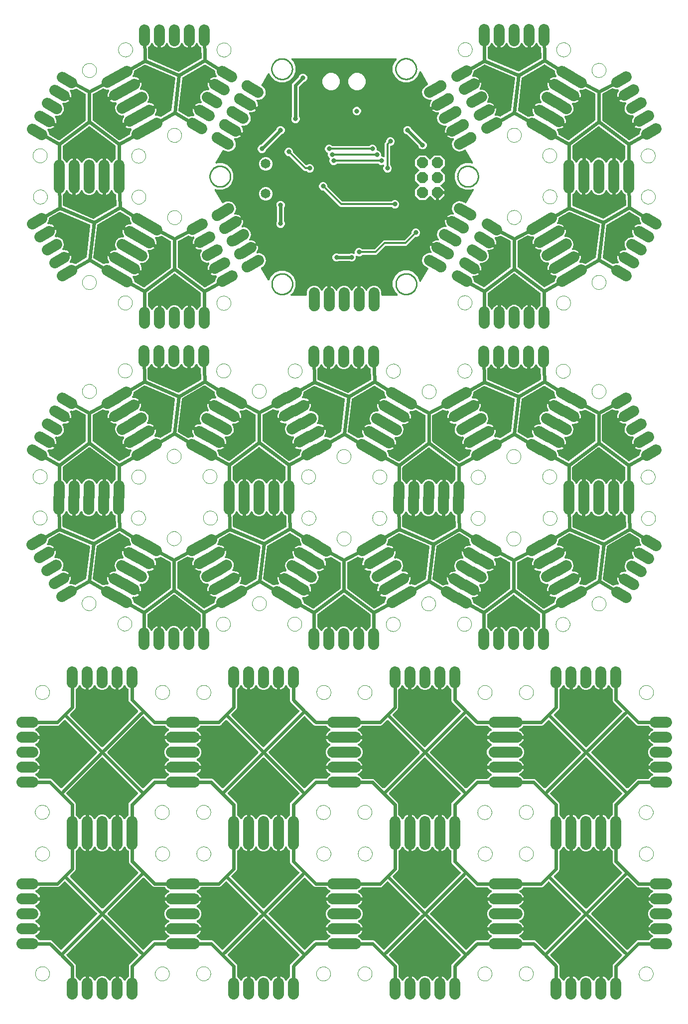
<source format=gbl>
G04 EAGLE Gerber X2 export*
G75*
%MOIN*%
%FSLAX24Y24*%
%LPD*%
%AMOC8*
5,1,8,0,0,1.08239X$1,22.5*%
G01*
%ADD10C,0.001000*%
%ADD11C,0.010000*%
%ADD12C,0.074000*%
%ADD13C,0.065000*%
%ADD14P,0.080097X8X292.500000*%
%ADD15C,0.074000*%
%ADD16C,0.024000*%
%ADD17C,0.031748*%
%ADD18C,0.012000*%

G36*
X22042Y49833D02*
X22042Y49833D01*
X22043Y49833D01*
X22049Y49833D01*
X22054Y49834D01*
X22055Y49834D01*
X22057Y49835D01*
X22062Y49837D01*
X22067Y49839D01*
X22068Y49839D01*
X22069Y49840D01*
X22074Y49843D01*
X22078Y49846D01*
X22079Y49847D01*
X22080Y49848D01*
X22084Y49852D01*
X22088Y49856D01*
X22088Y49857D01*
X22089Y49858D01*
X22092Y49863D01*
X22095Y49868D01*
X22095Y49869D01*
X22096Y49870D01*
X22097Y49875D01*
X22099Y49881D01*
X22099Y49882D01*
X22099Y49883D01*
X22100Y49892D01*
X22100Y50109D01*
X22175Y50290D01*
X22313Y50428D01*
X22493Y50502D01*
X22688Y50502D01*
X22869Y50428D01*
X23007Y50290D01*
X23046Y50195D01*
X23047Y50193D01*
X23047Y50192D01*
X23050Y50187D01*
X23052Y50183D01*
X23054Y50182D01*
X23055Y50180D01*
X23058Y50177D01*
X23062Y50173D01*
X23063Y50172D01*
X23064Y50171D01*
X23069Y50168D01*
X23073Y50165D01*
X23075Y50165D01*
X23076Y50164D01*
X23081Y50162D01*
X23086Y50160D01*
X23087Y50160D01*
X23089Y50159D01*
X23094Y50159D01*
X23099Y50158D01*
X23101Y50159D01*
X23103Y50158D01*
X23108Y50159D01*
X23113Y50160D01*
X23114Y50160D01*
X23116Y50160D01*
X23121Y50162D01*
X23126Y50164D01*
X23127Y50165D01*
X23129Y50165D01*
X23133Y50168D01*
X23137Y50171D01*
X23139Y50172D01*
X23140Y50173D01*
X23143Y50177D01*
X23147Y50181D01*
X23148Y50182D01*
X23149Y50183D01*
X23153Y50191D01*
X23188Y50258D01*
X23231Y50318D01*
X23284Y50371D01*
X23344Y50414D01*
X23410Y50448D01*
X23480Y50471D01*
X23481Y50471D01*
X23481Y49892D01*
X23481Y49890D01*
X23481Y49889D01*
X23482Y49884D01*
X23483Y49878D01*
X23483Y49877D01*
X23484Y49876D01*
X23486Y49871D01*
X23487Y49865D01*
X23488Y49864D01*
X23489Y49863D01*
X23492Y49859D01*
X23495Y49854D01*
X23496Y49853D01*
X23497Y49852D01*
X23501Y49848D01*
X23505Y49844D01*
X23506Y49844D01*
X23507Y49843D01*
X23512Y49840D01*
X23517Y49838D01*
X23518Y49837D01*
X23519Y49837D01*
X23524Y49835D01*
X23530Y49834D01*
X23531Y49833D01*
X23532Y49833D01*
X23541Y49832D01*
X23641Y49832D01*
X23642Y49833D01*
X23643Y49833D01*
X23649Y49833D01*
X23654Y49834D01*
X23655Y49834D01*
X23657Y49835D01*
X23662Y49837D01*
X23667Y49839D01*
X23668Y49839D01*
X23669Y49840D01*
X23674Y49843D01*
X23678Y49846D01*
X23679Y49847D01*
X23680Y49848D01*
X23684Y49852D01*
X23688Y49856D01*
X23688Y49857D01*
X23689Y49858D01*
X23692Y49863D01*
X23695Y49868D01*
X23695Y49869D01*
X23696Y49870D01*
X23697Y49875D01*
X23699Y49881D01*
X23699Y49882D01*
X23699Y49883D01*
X23700Y49892D01*
X23700Y50471D01*
X23701Y50471D01*
X23771Y50448D01*
X23837Y50414D01*
X23897Y50371D01*
X23950Y50318D01*
X23993Y50258D01*
X24028Y50191D01*
X24029Y50189D01*
X24029Y50188D01*
X24032Y50184D01*
X24035Y50179D01*
X24037Y50178D01*
X24038Y50177D01*
X24041Y50173D01*
X24045Y50170D01*
X24047Y50169D01*
X24048Y50168D01*
X24053Y50166D01*
X24057Y50163D01*
X24059Y50163D01*
X24060Y50162D01*
X24065Y50161D01*
X24070Y50159D01*
X24072Y50159D01*
X24074Y50159D01*
X24079Y50159D01*
X24084Y50158D01*
X24085Y50159D01*
X24087Y50159D01*
X24092Y50160D01*
X24097Y50161D01*
X24099Y50161D01*
X24100Y50162D01*
X24105Y50164D01*
X24110Y50166D01*
X24111Y50167D01*
X24113Y50168D01*
X24117Y50171D01*
X24121Y50174D01*
X24122Y50175D01*
X24123Y50176D01*
X24126Y50181D01*
X24130Y50184D01*
X24130Y50186D01*
X24131Y50187D01*
X24135Y50195D01*
X24175Y50290D01*
X24313Y50428D01*
X24493Y50502D01*
X24688Y50502D01*
X24869Y50428D01*
X25007Y50290D01*
X25046Y50195D01*
X25047Y50193D01*
X25047Y50192D01*
X25050Y50187D01*
X25052Y50183D01*
X25054Y50182D01*
X25055Y50180D01*
X25058Y50177D01*
X25062Y50173D01*
X25063Y50172D01*
X25064Y50171D01*
X25069Y50168D01*
X25073Y50165D01*
X25075Y50165D01*
X25076Y50164D01*
X25081Y50162D01*
X25086Y50160D01*
X25087Y50160D01*
X25089Y50159D01*
X25094Y50159D01*
X25099Y50158D01*
X25101Y50159D01*
X25103Y50158D01*
X25108Y50159D01*
X25113Y50160D01*
X25114Y50160D01*
X25116Y50160D01*
X25121Y50162D01*
X25126Y50164D01*
X25127Y50165D01*
X25129Y50165D01*
X25133Y50168D01*
X25137Y50171D01*
X25139Y50172D01*
X25140Y50173D01*
X25143Y50177D01*
X25147Y50181D01*
X25148Y50182D01*
X25149Y50183D01*
X25153Y50191D01*
X25188Y50258D01*
X25231Y50318D01*
X25284Y50371D01*
X25344Y50414D01*
X25410Y50448D01*
X25480Y50471D01*
X25481Y50471D01*
X25481Y49892D01*
X25481Y49890D01*
X25481Y49889D01*
X25482Y49884D01*
X25483Y49878D01*
X25483Y49877D01*
X25484Y49876D01*
X25486Y49871D01*
X25487Y49865D01*
X25488Y49864D01*
X25489Y49863D01*
X25492Y49859D01*
X25495Y49854D01*
X25496Y49853D01*
X25497Y49852D01*
X25501Y49848D01*
X25505Y49844D01*
X25506Y49844D01*
X25507Y49843D01*
X25512Y49840D01*
X25517Y49838D01*
X25518Y49837D01*
X25519Y49837D01*
X25524Y49835D01*
X25530Y49834D01*
X25531Y49833D01*
X25532Y49833D01*
X25541Y49832D01*
X25641Y49832D01*
X25642Y49833D01*
X25643Y49833D01*
X25649Y49833D01*
X25654Y49834D01*
X25655Y49834D01*
X25657Y49835D01*
X25662Y49837D01*
X25667Y49839D01*
X25668Y49839D01*
X25669Y49840D01*
X25674Y49843D01*
X25678Y49846D01*
X25679Y49847D01*
X25680Y49848D01*
X25684Y49852D01*
X25688Y49856D01*
X25688Y49857D01*
X25689Y49858D01*
X25692Y49863D01*
X25695Y49868D01*
X25695Y49869D01*
X25696Y49870D01*
X25697Y49875D01*
X25699Y49881D01*
X25699Y49882D01*
X25699Y49883D01*
X25700Y49892D01*
X25700Y50471D01*
X25701Y50471D01*
X25771Y50448D01*
X25837Y50414D01*
X25897Y50371D01*
X25950Y50318D01*
X25993Y50258D01*
X26028Y50191D01*
X26029Y50189D01*
X26029Y50188D01*
X26032Y50184D01*
X26035Y50179D01*
X26037Y50178D01*
X26038Y50177D01*
X26041Y50173D01*
X26045Y50170D01*
X26047Y50169D01*
X26048Y50168D01*
X26053Y50166D01*
X26057Y50163D01*
X26059Y50163D01*
X26060Y50162D01*
X26065Y50161D01*
X26070Y50159D01*
X26072Y50159D01*
X26074Y50159D01*
X26079Y50159D01*
X26084Y50158D01*
X26085Y50159D01*
X26087Y50159D01*
X26092Y50160D01*
X26097Y50161D01*
X26099Y50161D01*
X26100Y50162D01*
X26105Y50164D01*
X26110Y50166D01*
X26111Y50167D01*
X26113Y50168D01*
X26117Y50171D01*
X26121Y50174D01*
X26122Y50175D01*
X26123Y50176D01*
X26126Y50181D01*
X26130Y50184D01*
X26130Y50186D01*
X26131Y50187D01*
X26135Y50195D01*
X26175Y50290D01*
X26313Y50428D01*
X26493Y50502D01*
X26688Y50502D01*
X26869Y50428D01*
X27007Y50290D01*
X27081Y50109D01*
X27081Y49892D01*
X27081Y49890D01*
X27081Y49889D01*
X27082Y49884D01*
X27083Y49878D01*
X27083Y49877D01*
X27084Y49876D01*
X27086Y49871D01*
X27087Y49865D01*
X27088Y49864D01*
X27089Y49863D01*
X27092Y49859D01*
X27095Y49854D01*
X27096Y49853D01*
X27097Y49852D01*
X27101Y49848D01*
X27105Y49844D01*
X27106Y49844D01*
X27107Y49843D01*
X27112Y49840D01*
X27117Y49838D01*
X27118Y49837D01*
X27119Y49837D01*
X27124Y49835D01*
X27130Y49834D01*
X27131Y49833D01*
X27132Y49833D01*
X27141Y49832D01*
X28124Y49832D01*
X28128Y49833D01*
X28132Y49833D01*
X28135Y49834D01*
X28138Y49834D01*
X28141Y49835D01*
X28145Y49836D01*
X28148Y49838D01*
X28150Y49839D01*
X28154Y49841D01*
X28157Y49843D01*
X28160Y49845D01*
X28162Y49846D01*
X28165Y49849D01*
X28168Y49852D01*
X28169Y49854D01*
X28171Y49856D01*
X28173Y49859D01*
X28176Y49863D01*
X28177Y49865D01*
X28178Y49868D01*
X28179Y49872D01*
X28181Y49875D01*
X28181Y49878D01*
X28182Y49881D01*
X28183Y49885D01*
X28183Y49889D01*
X28183Y49892D01*
X28183Y49894D01*
X28183Y49898D01*
X28182Y49902D01*
X28182Y49905D01*
X28181Y49908D01*
X28180Y49912D01*
X28178Y49915D01*
X28177Y49918D01*
X28176Y49920D01*
X28174Y49924D01*
X28171Y49927D01*
X28169Y49930D01*
X28168Y49932D01*
X28167Y49932D01*
X28166Y49934D01*
X27984Y50116D01*
X27848Y50444D01*
X27848Y50799D01*
X27984Y51128D01*
X28235Y51379D01*
X28563Y51515D01*
X28918Y51515D01*
X29246Y51379D01*
X29497Y51128D01*
X29636Y50793D01*
X29640Y50787D01*
X29643Y50781D01*
X29647Y50776D01*
X29652Y50771D01*
X29658Y50767D01*
X29663Y50763D01*
X29664Y50763D01*
X29670Y50761D01*
X29676Y50758D01*
X29683Y50757D01*
X29689Y50756D01*
X29690Y50756D01*
X29696Y50757D01*
X29703Y50758D01*
X29710Y50760D01*
X29716Y50762D01*
X29722Y50766D01*
X29728Y50769D01*
X29732Y50774D01*
X29737Y50779D01*
X29742Y50786D01*
X30219Y51613D01*
X30220Y51614D01*
X30220Y51615D01*
X30222Y51620D01*
X30225Y51625D01*
X30225Y51627D01*
X30225Y51628D01*
X30226Y51633D01*
X30227Y51639D01*
X30227Y51640D01*
X30227Y51641D01*
X30227Y51647D01*
X30226Y51652D01*
X30226Y51654D01*
X30226Y51655D01*
X30224Y51660D01*
X30222Y51665D01*
X30222Y51667D01*
X30221Y51668D01*
X30218Y51672D01*
X30216Y51677D01*
X30215Y51678D01*
X30214Y51679D01*
X30210Y51683D01*
X30206Y51687D01*
X30205Y51688D01*
X30204Y51689D01*
X30197Y51694D01*
X29985Y51816D01*
X29866Y51971D01*
X29816Y52160D01*
X29841Y52353D01*
X29939Y52522D01*
X30094Y52641D01*
X30282Y52692D01*
X30384Y52678D01*
X30386Y52678D01*
X30388Y52678D01*
X30393Y52678D01*
X30398Y52678D01*
X30400Y52678D01*
X30401Y52679D01*
X30406Y52680D01*
X30411Y52681D01*
X30413Y52682D01*
X30414Y52682D01*
X30419Y52685D01*
X30424Y52687D01*
X30425Y52688D01*
X30426Y52689D01*
X30430Y52692D01*
X30434Y52695D01*
X30435Y52697D01*
X30437Y52698D01*
X30439Y52702D01*
X30443Y52706D01*
X30443Y52708D01*
X30444Y52709D01*
X30446Y52714D01*
X30448Y52719D01*
X30449Y52720D01*
X30449Y52722D01*
X30450Y52727D01*
X30451Y52732D01*
X30451Y52734D01*
X30451Y52735D01*
X30451Y52740D01*
X30451Y52746D01*
X30450Y52747D01*
X30450Y52749D01*
X30448Y52754D01*
X30447Y52759D01*
X30446Y52760D01*
X30446Y52762D01*
X30442Y52769D01*
X30400Y52833D01*
X30370Y52901D01*
X30351Y52972D01*
X30343Y53046D01*
X30347Y53120D01*
X30362Y53193D01*
X30363Y53193D01*
X30888Y52890D01*
X30889Y52890D01*
X30890Y52889D01*
X30895Y52887D01*
X30900Y52885D01*
X30902Y52885D01*
X30903Y52884D01*
X30908Y52884D01*
X30914Y52883D01*
X30915Y52883D01*
X30916Y52882D01*
X30922Y52883D01*
X30927Y52883D01*
X30929Y52884D01*
X30930Y52884D01*
X30935Y52886D01*
X30940Y52887D01*
X30942Y52888D01*
X30943Y52888D01*
X30948Y52891D01*
X30952Y52894D01*
X30953Y52895D01*
X30954Y52895D01*
X30958Y52899D01*
X30962Y52903D01*
X30963Y52904D01*
X30964Y52905D01*
X30969Y52912D01*
X31019Y52999D01*
X31019Y53000D01*
X31020Y53001D01*
X31022Y53006D01*
X31024Y53011D01*
X31024Y53012D01*
X31025Y53014D01*
X31026Y53019D01*
X31027Y53025D01*
X31026Y53026D01*
X31027Y53027D01*
X31026Y53033D01*
X31026Y53038D01*
X31025Y53039D01*
X31025Y53041D01*
X31024Y53046D01*
X31022Y53051D01*
X31021Y53052D01*
X31021Y53054D01*
X31018Y53058D01*
X31015Y53063D01*
X31014Y53064D01*
X31014Y53065D01*
X31010Y53069D01*
X31006Y53073D01*
X31005Y53074D01*
X31004Y53075D01*
X30997Y53080D01*
X30472Y53383D01*
X30473Y53383D01*
X30528Y53433D01*
X30590Y53473D01*
X30658Y53504D01*
X30729Y53523D01*
X30803Y53530D01*
X30879Y53526D01*
X30881Y53527D01*
X30882Y53526D01*
X30887Y53527D01*
X30892Y53527D01*
X30894Y53528D01*
X30896Y53528D01*
X30901Y53530D01*
X30905Y53531D01*
X30907Y53532D01*
X30909Y53533D01*
X30913Y53536D01*
X30917Y53538D01*
X30919Y53539D01*
X30920Y53540D01*
X30924Y53544D01*
X30927Y53547D01*
X30928Y53549D01*
X30929Y53550D01*
X30932Y53555D01*
X30935Y53559D01*
X30935Y53560D01*
X30936Y53562D01*
X30938Y53567D01*
X30939Y53572D01*
X30940Y53573D01*
X30940Y53575D01*
X30941Y53580D01*
X30941Y53585D01*
X30941Y53587D01*
X30941Y53589D01*
X30940Y53594D01*
X30940Y53599D01*
X30939Y53600D01*
X30939Y53602D01*
X30937Y53607D01*
X30935Y53612D01*
X30934Y53613D01*
X30934Y53615D01*
X30929Y53622D01*
X30866Y53703D01*
X30816Y53892D01*
X30841Y54085D01*
X30939Y54254D01*
X31094Y54373D01*
X31282Y54424D01*
X31384Y54410D01*
X31386Y54410D01*
X31388Y54410D01*
X31393Y54410D01*
X31398Y54410D01*
X31400Y54411D01*
X31401Y54411D01*
X31406Y54412D01*
X31411Y54413D01*
X31413Y54414D01*
X31414Y54414D01*
X31419Y54417D01*
X31424Y54419D01*
X31425Y54420D01*
X31426Y54421D01*
X31430Y54424D01*
X31434Y54427D01*
X31435Y54429D01*
X31437Y54430D01*
X31439Y54434D01*
X31443Y54438D01*
X31443Y54440D01*
X31444Y54441D01*
X31446Y54446D01*
X31448Y54451D01*
X31449Y54452D01*
X31449Y54454D01*
X31450Y54459D01*
X31451Y54464D01*
X31451Y54466D01*
X31451Y54467D01*
X31451Y54473D01*
X31451Y54478D01*
X31450Y54479D01*
X31450Y54481D01*
X31448Y54486D01*
X31447Y54491D01*
X31446Y54492D01*
X31446Y54494D01*
X31442Y54501D01*
X31400Y54565D01*
X31370Y54633D01*
X31351Y54704D01*
X31343Y54778D01*
X31347Y54852D01*
X31362Y54925D01*
X31363Y54926D01*
X31887Y54623D01*
X31888Y54622D01*
X31890Y54621D01*
X31895Y54620D01*
X31900Y54617D01*
X31901Y54617D01*
X31902Y54617D01*
X31908Y54616D01*
X31913Y54615D01*
X31915Y54615D01*
X31916Y54615D01*
X31921Y54615D01*
X31927Y54616D01*
X31928Y54616D01*
X31929Y54616D01*
X31935Y54618D01*
X31940Y54619D01*
X31941Y54620D01*
X31942Y54621D01*
X31947Y54623D01*
X31952Y54626D01*
X31953Y54627D01*
X31954Y54628D01*
X31958Y54632D01*
X31962Y54635D01*
X31963Y54637D01*
X31968Y54644D01*
X32018Y54731D01*
X32019Y54732D01*
X32019Y54733D01*
X32021Y54739D01*
X32024Y54744D01*
X32024Y54745D01*
X32024Y54746D01*
X32025Y54752D01*
X32026Y54757D01*
X32026Y54758D01*
X32026Y54760D01*
X32026Y54765D01*
X32025Y54771D01*
X32025Y54772D01*
X32025Y54773D01*
X32023Y54778D01*
X32021Y54784D01*
X32021Y54785D01*
X32020Y54786D01*
X32017Y54791D01*
X32015Y54796D01*
X32014Y54797D01*
X32013Y54798D01*
X32009Y54802D01*
X32005Y54806D01*
X32004Y54806D01*
X32003Y54807D01*
X31996Y54812D01*
X31472Y55115D01*
X31473Y55116D01*
X31528Y55165D01*
X31590Y55205D01*
X31658Y55236D01*
X31729Y55255D01*
X31803Y55263D01*
X31879Y55259D01*
X31881Y55259D01*
X31882Y55258D01*
X31887Y55259D01*
X31892Y55259D01*
X31894Y55260D01*
X31896Y55260D01*
X31901Y55262D01*
X31905Y55263D01*
X31907Y55264D01*
X31909Y55265D01*
X31913Y55268D01*
X31917Y55270D01*
X31919Y55271D01*
X31920Y55272D01*
X31924Y55276D01*
X31927Y55280D01*
X31928Y55281D01*
X31929Y55282D01*
X31932Y55287D01*
X31935Y55291D01*
X31935Y55293D01*
X31936Y55294D01*
X31938Y55299D01*
X31939Y55304D01*
X31940Y55305D01*
X31940Y55307D01*
X31941Y55312D01*
X31941Y55317D01*
X31941Y55319D01*
X31941Y55321D01*
X31940Y55326D01*
X31940Y55331D01*
X31939Y55332D01*
X31939Y55334D01*
X31937Y55339D01*
X31935Y55344D01*
X31934Y55345D01*
X31934Y55347D01*
X31929Y55354D01*
X31866Y55435D01*
X31816Y55624D01*
X31841Y55817D01*
X31939Y55986D01*
X32094Y56105D01*
X32282Y56156D01*
X32476Y56130D01*
X32687Y56009D01*
X32688Y56008D01*
X32689Y56007D01*
X32694Y56005D01*
X32699Y56003D01*
X32701Y56003D01*
X32702Y56003D01*
X32707Y56002D01*
X32713Y56001D01*
X32714Y56001D01*
X32715Y56001D01*
X32721Y56001D01*
X32726Y56002D01*
X32728Y56002D01*
X32729Y56002D01*
X32734Y56004D01*
X32739Y56005D01*
X32741Y56006D01*
X32742Y56006D01*
X32747Y56009D01*
X32751Y56012D01*
X32752Y56013D01*
X32753Y56014D01*
X32757Y56018D01*
X32761Y56021D01*
X32762Y56022D01*
X32763Y56023D01*
X32768Y56030D01*
X33255Y56876D01*
X33256Y56877D01*
X33259Y56883D01*
X33261Y56888D01*
X33261Y56889D01*
X33261Y56890D01*
X33262Y56896D01*
X33263Y56901D01*
X33263Y56903D01*
X33263Y56904D01*
X33263Y56909D01*
X33262Y56915D01*
X33262Y56916D01*
X33262Y56917D01*
X33260Y56923D01*
X33259Y56928D01*
X33258Y56929D01*
X33258Y56930D01*
X33255Y56935D01*
X33252Y56940D01*
X33251Y56941D01*
X33251Y56942D01*
X33247Y56946D01*
X33243Y56950D01*
X33242Y56951D01*
X33241Y56952D01*
X33236Y56955D01*
X33231Y56958D01*
X33230Y56958D01*
X33229Y56959D01*
X33224Y56961D01*
X33219Y56963D01*
X33218Y56963D01*
X33216Y56963D01*
X33211Y56964D01*
X33205Y56964D01*
X33204Y56964D01*
X33203Y56964D01*
X33197Y56964D01*
X33192Y56963D01*
X33191Y56963D01*
X33189Y56963D01*
X33181Y56960D01*
X33058Y56909D01*
X32703Y56909D01*
X32375Y57045D01*
X32124Y57296D01*
X31988Y57624D01*
X31988Y57979D01*
X32124Y58308D01*
X32375Y58559D01*
X32703Y58695D01*
X33058Y58695D01*
X33131Y58665D01*
X33132Y58664D01*
X33133Y58664D01*
X33138Y58662D01*
X33144Y58661D01*
X33145Y58661D01*
X33146Y58661D01*
X33152Y58660D01*
X33157Y58660D01*
X33158Y58660D01*
X33159Y58660D01*
X33165Y58662D01*
X33171Y58663D01*
X33172Y58663D01*
X33173Y58663D01*
X33178Y58666D01*
X33183Y58668D01*
X33184Y58669D01*
X33185Y58669D01*
X33190Y58673D01*
X33194Y58676D01*
X33195Y58677D01*
X33196Y58678D01*
X33199Y58682D01*
X33203Y58687D01*
X33203Y58688D01*
X33204Y58689D01*
X33206Y58694D01*
X33209Y58699D01*
X33209Y58700D01*
X33210Y58701D01*
X33211Y58707D01*
X33212Y58712D01*
X33212Y58713D01*
X33212Y58714D01*
X33212Y58720D01*
X33212Y58726D01*
X33212Y58727D01*
X33212Y58728D01*
X33210Y58734D01*
X33210Y58736D01*
X33210Y58737D01*
X33209Y58739D01*
X33209Y58740D01*
X33208Y58741D01*
X33205Y58749D01*
X32737Y59568D01*
X32736Y59569D01*
X32735Y59570D01*
X32732Y59575D01*
X32729Y59579D01*
X32728Y59580D01*
X32727Y59581D01*
X32722Y59584D01*
X32718Y59588D01*
X32717Y59588D01*
X32716Y59589D01*
X32711Y59592D01*
X32706Y59594D01*
X32705Y59594D01*
X32703Y59595D01*
X32698Y59596D01*
X32693Y59597D01*
X32691Y59597D01*
X32690Y59598D01*
X32685Y59597D01*
X32679Y59597D01*
X32678Y59597D01*
X32676Y59597D01*
X32671Y59596D01*
X32666Y59595D01*
X32665Y59594D01*
X32663Y59594D01*
X32656Y59590D01*
X32476Y59486D01*
X32282Y59461D01*
X32094Y59511D01*
X31939Y59630D01*
X31841Y59799D01*
X31816Y59993D01*
X31866Y60181D01*
X31929Y60263D01*
X31930Y60264D01*
X31931Y60266D01*
X31933Y60270D01*
X31936Y60274D01*
X31936Y60276D01*
X31937Y60278D01*
X31939Y60283D01*
X31940Y60287D01*
X31940Y60289D01*
X31941Y60291D01*
X31941Y60296D01*
X31941Y60301D01*
X31941Y60303D01*
X31941Y60304D01*
X31940Y60309D01*
X31939Y60314D01*
X31938Y60316D01*
X31938Y60318D01*
X31936Y60322D01*
X31934Y60327D01*
X31933Y60329D01*
X31932Y60330D01*
X31929Y60334D01*
X31926Y60338D01*
X31925Y60339D01*
X31924Y60341D01*
X31920Y60344D01*
X31916Y60347D01*
X31914Y60348D01*
X31913Y60349D01*
X31908Y60351D01*
X31904Y60354D01*
X31902Y60354D01*
X31901Y60355D01*
X31896Y60356D01*
X31891Y60357D01*
X31889Y60357D01*
X31887Y60358D01*
X31879Y60358D01*
X31803Y60354D01*
X31729Y60362D01*
X31658Y60381D01*
X31590Y60411D01*
X31528Y60451D01*
X31473Y60501D01*
X31472Y60502D01*
X31971Y60790D01*
X31972Y60790D01*
X31973Y60791D01*
X31977Y60794D01*
X31982Y60798D01*
X31982Y60799D01*
X31983Y60799D01*
X31987Y60804D01*
X31990Y60808D01*
X31991Y60809D01*
X31992Y60810D01*
X31994Y60815D01*
X31997Y60820D01*
X31997Y60821D01*
X31997Y60823D01*
X31998Y60828D01*
X32000Y60834D01*
X32000Y60835D01*
X32000Y60836D01*
X32000Y60842D01*
X32000Y60847D01*
X32000Y60848D01*
X32000Y60850D01*
X31998Y60855D01*
X31997Y60860D01*
X31996Y60862D01*
X31996Y60863D01*
X31992Y60870D01*
X31943Y60957D01*
X31942Y60958D01*
X31941Y60960D01*
X31938Y60964D01*
X31935Y60968D01*
X31934Y60969D01*
X31933Y60970D01*
X31928Y60973D01*
X31924Y60977D01*
X31923Y60978D01*
X31922Y60978D01*
X31917Y60981D01*
X31912Y60983D01*
X31911Y60984D01*
X31910Y60984D01*
X31904Y60985D01*
X31899Y60986D01*
X31898Y60986D01*
X31896Y60987D01*
X31891Y60987D01*
X31885Y60987D01*
X31884Y60986D01*
X31883Y60986D01*
X31877Y60985D01*
X31872Y60984D01*
X31871Y60983D01*
X31869Y60983D01*
X31862Y60979D01*
X31363Y60691D01*
X31362Y60692D01*
X31347Y60764D01*
X31343Y60838D01*
X31351Y60912D01*
X31370Y60984D01*
X31380Y61007D01*
X31400Y61051D01*
X31442Y61115D01*
X31442Y61117D01*
X31443Y61118D01*
X31445Y61123D01*
X31448Y61127D01*
X31448Y61129D01*
X31449Y61131D01*
X31450Y61136D01*
X31451Y61141D01*
X31451Y61142D01*
X31451Y61144D01*
X31451Y61149D01*
X31451Y61154D01*
X31450Y61156D01*
X31450Y61158D01*
X31449Y61163D01*
X31448Y61168D01*
X31447Y61169D01*
X31446Y61171D01*
X31444Y61175D01*
X31442Y61180D01*
X31441Y61181D01*
X31440Y61183D01*
X31436Y61186D01*
X31433Y61190D01*
X31432Y61191D01*
X31430Y61193D01*
X31426Y61195D01*
X31422Y61198D01*
X31420Y61199D01*
X31419Y61200D01*
X31414Y61202D01*
X31410Y61204D01*
X31408Y61204D01*
X31406Y61205D01*
X31401Y61206D01*
X31396Y61206D01*
X31394Y61206D01*
X31393Y61207D01*
X31384Y61206D01*
X31282Y61193D01*
X31094Y61243D01*
X30939Y61362D01*
X30841Y61531D01*
X30816Y61725D01*
X30866Y61913D01*
X30929Y61995D01*
X30930Y61996D01*
X30931Y61998D01*
X30933Y62002D01*
X30936Y62006D01*
X30936Y62008D01*
X30937Y62010D01*
X30939Y62015D01*
X30940Y62019D01*
X30940Y62021D01*
X30941Y62023D01*
X30941Y62028D01*
X30941Y62033D01*
X30941Y62035D01*
X30941Y62037D01*
X30940Y62041D01*
X30939Y62047D01*
X30938Y62048D01*
X30938Y62050D01*
X30936Y62054D01*
X30934Y62059D01*
X30933Y62061D01*
X30932Y62062D01*
X30929Y62066D01*
X30926Y62070D01*
X30925Y62071D01*
X30924Y62073D01*
X30920Y62076D01*
X30916Y62079D01*
X30914Y62080D01*
X30913Y62081D01*
X30908Y62083D01*
X30904Y62086D01*
X30902Y62086D01*
X30901Y62087D01*
X30896Y62088D01*
X30891Y62089D01*
X30889Y62089D01*
X30887Y62090D01*
X30879Y62090D01*
X30803Y62086D01*
X30729Y62094D01*
X30658Y62113D01*
X30590Y62143D01*
X30528Y62183D01*
X30473Y62233D01*
X30472Y62234D01*
X30978Y62526D01*
X30979Y62527D01*
X30980Y62527D01*
X30985Y62531D01*
X30989Y62534D01*
X30990Y62535D01*
X30991Y62536D01*
X30994Y62540D01*
X30998Y62545D01*
X30999Y62546D01*
X30999Y62547D01*
X31002Y62552D01*
X31004Y62557D01*
X31005Y62558D01*
X31005Y62559D01*
X31006Y62565D01*
X31008Y62570D01*
X31008Y62571D01*
X31008Y62572D01*
X31008Y62578D01*
X31008Y62584D01*
X31007Y62585D01*
X31007Y62586D01*
X31006Y62591D01*
X31005Y62597D01*
X31004Y62598D01*
X31004Y62599D01*
X31000Y62607D01*
X30951Y62694D01*
X30950Y62695D01*
X30949Y62696D01*
X30946Y62700D01*
X30942Y62705D01*
X30941Y62706D01*
X30940Y62707D01*
X30936Y62710D01*
X30932Y62713D01*
X30931Y62714D01*
X30930Y62715D01*
X30925Y62717D01*
X30920Y62720D01*
X30919Y62720D01*
X30917Y62721D01*
X30912Y62722D01*
X30907Y62723D01*
X30905Y62723D01*
X30904Y62723D01*
X30898Y62723D01*
X30893Y62723D01*
X30892Y62723D01*
X30890Y62723D01*
X30885Y62721D01*
X30880Y62720D01*
X30878Y62720D01*
X30877Y62719D01*
X30870Y62716D01*
X30363Y62423D01*
X30362Y62424D01*
X30347Y62496D01*
X30343Y62570D01*
X30351Y62644D01*
X30370Y62716D01*
X30374Y62725D01*
X30400Y62783D01*
X30442Y62847D01*
X30442Y62849D01*
X30443Y62850D01*
X30445Y62855D01*
X30448Y62859D01*
X30448Y62861D01*
X30449Y62863D01*
X30450Y62868D01*
X30451Y62873D01*
X30451Y62874D01*
X30451Y62876D01*
X30451Y62881D01*
X30451Y62886D01*
X30450Y62888D01*
X30450Y62890D01*
X30449Y62895D01*
X30448Y62900D01*
X30447Y62901D01*
X30446Y62903D01*
X30444Y62907D01*
X30442Y62912D01*
X30441Y62913D01*
X30440Y62915D01*
X30436Y62918D01*
X30433Y62922D01*
X30432Y62923D01*
X30430Y62925D01*
X30426Y62927D01*
X30422Y62930D01*
X30420Y62931D01*
X30419Y62932D01*
X30414Y62934D01*
X30410Y62936D01*
X30408Y62936D01*
X30406Y62937D01*
X30401Y62938D01*
X30396Y62939D01*
X30394Y62938D01*
X30393Y62939D01*
X30384Y62938D01*
X30282Y62925D01*
X30094Y62975D01*
X29939Y63094D01*
X29841Y63263D01*
X29816Y63457D01*
X29866Y63645D01*
X29985Y63800D01*
X30185Y63915D01*
X30185Y63916D01*
X30187Y63917D01*
X30191Y63920D01*
X30195Y63923D01*
X30196Y63924D01*
X30197Y63925D01*
X30201Y63930D01*
X30204Y63934D01*
X30205Y63935D01*
X30206Y63936D01*
X30208Y63941D01*
X30210Y63946D01*
X30211Y63947D01*
X30211Y63948D01*
X30212Y63954D01*
X30214Y63959D01*
X30214Y63960D01*
X30214Y63962D01*
X30214Y63967D01*
X30214Y63973D01*
X30214Y63974D01*
X30214Y63975D01*
X30212Y63981D01*
X30211Y63986D01*
X30210Y63987D01*
X30210Y63988D01*
X30206Y63996D01*
X29740Y64812D01*
X29740Y64813D01*
X29736Y64818D01*
X29732Y64823D01*
X29727Y64828D01*
X29722Y64832D01*
X29721Y64832D01*
X29715Y64835D01*
X29709Y64838D01*
X29702Y64840D01*
X29696Y64841D01*
X29689Y64841D01*
X29683Y64842D01*
X29682Y64841D01*
X29676Y64840D01*
X29669Y64839D01*
X29669Y64838D01*
X29663Y64835D01*
X29657Y64833D01*
X29657Y64832D01*
X29656Y64832D01*
X29651Y64828D01*
X29646Y64824D01*
X29642Y64818D01*
X29638Y64813D01*
X29634Y64805D01*
X29497Y64476D01*
X29246Y64225D01*
X28918Y64089D01*
X28563Y64089D01*
X28235Y64225D01*
X27984Y64476D01*
X27848Y64804D01*
X27848Y65159D01*
X27984Y65488D01*
X28096Y65600D01*
X28098Y65603D01*
X28101Y65606D01*
X28103Y65608D01*
X28104Y65611D01*
X28106Y65614D01*
X28108Y65618D01*
X28109Y65620D01*
X28110Y65623D01*
X28111Y65627D01*
X28112Y65631D01*
X28112Y65634D01*
X28113Y65636D01*
X28113Y65640D01*
X28113Y65644D01*
X28113Y65647D01*
X28113Y65650D01*
X28112Y65654D01*
X28111Y65658D01*
X28110Y65660D01*
X28109Y65663D01*
X28107Y65667D01*
X28106Y65670D01*
X28104Y65673D01*
X28103Y65675D01*
X28100Y65678D01*
X28098Y65682D01*
X28096Y65683D01*
X28094Y65685D01*
X28091Y65688D01*
X28088Y65690D01*
X28085Y65692D01*
X28083Y65693D01*
X28079Y65695D01*
X28076Y65697D01*
X28073Y65698D01*
X28070Y65699D01*
X28066Y65699D01*
X28062Y65700D01*
X28058Y65701D01*
X28057Y65701D01*
X28056Y65701D01*
X28054Y65701D01*
X21127Y65701D01*
X21123Y65701D01*
X21119Y65700D01*
X21116Y65700D01*
X21114Y65699D01*
X21110Y65698D01*
X21106Y65697D01*
X21103Y65696D01*
X21101Y65695D01*
X21097Y65693D01*
X21094Y65691D01*
X21092Y65689D01*
X21089Y65687D01*
X21086Y65684D01*
X21083Y65682D01*
X21082Y65679D01*
X21080Y65677D01*
X21078Y65674D01*
X21075Y65671D01*
X21074Y65668D01*
X21073Y65666D01*
X21072Y65662D01*
X21070Y65658D01*
X21070Y65655D01*
X21069Y65653D01*
X21069Y65649D01*
X21068Y65645D01*
X21068Y65642D01*
X21068Y65639D01*
X21069Y65635D01*
X21069Y65631D01*
X21070Y65628D01*
X21070Y65626D01*
X21072Y65622D01*
X21073Y65618D01*
X21074Y65616D01*
X21075Y65613D01*
X21078Y65610D01*
X21080Y65606D01*
X21082Y65603D01*
X21083Y65602D01*
X21084Y65601D01*
X21085Y65600D01*
X21197Y65488D01*
X21333Y65159D01*
X21333Y64804D01*
X21197Y64476D01*
X20946Y64225D01*
X20618Y64089D01*
X20263Y64089D01*
X19935Y64225D01*
X19684Y64476D01*
X19603Y64671D01*
X19600Y64677D01*
X19596Y64683D01*
X19592Y64688D01*
X19587Y64693D01*
X19582Y64697D01*
X19576Y64700D01*
X19576Y64701D01*
X19570Y64703D01*
X19563Y64705D01*
X19563Y64706D01*
X19556Y64707D01*
X19550Y64707D01*
X19543Y64707D01*
X19536Y64706D01*
X19530Y64704D01*
X19523Y64702D01*
X19517Y64698D01*
X19512Y64695D01*
X19511Y64695D01*
X19507Y64690D01*
X19502Y64685D01*
X19497Y64678D01*
X19057Y63935D01*
X19056Y63934D01*
X19055Y63932D01*
X19053Y63927D01*
X19051Y63923D01*
X19051Y63921D01*
X19050Y63920D01*
X19050Y63914D01*
X19049Y63909D01*
X19049Y63908D01*
X19048Y63906D01*
X19049Y63901D01*
X19049Y63896D01*
X19050Y63894D01*
X19050Y63892D01*
X19051Y63888D01*
X19053Y63883D01*
X19054Y63881D01*
X19054Y63880D01*
X19057Y63875D01*
X19059Y63871D01*
X19060Y63869D01*
X19061Y63868D01*
X19065Y63864D01*
X19068Y63860D01*
X19070Y63860D01*
X19071Y63858D01*
X19078Y63854D01*
X19176Y63797D01*
X19295Y63642D01*
X19345Y63454D01*
X19320Y63260D01*
X19222Y63091D01*
X19067Y62972D01*
X18879Y62922D01*
X18777Y62935D01*
X18775Y62935D01*
X18774Y62935D01*
X18768Y62935D01*
X18763Y62935D01*
X18762Y62935D01*
X18760Y62935D01*
X18755Y62933D01*
X18750Y62932D01*
X18748Y62932D01*
X18747Y62931D01*
X18742Y62929D01*
X18738Y62926D01*
X18736Y62925D01*
X18735Y62924D01*
X18731Y62921D01*
X18727Y62918D01*
X18726Y62917D01*
X18725Y62915D01*
X18722Y62911D01*
X18719Y62907D01*
X18718Y62906D01*
X18717Y62904D01*
X18715Y62899D01*
X18713Y62895D01*
X18713Y62893D01*
X18712Y62891D01*
X18711Y62886D01*
X18710Y62881D01*
X18710Y62880D01*
X18710Y62878D01*
X18710Y62873D01*
X18711Y62868D01*
X18711Y62866D01*
X18711Y62864D01*
X18713Y62860D01*
X18714Y62855D01*
X18715Y62853D01*
X18715Y62851D01*
X18720Y62844D01*
X18761Y62780D01*
X18791Y62712D01*
X18810Y62641D01*
X18818Y62567D01*
X18814Y62493D01*
X18799Y62421D01*
X18798Y62420D01*
X18373Y62666D01*
X18372Y62666D01*
X18371Y62667D01*
X18365Y62669D01*
X18360Y62671D01*
X18359Y62671D01*
X18358Y62672D01*
X18352Y62673D01*
X18347Y62674D01*
X18346Y62674D01*
X18345Y62674D01*
X18339Y62673D01*
X18333Y62673D01*
X18332Y62673D01*
X18331Y62672D01*
X18325Y62671D01*
X18320Y62669D01*
X18319Y62669D01*
X18318Y62668D01*
X18313Y62665D01*
X18308Y62662D01*
X18307Y62662D01*
X18306Y62661D01*
X18302Y62657D01*
X18298Y62653D01*
X18297Y62652D01*
X18292Y62645D01*
X18241Y62559D01*
X18240Y62557D01*
X18239Y62556D01*
X18237Y62551D01*
X18235Y62546D01*
X18235Y62545D01*
X18234Y62543D01*
X18234Y62538D01*
X18233Y62533D01*
X18233Y62531D01*
X18233Y62529D01*
X18233Y62524D01*
X18233Y62519D01*
X18234Y62518D01*
X18234Y62516D01*
X18236Y62511D01*
X18237Y62506D01*
X18238Y62505D01*
X18238Y62503D01*
X18241Y62499D01*
X18244Y62494D01*
X18245Y62493D01*
X18246Y62491D01*
X18249Y62488D01*
X18253Y62484D01*
X18254Y62483D01*
X18255Y62482D01*
X18262Y62477D01*
X18689Y62231D01*
X18689Y62230D01*
X18633Y62180D01*
X18571Y62140D01*
X18504Y62110D01*
X18432Y62091D01*
X18358Y62083D01*
X18282Y62087D01*
X18281Y62087D01*
X18279Y62087D01*
X18274Y62086D01*
X18269Y62086D01*
X18267Y62085D01*
X18265Y62085D01*
X18261Y62083D01*
X18256Y62082D01*
X18254Y62081D01*
X18253Y62081D01*
X18248Y62078D01*
X18244Y62075D01*
X18243Y62074D01*
X18241Y62073D01*
X18238Y62069D01*
X18234Y62066D01*
X18233Y62064D01*
X18232Y62063D01*
X18229Y62059D01*
X18226Y62054D01*
X18226Y62053D01*
X18225Y62051D01*
X18224Y62046D01*
X18222Y62042D01*
X18222Y62040D01*
X18221Y62038D01*
X18221Y62033D01*
X18220Y62028D01*
X18220Y62026D01*
X18220Y62025D01*
X18221Y62020D01*
X18222Y62015D01*
X18222Y62013D01*
X18222Y62011D01*
X18224Y62007D01*
X18226Y62002D01*
X18227Y62000D01*
X18228Y61999D01*
X18232Y61992D01*
X18295Y61910D01*
X18345Y61722D01*
X18320Y61528D01*
X18222Y61359D01*
X18067Y61240D01*
X17879Y61190D01*
X17777Y61203D01*
X17775Y61203D01*
X17774Y61203D01*
X17768Y61203D01*
X17763Y61203D01*
X17762Y61203D01*
X17760Y61203D01*
X17755Y61201D01*
X17750Y61200D01*
X17748Y61199D01*
X17747Y61199D01*
X17742Y61197D01*
X17738Y61194D01*
X17736Y61193D01*
X17735Y61192D01*
X17731Y61189D01*
X17727Y61186D01*
X17726Y61184D01*
X17725Y61183D01*
X17722Y61179D01*
X17719Y61175D01*
X17718Y61174D01*
X17717Y61172D01*
X17715Y61167D01*
X17713Y61163D01*
X17713Y61161D01*
X17712Y61159D01*
X17711Y61154D01*
X17710Y61149D01*
X17710Y61148D01*
X17710Y61146D01*
X17710Y61141D01*
X17711Y61136D01*
X17711Y61134D01*
X17711Y61132D01*
X17713Y61127D01*
X17714Y61123D01*
X17715Y61121D01*
X17715Y61119D01*
X17720Y61112D01*
X17761Y61048D01*
X17791Y60980D01*
X17810Y60909D01*
X17818Y60835D01*
X17814Y60761D01*
X17799Y60689D01*
X17798Y60688D01*
X17353Y60945D01*
X17352Y60945D01*
X17351Y60946D01*
X17346Y60948D01*
X17340Y60950D01*
X17339Y60951D01*
X17338Y60951D01*
X17333Y60952D01*
X17327Y60953D01*
X17326Y60953D01*
X17325Y60953D01*
X17319Y60952D01*
X17313Y60952D01*
X17312Y60952D01*
X17311Y60952D01*
X17306Y60950D01*
X17300Y60948D01*
X17299Y60948D01*
X17298Y60948D01*
X17293Y60944D01*
X17288Y60942D01*
X17288Y60941D01*
X17287Y60940D01*
X17283Y60936D01*
X17278Y60932D01*
X17277Y60931D01*
X17272Y60924D01*
X17221Y60838D01*
X17221Y60836D01*
X17220Y60835D01*
X17218Y60830D01*
X17216Y60825D01*
X17215Y60824D01*
X17215Y60822D01*
X17214Y60817D01*
X17213Y60812D01*
X17213Y60810D01*
X17213Y60809D01*
X17213Y60804D01*
X17214Y60798D01*
X17214Y60797D01*
X17214Y60795D01*
X17216Y60790D01*
X17217Y60785D01*
X17218Y60784D01*
X17219Y60782D01*
X17221Y60778D01*
X17224Y60773D01*
X17225Y60772D01*
X17226Y60771D01*
X17230Y60767D01*
X17233Y60763D01*
X17234Y60762D01*
X17236Y60761D01*
X17243Y60756D01*
X17689Y60499D01*
X17689Y60498D01*
X17633Y60448D01*
X17571Y60408D01*
X17504Y60378D01*
X17432Y60359D01*
X17358Y60351D01*
X17282Y60355D01*
X17281Y60355D01*
X17279Y60355D01*
X17274Y60354D01*
X17269Y60354D01*
X17267Y60353D01*
X17265Y60353D01*
X17261Y60351D01*
X17256Y60350D01*
X17254Y60349D01*
X17253Y60348D01*
X17248Y60346D01*
X17244Y60343D01*
X17243Y60342D01*
X17241Y60341D01*
X17238Y60337D01*
X17234Y60334D01*
X17233Y60332D01*
X17232Y60331D01*
X17229Y60327D01*
X17226Y60322D01*
X17226Y60321D01*
X17225Y60319D01*
X17224Y60314D01*
X17222Y60310D01*
X17222Y60308D01*
X17221Y60306D01*
X17221Y60301D01*
X17220Y60296D01*
X17220Y60294D01*
X17220Y60293D01*
X17221Y60288D01*
X17222Y60283D01*
X17222Y60281D01*
X17222Y60279D01*
X17224Y60274D01*
X17226Y60270D01*
X17227Y60268D01*
X17228Y60267D01*
X17232Y60260D01*
X17295Y60178D01*
X17345Y59990D01*
X17320Y59796D01*
X17222Y59627D01*
X17067Y59508D01*
X16879Y59458D01*
X16685Y59483D01*
X16537Y59568D01*
X16536Y59569D01*
X16535Y59569D01*
X16530Y59572D01*
X16525Y59574D01*
X16524Y59574D01*
X16523Y59574D01*
X16517Y59575D01*
X16511Y59576D01*
X16510Y59576D01*
X16509Y59576D01*
X16503Y59576D01*
X16498Y59576D01*
X16497Y59575D01*
X16496Y59575D01*
X16490Y59573D01*
X16484Y59572D01*
X16484Y59571D01*
X16483Y59571D01*
X16478Y59568D01*
X16473Y59565D01*
X16472Y59564D01*
X16471Y59564D01*
X16467Y59560D01*
X16463Y59556D01*
X16462Y59555D01*
X16461Y59554D01*
X16457Y59547D01*
X15989Y58759D01*
X15989Y58757D01*
X15988Y58756D01*
X15986Y58751D01*
X15984Y58746D01*
X15983Y58745D01*
X15983Y58744D01*
X15982Y58738D01*
X15981Y58733D01*
X15981Y58731D01*
X15981Y58730D01*
X15981Y58725D01*
X15982Y58719D01*
X15982Y58718D01*
X15982Y58716D01*
X15984Y58711D01*
X15985Y58706D01*
X15986Y58705D01*
X15986Y58704D01*
X15989Y58699D01*
X15992Y58694D01*
X15993Y58693D01*
X15994Y58692D01*
X15997Y58688D01*
X16001Y58684D01*
X16002Y58683D01*
X16003Y58682D01*
X16008Y58679D01*
X16012Y58676D01*
X16014Y58676D01*
X16015Y58675D01*
X16020Y58673D01*
X16025Y58671D01*
X16026Y58671D01*
X16028Y58671D01*
X16033Y58670D01*
X16038Y58669D01*
X16040Y58669D01*
X16041Y58669D01*
X16047Y58670D01*
X16052Y58671D01*
X16053Y58671D01*
X16055Y58671D01*
X16063Y58674D01*
X16113Y58695D01*
X16468Y58695D01*
X16796Y58559D01*
X17047Y58308D01*
X17183Y57979D01*
X17183Y57624D01*
X17047Y57296D01*
X16796Y57045D01*
X16468Y56909D01*
X16113Y56909D01*
X16008Y56952D01*
X16006Y56953D01*
X16005Y56953D01*
X16000Y56955D01*
X15995Y56956D01*
X15993Y56956D01*
X15992Y56957D01*
X15987Y56956D01*
X15981Y56957D01*
X15980Y56956D01*
X15978Y56956D01*
X15973Y56955D01*
X15968Y56954D01*
X15966Y56954D01*
X15965Y56953D01*
X15960Y56951D01*
X15955Y56949D01*
X15954Y56948D01*
X15953Y56947D01*
X15949Y56944D01*
X15944Y56941D01*
X15943Y56939D01*
X15942Y56939D01*
X15939Y56934D01*
X15936Y56930D01*
X15935Y56929D01*
X15934Y56928D01*
X15932Y56923D01*
X15930Y56918D01*
X15929Y56916D01*
X15929Y56915D01*
X15928Y56910D01*
X15926Y56905D01*
X15926Y56903D01*
X15926Y56902D01*
X15926Y56896D01*
X15926Y56891D01*
X15927Y56890D01*
X15927Y56888D01*
X15928Y56883D01*
X15929Y56878D01*
X15930Y56876D01*
X15930Y56875D01*
X15934Y56867D01*
X16431Y56029D01*
X16432Y56028D01*
X16432Y56027D01*
X16436Y56023D01*
X16439Y56018D01*
X16440Y56017D01*
X16441Y56017D01*
X16445Y56013D01*
X16450Y56009D01*
X16451Y56009D01*
X16452Y56008D01*
X16457Y56006D01*
X16462Y56003D01*
X16463Y56003D01*
X16464Y56003D01*
X16470Y56001D01*
X16476Y56000D01*
X16477Y56000D01*
X16483Y56000D01*
X16489Y56000D01*
X16490Y56000D01*
X16491Y56000D01*
X16497Y56002D01*
X16502Y56003D01*
X16503Y56004D01*
X16504Y56004D01*
X16512Y56008D01*
X16699Y56116D01*
X16893Y56141D01*
X17081Y56091D01*
X17236Y55972D01*
X17334Y55803D01*
X17359Y55609D01*
X17309Y55421D01*
X17246Y55339D01*
X17245Y55338D01*
X17244Y55336D01*
X17242Y55332D01*
X17239Y55328D01*
X17239Y55326D01*
X17238Y55324D01*
X17237Y55319D01*
X17235Y55315D01*
X17235Y55313D01*
X17235Y55311D01*
X17235Y55306D01*
X17234Y55301D01*
X17234Y55299D01*
X17234Y55298D01*
X17235Y55293D01*
X17236Y55288D01*
X17237Y55286D01*
X17237Y55284D01*
X17239Y55280D01*
X17241Y55275D01*
X17242Y55273D01*
X17243Y55272D01*
X17246Y55268D01*
X17249Y55264D01*
X17251Y55263D01*
X17252Y55261D01*
X17256Y55258D01*
X17259Y55255D01*
X17261Y55254D01*
X17262Y55253D01*
X17267Y55251D01*
X17271Y55248D01*
X17273Y55248D01*
X17275Y55247D01*
X17280Y55246D01*
X17285Y55245D01*
X17286Y55245D01*
X17288Y55244D01*
X17296Y55244D01*
X17372Y55248D01*
X17446Y55240D01*
X17518Y55221D01*
X17585Y55191D01*
X17648Y55151D01*
X17703Y55101D01*
X17703Y55100D01*
X17217Y54820D01*
X17216Y54819D01*
X17215Y54818D01*
X17211Y54815D01*
X17206Y54812D01*
X17205Y54810D01*
X17204Y54809D01*
X17201Y54805D01*
X17198Y54801D01*
X17197Y54800D01*
X17196Y54798D01*
X17194Y54794D01*
X17191Y54789D01*
X17191Y54787D01*
X17190Y54786D01*
X17189Y54781D01*
X17188Y54776D01*
X17188Y54774D01*
X17188Y54773D01*
X17188Y54767D01*
X17188Y54762D01*
X17188Y54761D01*
X17188Y54759D01*
X17190Y54754D01*
X17191Y54749D01*
X17192Y54747D01*
X17192Y54746D01*
X17196Y54738D01*
X17247Y54652D01*
X17248Y54651D01*
X17252Y54646D01*
X17255Y54641D01*
X17256Y54641D01*
X17257Y54640D01*
X17261Y54636D01*
X17266Y54633D01*
X17267Y54632D01*
X17273Y54629D01*
X17278Y54627D01*
X17279Y54626D01*
X17280Y54626D01*
X17286Y54625D01*
X17291Y54624D01*
X17292Y54624D01*
X17293Y54623D01*
X17299Y54624D01*
X17305Y54624D01*
X17306Y54624D01*
X17307Y54624D01*
X17312Y54625D01*
X17318Y54627D01*
X17319Y54627D01*
X17320Y54627D01*
X17328Y54631D01*
X17812Y54911D01*
X17813Y54910D01*
X17828Y54838D01*
X17832Y54764D01*
X17824Y54690D01*
X17805Y54618D01*
X17795Y54596D01*
X17775Y54551D01*
X17734Y54487D01*
X17733Y54485D01*
X17732Y54484D01*
X17730Y54479D01*
X17728Y54475D01*
X17727Y54473D01*
X17726Y54471D01*
X17726Y54466D01*
X17724Y54461D01*
X17724Y54460D01*
X17724Y54458D01*
X17724Y54453D01*
X17724Y54448D01*
X17725Y54446D01*
X17725Y54444D01*
X17726Y54439D01*
X17728Y54434D01*
X17728Y54433D01*
X17729Y54431D01*
X17731Y54427D01*
X17734Y54422D01*
X17735Y54421D01*
X17736Y54419D01*
X17739Y54416D01*
X17742Y54412D01*
X17744Y54411D01*
X17745Y54409D01*
X17749Y54407D01*
X17753Y54404D01*
X17755Y54403D01*
X17756Y54402D01*
X17761Y54400D01*
X17766Y54398D01*
X17767Y54398D01*
X17769Y54397D01*
X17774Y54396D01*
X17779Y54396D01*
X17781Y54396D01*
X17783Y54395D01*
X17791Y54396D01*
X17893Y54409D01*
X18081Y54359D01*
X18236Y54240D01*
X18334Y54071D01*
X18359Y53877D01*
X18309Y53689D01*
X18246Y53607D01*
X18245Y53606D01*
X18244Y53604D01*
X18242Y53600D01*
X18239Y53596D01*
X18239Y53594D01*
X18238Y53592D01*
X18237Y53587D01*
X18235Y53583D01*
X18235Y53581D01*
X18235Y53579D01*
X18235Y53574D01*
X18234Y53569D01*
X18234Y53567D01*
X18234Y53565D01*
X18235Y53561D01*
X18236Y53555D01*
X18237Y53554D01*
X18237Y53552D01*
X18239Y53548D01*
X18241Y53543D01*
X18242Y53541D01*
X18243Y53540D01*
X18246Y53536D01*
X18249Y53532D01*
X18251Y53531D01*
X18252Y53529D01*
X18256Y53526D01*
X18259Y53523D01*
X18261Y53522D01*
X18262Y53521D01*
X18267Y53519D01*
X18271Y53516D01*
X18273Y53516D01*
X18275Y53515D01*
X18280Y53514D01*
X18285Y53513D01*
X18286Y53513D01*
X18288Y53512D01*
X18296Y53512D01*
X18372Y53516D01*
X18446Y53508D01*
X18518Y53489D01*
X18585Y53459D01*
X18648Y53419D01*
X18703Y53369D01*
X18703Y53368D01*
X18237Y53099D01*
X18236Y53098D01*
X18234Y53097D01*
X18230Y53094D01*
X18226Y53091D01*
X18225Y53090D01*
X18224Y53089D01*
X18221Y53084D01*
X18217Y53080D01*
X18217Y53079D01*
X18216Y53078D01*
X18213Y53073D01*
X18211Y53068D01*
X18211Y53067D01*
X18210Y53065D01*
X18209Y53060D01*
X18208Y53055D01*
X18208Y53053D01*
X18208Y53052D01*
X18208Y53047D01*
X18208Y53041D01*
X18208Y53040D01*
X18208Y53038D01*
X18210Y53033D01*
X18211Y53028D01*
X18211Y53027D01*
X18212Y53025D01*
X18216Y53018D01*
X18267Y52931D01*
X18268Y52930D01*
X18271Y52925D01*
X18275Y52921D01*
X18276Y52920D01*
X18276Y52919D01*
X18281Y52916D01*
X18285Y52912D01*
X18286Y52912D01*
X18287Y52911D01*
X18292Y52909D01*
X18298Y52906D01*
X18299Y52906D01*
X18299Y52905D01*
X18305Y52904D01*
X18311Y52903D01*
X18312Y52903D01*
X18313Y52903D01*
X18319Y52903D01*
X18325Y52903D01*
X18326Y52903D01*
X18332Y52905D01*
X18338Y52906D01*
X18339Y52906D01*
X18340Y52907D01*
X18347Y52910D01*
X18812Y53179D01*
X18813Y53178D01*
X18828Y53106D01*
X18832Y53032D01*
X18824Y52958D01*
X18805Y52886D01*
X18802Y52878D01*
X18775Y52819D01*
X18734Y52755D01*
X18733Y52753D01*
X18732Y52752D01*
X18730Y52747D01*
X18728Y52743D01*
X18727Y52741D01*
X18726Y52739D01*
X18726Y52734D01*
X18724Y52729D01*
X18724Y52728D01*
X18724Y52726D01*
X18724Y52721D01*
X18724Y52716D01*
X18725Y52714D01*
X18725Y52712D01*
X18726Y52707D01*
X18728Y52702D01*
X18728Y52701D01*
X18729Y52699D01*
X18731Y52695D01*
X18734Y52690D01*
X18735Y52689D01*
X18736Y52687D01*
X18739Y52684D01*
X18742Y52680D01*
X18744Y52679D01*
X18745Y52677D01*
X18749Y52675D01*
X18753Y52672D01*
X18755Y52671D01*
X18756Y52670D01*
X18761Y52668D01*
X18766Y52666D01*
X18767Y52666D01*
X18769Y52665D01*
X18774Y52664D01*
X18779Y52663D01*
X18781Y52664D01*
X18783Y52663D01*
X18791Y52664D01*
X18893Y52677D01*
X19081Y52627D01*
X19236Y52508D01*
X19334Y52339D01*
X19359Y52145D01*
X19309Y51957D01*
X19190Y51802D01*
X19053Y51722D01*
X19051Y51722D01*
X19050Y51721D01*
X19046Y51717D01*
X19042Y51714D01*
X19041Y51713D01*
X19039Y51712D01*
X19036Y51708D01*
X19033Y51704D01*
X19032Y51702D01*
X19031Y51701D01*
X19029Y51696D01*
X19027Y51692D01*
X19026Y51690D01*
X19026Y51689D01*
X19025Y51684D01*
X19024Y51679D01*
X19024Y51677D01*
X19023Y51675D01*
X19023Y51670D01*
X19023Y51665D01*
X19024Y51663D01*
X19024Y51662D01*
X19025Y51657D01*
X19026Y51652D01*
X19027Y51650D01*
X19028Y51649D01*
X19031Y51641D01*
X19483Y50880D01*
X19487Y50874D01*
X19491Y50869D01*
X19496Y50865D01*
X19501Y50860D01*
X19507Y50857D01*
X19513Y50854D01*
X19514Y50854D01*
X19520Y50853D01*
X19527Y50851D01*
X19533Y50851D01*
X19540Y50851D01*
X19547Y50853D01*
X19553Y50854D01*
X19554Y50854D01*
X19560Y50857D01*
X19566Y50860D01*
X19571Y50865D01*
X19576Y50869D01*
X19580Y50874D01*
X19584Y50880D01*
X19585Y50880D01*
X19588Y50887D01*
X19684Y51118D01*
X19935Y51369D01*
X20263Y51505D01*
X20618Y51505D01*
X20946Y51369D01*
X21197Y51118D01*
X21333Y50789D01*
X21333Y50434D01*
X21197Y50106D01*
X21025Y49934D01*
X21023Y49930D01*
X21020Y49927D01*
X21018Y49925D01*
X21017Y49923D01*
X21015Y49919D01*
X21013Y49916D01*
X21012Y49913D01*
X21011Y49911D01*
X21010Y49907D01*
X21009Y49903D01*
X21009Y49900D01*
X21008Y49897D01*
X21008Y49893D01*
X21008Y49889D01*
X21008Y49886D01*
X21008Y49884D01*
X21009Y49880D01*
X21010Y49876D01*
X21011Y49873D01*
X21012Y49870D01*
X21014Y49867D01*
X21015Y49863D01*
X21017Y49861D01*
X21018Y49858D01*
X21021Y49855D01*
X21023Y49852D01*
X21025Y49850D01*
X21027Y49848D01*
X21030Y49846D01*
X21033Y49843D01*
X21036Y49842D01*
X21038Y49840D01*
X21042Y49838D01*
X21045Y49837D01*
X21048Y49836D01*
X21051Y49835D01*
X21055Y49834D01*
X21059Y49833D01*
X21063Y49833D01*
X21064Y49833D01*
X21065Y49833D01*
X21067Y49832D01*
X22041Y49832D01*
X22042Y49833D01*
G37*
G36*
X11156Y16918D02*
X11156Y16918D01*
X11163Y16919D01*
X11170Y16920D01*
X11171Y16920D01*
X11172Y16920D01*
X11179Y16922D01*
X11185Y16924D01*
X11186Y16925D01*
X11187Y16925D01*
X11193Y16929D01*
X11199Y16932D01*
X11200Y16933D01*
X11201Y16933D01*
X11210Y16941D01*
X11778Y17510D01*
X11860Y17544D01*
X12562Y17544D01*
X12564Y17544D01*
X12565Y17544D01*
X12572Y17544D01*
X12578Y17545D01*
X12579Y17546D01*
X12581Y17546D01*
X12587Y17548D01*
X12593Y17550D01*
X12594Y17550D01*
X12596Y17551D01*
X12601Y17554D01*
X12607Y17557D01*
X12608Y17558D01*
X12609Y17559D01*
X12614Y17563D01*
X12619Y17567D01*
X12620Y17568D01*
X12621Y17569D01*
X12625Y17575D01*
X12629Y17580D01*
X12630Y17581D01*
X12630Y17582D01*
X12634Y17589D01*
X12767Y17722D01*
X12834Y17750D01*
X12838Y17752D01*
X12843Y17754D01*
X12845Y17756D01*
X12848Y17757D01*
X12852Y17760D01*
X12856Y17764D01*
X12858Y17765D01*
X12860Y17767D01*
X12863Y17771D01*
X12867Y17775D01*
X12868Y17777D01*
X12870Y17779D01*
X12872Y17784D01*
X12875Y17789D01*
X12876Y17791D01*
X12877Y17793D01*
X12878Y17798D01*
X12880Y17803D01*
X12881Y17806D01*
X12881Y17809D01*
X12882Y17814D01*
X12883Y17819D01*
X12882Y17822D01*
X12883Y17824D01*
X12882Y17830D01*
X12882Y17835D01*
X12881Y17837D01*
X12881Y17840D01*
X12879Y17845D01*
X12878Y17850D01*
X12877Y17852D01*
X12876Y17855D01*
X12873Y17860D01*
X12871Y17864D01*
X12869Y17866D01*
X12868Y17869D01*
X12865Y17873D01*
X12861Y17877D01*
X12859Y17879D01*
X12858Y17881D01*
X12853Y17884D01*
X12850Y17887D01*
X12847Y17889D01*
X12845Y17890D01*
X12843Y17891D01*
X12839Y17893D01*
X12787Y17920D01*
X12727Y17964D01*
X12674Y18016D01*
X12631Y18076D01*
X12597Y18142D01*
X12574Y18213D01*
X12574Y18214D01*
X12883Y18214D01*
X12884Y18214D01*
X12885Y18214D01*
X12892Y18214D01*
X12899Y18215D01*
X12900Y18215D01*
X12901Y18216D01*
X12908Y18218D01*
X12914Y18220D01*
X12915Y18220D01*
X12916Y18221D01*
X12922Y18224D01*
X12928Y18227D01*
X12929Y18228D01*
X12930Y18228D01*
X12935Y18233D01*
X12940Y18237D01*
X12941Y18238D01*
X12941Y18239D01*
X12946Y18244D01*
X12950Y18250D01*
X12950Y18251D01*
X12951Y18251D01*
X12954Y18258D01*
X12957Y18264D01*
X12957Y18265D01*
X12958Y18266D01*
X12960Y18272D01*
X12961Y18279D01*
X12962Y18280D01*
X12962Y18281D01*
X12963Y18293D01*
X12963Y18353D01*
X12963Y18354D01*
X12963Y18355D01*
X12962Y18362D01*
X12961Y18369D01*
X12961Y18370D01*
X12958Y18377D01*
X12956Y18384D01*
X12956Y18385D01*
X12952Y18391D01*
X12949Y18397D01*
X12948Y18398D01*
X12948Y18399D01*
X12943Y18404D01*
X12939Y18410D01*
X12938Y18410D01*
X12937Y18411D01*
X12932Y18415D01*
X12926Y18419D01*
X12926Y18420D01*
X12925Y18420D01*
X12919Y18423D01*
X12912Y18427D01*
X12911Y18427D01*
X12904Y18429D01*
X12897Y18431D01*
X12896Y18431D01*
X12895Y18431D01*
X12883Y18432D01*
X12574Y18432D01*
X12574Y18433D01*
X12597Y18504D01*
X12631Y18570D01*
X12674Y18630D01*
X12727Y18682D01*
X12787Y18725D01*
X12839Y18752D01*
X12844Y18755D01*
X12848Y18758D01*
X12850Y18759D01*
X12853Y18761D01*
X12856Y18764D01*
X12860Y18768D01*
X12862Y18770D01*
X12864Y18772D01*
X12867Y18776D01*
X12870Y18780D01*
X12871Y18783D01*
X12873Y18785D01*
X12875Y18790D01*
X12877Y18794D01*
X12878Y18797D01*
X12879Y18799D01*
X12880Y18804D01*
X12882Y18810D01*
X12882Y18812D01*
X12882Y18815D01*
X12882Y18820D01*
X12883Y18825D01*
X12882Y18828D01*
X12882Y18831D01*
X12881Y18836D01*
X12881Y18841D01*
X12880Y18843D01*
X12879Y18846D01*
X12877Y18851D01*
X12875Y18856D01*
X12874Y18858D01*
X12873Y18861D01*
X12870Y18865D01*
X12867Y18869D01*
X12866Y18871D01*
X12864Y18874D01*
X12860Y18877D01*
X12857Y18881D01*
X12855Y18883D01*
X12853Y18885D01*
X12849Y18888D01*
X12844Y18891D01*
X12841Y18892D01*
X12840Y18893D01*
X12837Y18894D01*
X12834Y18896D01*
X12767Y18924D01*
X12634Y19056D01*
X12563Y19229D01*
X12563Y19416D01*
X12634Y19589D01*
X12767Y19722D01*
X12834Y19750D01*
X12838Y19752D01*
X12843Y19754D01*
X12845Y19756D01*
X12848Y19757D01*
X12852Y19760D01*
X12856Y19764D01*
X12858Y19765D01*
X12860Y19767D01*
X12863Y19771D01*
X12867Y19775D01*
X12868Y19777D01*
X12870Y19779D01*
X12872Y19784D01*
X12875Y19789D01*
X12876Y19791D01*
X12877Y19793D01*
X12878Y19798D01*
X12880Y19803D01*
X12881Y19806D01*
X12881Y19809D01*
X12882Y19814D01*
X12883Y19819D01*
X12882Y19822D01*
X12883Y19824D01*
X12882Y19830D01*
X12882Y19835D01*
X12881Y19837D01*
X12881Y19840D01*
X12879Y19845D01*
X12878Y19850D01*
X12877Y19852D01*
X12876Y19855D01*
X12873Y19860D01*
X12871Y19864D01*
X12869Y19866D01*
X12868Y19869D01*
X12865Y19873D01*
X12861Y19877D01*
X12859Y19879D01*
X12858Y19881D01*
X12853Y19884D01*
X12850Y19887D01*
X12847Y19889D01*
X12845Y19890D01*
X12843Y19891D01*
X12839Y19893D01*
X12787Y19920D01*
X12727Y19964D01*
X12674Y20016D01*
X12631Y20076D01*
X12597Y20142D01*
X12574Y20213D01*
X12574Y20214D01*
X12883Y20214D01*
X12884Y20214D01*
X12885Y20214D01*
X12892Y20214D01*
X12899Y20215D01*
X12900Y20215D01*
X12901Y20216D01*
X12908Y20218D01*
X12914Y20220D01*
X12915Y20220D01*
X12916Y20221D01*
X12922Y20224D01*
X12928Y20227D01*
X12929Y20228D01*
X12930Y20228D01*
X12935Y20233D01*
X12940Y20237D01*
X12941Y20238D01*
X12941Y20239D01*
X12946Y20244D01*
X12950Y20250D01*
X12950Y20251D01*
X12951Y20251D01*
X12954Y20258D01*
X12957Y20264D01*
X12957Y20265D01*
X12958Y20266D01*
X12960Y20272D01*
X12961Y20279D01*
X12962Y20280D01*
X12962Y20281D01*
X12963Y20293D01*
X12963Y20353D01*
X12963Y20354D01*
X12963Y20355D01*
X12962Y20362D01*
X12961Y20369D01*
X12961Y20370D01*
X12958Y20377D01*
X12956Y20384D01*
X12956Y20385D01*
X12952Y20391D01*
X12949Y20397D01*
X12948Y20398D01*
X12948Y20399D01*
X12943Y20404D01*
X12939Y20410D01*
X12938Y20410D01*
X12937Y20411D01*
X12932Y20415D01*
X12926Y20419D01*
X12926Y20420D01*
X12925Y20420D01*
X12919Y20423D01*
X12912Y20427D01*
X12911Y20427D01*
X12904Y20429D01*
X12897Y20431D01*
X12896Y20431D01*
X12895Y20431D01*
X12883Y20432D01*
X12574Y20432D01*
X12574Y20433D01*
X12597Y20504D01*
X12631Y20570D01*
X12674Y20630D01*
X12727Y20682D01*
X12787Y20725D01*
X12839Y20752D01*
X12844Y20755D01*
X12848Y20758D01*
X12850Y20759D01*
X12853Y20761D01*
X12856Y20764D01*
X12860Y20768D01*
X12862Y20770D01*
X12864Y20772D01*
X12867Y20776D01*
X12870Y20780D01*
X12871Y20783D01*
X12873Y20785D01*
X12875Y20790D01*
X12877Y20794D01*
X12878Y20797D01*
X12879Y20799D01*
X12880Y20804D01*
X12882Y20810D01*
X12882Y20812D01*
X12882Y20815D01*
X12882Y20820D01*
X12883Y20825D01*
X12882Y20828D01*
X12882Y20831D01*
X12881Y20836D01*
X12881Y20841D01*
X12880Y20843D01*
X12879Y20846D01*
X12877Y20851D01*
X12875Y20856D01*
X12874Y20858D01*
X12873Y20861D01*
X12870Y20865D01*
X12867Y20869D01*
X12866Y20871D01*
X12864Y20874D01*
X12860Y20877D01*
X12857Y20881D01*
X12855Y20883D01*
X12853Y20885D01*
X12849Y20888D01*
X12844Y20891D01*
X12841Y20892D01*
X12840Y20893D01*
X12837Y20894D01*
X12834Y20896D01*
X12767Y20924D01*
X12634Y21057D01*
X12631Y21061D01*
X12628Y21067D01*
X12627Y21068D01*
X12627Y21069D01*
X12622Y21074D01*
X12618Y21079D01*
X12617Y21080D01*
X12616Y21081D01*
X12611Y21085D01*
X12606Y21089D01*
X12605Y21090D01*
X12604Y21090D01*
X12598Y21093D01*
X12592Y21096D01*
X12591Y21097D01*
X12590Y21097D01*
X12583Y21099D01*
X12577Y21101D01*
X12576Y21101D01*
X12574Y21101D01*
X12562Y21102D01*
X11860Y21102D01*
X11778Y21136D01*
X11210Y21705D01*
X11209Y21705D01*
X11208Y21706D01*
X11203Y21710D01*
X11197Y21715D01*
X11196Y21715D01*
X11196Y21716D01*
X11190Y21719D01*
X11183Y21722D01*
X11182Y21722D01*
X11182Y21723D01*
X11175Y21724D01*
X11168Y21726D01*
X11167Y21727D01*
X11166Y21727D01*
X11159Y21727D01*
X11153Y21728D01*
X11152Y21728D01*
X11151Y21728D01*
X11144Y21727D01*
X11137Y21726D01*
X11136Y21726D01*
X11135Y21726D01*
X11128Y21723D01*
X11122Y21721D01*
X11121Y21721D01*
X11120Y21720D01*
X11114Y21717D01*
X11108Y21713D01*
X11107Y21713D01*
X11107Y21712D01*
X11098Y21705D01*
X8772Y19379D01*
X8771Y19378D01*
X8770Y19377D01*
X8766Y19372D01*
X8762Y19367D01*
X8761Y19366D01*
X8761Y19365D01*
X8758Y19359D01*
X8754Y19353D01*
X8754Y19352D01*
X8754Y19351D01*
X8752Y19344D01*
X8750Y19338D01*
X8750Y19337D01*
X8750Y19336D01*
X8749Y19329D01*
X8749Y19322D01*
X8749Y19321D01*
X8749Y19320D01*
X8750Y19313D01*
X8750Y19306D01*
X8751Y19305D01*
X8751Y19304D01*
X8753Y19298D01*
X8755Y19291D01*
X8756Y19290D01*
X8756Y19289D01*
X8759Y19283D01*
X8763Y19277D01*
X8764Y19277D01*
X8764Y19276D01*
X8772Y19267D01*
X11098Y16941D01*
X11098Y16940D01*
X11099Y16940D01*
X11104Y16935D01*
X11110Y16931D01*
X11111Y16931D01*
X11111Y16930D01*
X11118Y16927D01*
X11124Y16924D01*
X11125Y16923D01*
X11132Y16921D01*
X11139Y16919D01*
X11140Y16919D01*
X11141Y16919D01*
X11148Y16918D01*
X11155Y16918D01*
X11156Y16918D01*
G37*
G36*
X7435Y14770D02*
X7435Y14770D01*
X7436Y14770D01*
X7442Y14771D01*
X7449Y14771D01*
X7450Y14772D01*
X7451Y14772D01*
X7458Y14774D01*
X7464Y14776D01*
X7465Y14776D01*
X7466Y14777D01*
X7472Y14780D01*
X7478Y14783D01*
X7479Y14784D01*
X7480Y14785D01*
X7485Y14789D01*
X7490Y14794D01*
X7491Y14794D01*
X7492Y14795D01*
X7496Y14800D01*
X7500Y14806D01*
X7501Y14807D01*
X7501Y14808D01*
X7504Y14814D01*
X7507Y14820D01*
X7508Y14821D01*
X7508Y14822D01*
X7510Y14828D01*
X7512Y14835D01*
X7512Y14836D01*
X7512Y14837D01*
X7513Y14849D01*
X7513Y15152D01*
X7514Y15152D01*
X7584Y15129D01*
X7650Y15095D01*
X7710Y15052D01*
X7763Y15000D01*
X7806Y14940D01*
X7833Y14887D01*
X7836Y14883D01*
X7838Y14878D01*
X7840Y14876D01*
X7841Y14874D01*
X7845Y14870D01*
X7849Y14866D01*
X7851Y14864D01*
X7852Y14862D01*
X7857Y14859D01*
X7861Y14856D01*
X7863Y14855D01*
X7865Y14853D01*
X7870Y14851D01*
X7875Y14849D01*
X7878Y14848D01*
X7880Y14847D01*
X7885Y14846D01*
X7890Y14845D01*
X7893Y14845D01*
X7895Y14844D01*
X7901Y14844D01*
X7906Y14844D01*
X7909Y14844D01*
X7911Y14844D01*
X7916Y14845D01*
X7922Y14846D01*
X7924Y14847D01*
X7927Y14847D01*
X7932Y14849D01*
X7937Y14851D01*
X7939Y14852D01*
X7941Y14853D01*
X7946Y14856D01*
X7950Y14859D01*
X7952Y14861D01*
X7954Y14862D01*
X7958Y14866D01*
X7962Y14869D01*
X7964Y14872D01*
X7965Y14873D01*
X7968Y14878D01*
X7971Y14882D01*
X7973Y14885D01*
X7974Y14887D01*
X7975Y14889D01*
X7977Y14893D01*
X8004Y14959D01*
X8137Y15092D01*
X8310Y15164D01*
X8497Y15164D01*
X8670Y15092D01*
X8803Y14959D01*
X8830Y14893D01*
X8833Y14888D01*
X8835Y14883D01*
X8837Y14881D01*
X8838Y14879D01*
X8841Y14875D01*
X8844Y14870D01*
X8846Y14869D01*
X8848Y14867D01*
X8852Y14863D01*
X8856Y14860D01*
X8858Y14858D01*
X8860Y14857D01*
X8865Y14854D01*
X8869Y14851D01*
X8872Y14851D01*
X8874Y14849D01*
X8879Y14848D01*
X8884Y14846D01*
X8887Y14846D01*
X8889Y14845D01*
X8895Y14845D01*
X8900Y14844D01*
X8902Y14844D01*
X8905Y14844D01*
X8910Y14844D01*
X8916Y14845D01*
X8918Y14845D01*
X8921Y14846D01*
X8926Y14847D01*
X8931Y14849D01*
X8933Y14850D01*
X8936Y14851D01*
X8940Y14853D01*
X8945Y14855D01*
X8947Y14857D01*
X8949Y14858D01*
X8953Y14862D01*
X8958Y14865D01*
X8959Y14867D01*
X8961Y14869D01*
X8964Y14873D01*
X8968Y14877D01*
X8970Y14880D01*
X8971Y14881D01*
X8972Y14883D01*
X8974Y14887D01*
X9001Y14940D01*
X9044Y15000D01*
X9097Y15052D01*
X9157Y15095D01*
X9223Y15129D01*
X9293Y15152D01*
X9294Y15152D01*
X9294Y14849D01*
X9294Y14848D01*
X9294Y14847D01*
X9295Y14840D01*
X9296Y14833D01*
X9296Y14832D01*
X9296Y14831D01*
X9298Y14825D01*
X9301Y14818D01*
X9301Y14817D01*
X9301Y14816D01*
X9305Y14810D01*
X9308Y14804D01*
X9309Y14804D01*
X9309Y14803D01*
X9314Y14797D01*
X9318Y14792D01*
X9319Y14792D01*
X9320Y14791D01*
X9325Y14787D01*
X9331Y14782D01*
X9332Y14781D01*
X9338Y14778D01*
X9345Y14775D01*
X9346Y14775D01*
X9346Y14774D01*
X9353Y14773D01*
X9360Y14771D01*
X9361Y14771D01*
X9362Y14771D01*
X9374Y14770D01*
X9434Y14770D01*
X9435Y14770D01*
X9436Y14770D01*
X9442Y14771D01*
X9449Y14771D01*
X9450Y14772D01*
X9451Y14772D01*
X9458Y14774D01*
X9464Y14776D01*
X9465Y14776D01*
X9466Y14777D01*
X9472Y14780D01*
X9478Y14783D01*
X9479Y14784D01*
X9480Y14785D01*
X9485Y14789D01*
X9490Y14794D01*
X9491Y14794D01*
X9492Y14795D01*
X9496Y14800D01*
X9500Y14806D01*
X9501Y14807D01*
X9501Y14808D01*
X9504Y14814D01*
X9507Y14820D01*
X9508Y14821D01*
X9508Y14822D01*
X9510Y14828D01*
X9512Y14835D01*
X9512Y14836D01*
X9512Y14837D01*
X9513Y14849D01*
X9513Y15152D01*
X9514Y15152D01*
X9584Y15129D01*
X9650Y15095D01*
X9710Y15052D01*
X9763Y15000D01*
X9806Y14940D01*
X9833Y14887D01*
X9836Y14883D01*
X9838Y14878D01*
X9840Y14876D01*
X9841Y14874D01*
X9845Y14870D01*
X9849Y14866D01*
X9851Y14864D01*
X9852Y14862D01*
X9857Y14859D01*
X9861Y14856D01*
X9863Y14855D01*
X9865Y14853D01*
X9870Y14851D01*
X9875Y14849D01*
X9878Y14848D01*
X9880Y14847D01*
X9885Y14846D01*
X9890Y14845D01*
X9893Y14845D01*
X9895Y14844D01*
X9901Y14844D01*
X9906Y14844D01*
X9909Y14844D01*
X9911Y14844D01*
X9916Y14845D01*
X9922Y14846D01*
X9924Y14847D01*
X9927Y14847D01*
X9932Y14849D01*
X9937Y14851D01*
X9939Y14852D01*
X9941Y14853D01*
X9946Y14856D01*
X9950Y14859D01*
X9952Y14861D01*
X9954Y14862D01*
X9958Y14866D01*
X9962Y14869D01*
X9964Y14872D01*
X9965Y14873D01*
X9968Y14878D01*
X9971Y14882D01*
X9973Y14885D01*
X9974Y14887D01*
X9975Y14889D01*
X9977Y14893D01*
X10004Y14959D01*
X10137Y15092D01*
X10142Y15095D01*
X10148Y15098D01*
X10149Y15099D01*
X10150Y15100D01*
X10155Y15104D01*
X10160Y15108D01*
X10161Y15109D01*
X10162Y15110D01*
X10166Y15115D01*
X10170Y15120D01*
X10170Y15122D01*
X10171Y15123D01*
X10174Y15129D01*
X10177Y15134D01*
X10177Y15136D01*
X10178Y15137D01*
X10180Y15143D01*
X10181Y15150D01*
X10182Y15151D01*
X10182Y15152D01*
X10183Y15164D01*
X10183Y15867D01*
X10216Y15948D01*
X10785Y16517D01*
X10786Y16518D01*
X10787Y16518D01*
X10791Y16524D01*
X10795Y16529D01*
X10796Y16530D01*
X10796Y16531D01*
X10799Y16537D01*
X10803Y16543D01*
X10803Y16544D01*
X10803Y16545D01*
X10805Y16551D01*
X10807Y16558D01*
X10807Y16559D01*
X10807Y16560D01*
X10808Y16567D01*
X10809Y16574D01*
X10808Y16575D01*
X10808Y16576D01*
X10808Y16583D01*
X10807Y16589D01*
X10806Y16590D01*
X10806Y16591D01*
X10804Y16598D01*
X10802Y16605D01*
X10801Y16605D01*
X10801Y16606D01*
X10798Y16612D01*
X10794Y16618D01*
X10794Y16619D01*
X10793Y16620D01*
X10785Y16629D01*
X8460Y18955D01*
X8459Y18955D01*
X8458Y18956D01*
X8453Y18960D01*
X8447Y18965D01*
X8446Y18966D01*
X8440Y18969D01*
X8433Y18972D01*
X8432Y18972D01*
X8432Y18973D01*
X8425Y18974D01*
X8418Y18976D01*
X8417Y18977D01*
X8416Y18977D01*
X8409Y18977D01*
X8403Y18978D01*
X8402Y18978D01*
X8401Y18978D01*
X8394Y18977D01*
X8387Y18976D01*
X8386Y18976D01*
X8385Y18976D01*
X8378Y18973D01*
X8372Y18971D01*
X8371Y18971D01*
X8370Y18970D01*
X8364Y18967D01*
X8358Y18963D01*
X8357Y18963D01*
X8357Y18962D01*
X8348Y18955D01*
X6022Y16629D01*
X6021Y16628D01*
X6020Y16627D01*
X6016Y16622D01*
X6012Y16617D01*
X6011Y16616D01*
X6011Y16615D01*
X6008Y16609D01*
X6004Y16603D01*
X6004Y16602D01*
X6004Y16601D01*
X6002Y16594D01*
X6000Y16588D01*
X6000Y16587D01*
X6000Y16586D01*
X5999Y16579D01*
X5999Y16572D01*
X5999Y16571D01*
X5999Y16570D01*
X6000Y16563D01*
X6000Y16556D01*
X6001Y16555D01*
X6001Y16554D01*
X6003Y16548D01*
X6005Y16541D01*
X6006Y16540D01*
X6006Y16539D01*
X6009Y16533D01*
X6013Y16527D01*
X6014Y16527D01*
X6014Y16526D01*
X6022Y16517D01*
X6591Y15948D01*
X6624Y15867D01*
X6624Y15164D01*
X6624Y15163D01*
X6624Y15161D01*
X6625Y15155D01*
X6626Y15148D01*
X6626Y15147D01*
X6626Y15146D01*
X6629Y15139D01*
X6631Y15133D01*
X6631Y15132D01*
X6632Y15131D01*
X6635Y15125D01*
X6638Y15119D01*
X6639Y15118D01*
X6639Y15117D01*
X6644Y15112D01*
X6648Y15107D01*
X6649Y15106D01*
X6650Y15105D01*
X6655Y15101D01*
X6661Y15097D01*
X6662Y15097D01*
X6663Y15096D01*
X6670Y15092D01*
X6803Y14959D01*
X6830Y14893D01*
X6833Y14888D01*
X6835Y14883D01*
X6837Y14881D01*
X6838Y14879D01*
X6841Y14875D01*
X6844Y14870D01*
X6846Y14869D01*
X6848Y14867D01*
X6852Y14863D01*
X6856Y14860D01*
X6858Y14858D01*
X6860Y14857D01*
X6865Y14854D01*
X6869Y14851D01*
X6872Y14851D01*
X6874Y14849D01*
X6879Y14848D01*
X6884Y14846D01*
X6887Y14846D01*
X6889Y14845D01*
X6895Y14845D01*
X6900Y14844D01*
X6902Y14844D01*
X6905Y14844D01*
X6910Y14844D01*
X6916Y14845D01*
X6918Y14845D01*
X6921Y14846D01*
X6926Y14847D01*
X6931Y14849D01*
X6933Y14850D01*
X6936Y14851D01*
X6940Y14853D01*
X6945Y14855D01*
X6947Y14857D01*
X6949Y14858D01*
X6953Y14862D01*
X6958Y14865D01*
X6959Y14867D01*
X6961Y14869D01*
X6964Y14873D01*
X6968Y14877D01*
X6970Y14880D01*
X6971Y14881D01*
X6972Y14883D01*
X6974Y14887D01*
X7001Y14940D01*
X7044Y15000D01*
X7097Y15052D01*
X7157Y15095D01*
X7223Y15129D01*
X7293Y15152D01*
X7294Y15152D01*
X7294Y14849D01*
X7294Y14848D01*
X7294Y14847D01*
X7295Y14840D01*
X7296Y14833D01*
X7296Y14832D01*
X7296Y14831D01*
X7298Y14825D01*
X7301Y14818D01*
X7301Y14817D01*
X7301Y14816D01*
X7305Y14810D01*
X7308Y14804D01*
X7309Y14804D01*
X7309Y14803D01*
X7314Y14797D01*
X7318Y14792D01*
X7319Y14792D01*
X7320Y14791D01*
X7325Y14787D01*
X7331Y14782D01*
X7332Y14781D01*
X7338Y14778D01*
X7345Y14775D01*
X7346Y14775D01*
X7346Y14774D01*
X7353Y14773D01*
X7360Y14771D01*
X7361Y14771D01*
X7362Y14771D01*
X7374Y14770D01*
X7434Y14770D01*
X7435Y14770D01*
G37*
G36*
X21951Y6127D02*
X21951Y6127D01*
X21952Y6127D01*
X21959Y6128D01*
X21965Y6128D01*
X21966Y6129D01*
X21967Y6129D01*
X21974Y6131D01*
X21980Y6133D01*
X21981Y6134D01*
X21982Y6134D01*
X21988Y6137D01*
X21994Y6141D01*
X21995Y6141D01*
X21996Y6142D01*
X22005Y6150D01*
X22574Y6719D01*
X22655Y6752D01*
X23358Y6752D01*
X23359Y6752D01*
X23360Y6752D01*
X23367Y6753D01*
X23373Y6754D01*
X23375Y6754D01*
X23376Y6754D01*
X23382Y6756D01*
X23389Y6758D01*
X23390Y6759D01*
X23391Y6759D01*
X23397Y6763D01*
X23402Y6766D01*
X23403Y6767D01*
X23404Y6767D01*
X23409Y6772D01*
X23414Y6776D01*
X23415Y6777D01*
X23416Y6778D01*
X23420Y6783D01*
X23424Y6788D01*
X23425Y6790D01*
X23426Y6791D01*
X23429Y6798D01*
X23562Y6931D01*
X23629Y6958D01*
X23634Y6961D01*
X23638Y6963D01*
X23641Y6964D01*
X23643Y6966D01*
X23647Y6969D01*
X23651Y6972D01*
X23653Y6974D01*
X23655Y6976D01*
X23658Y6980D01*
X23662Y6984D01*
X23663Y6986D01*
X23665Y6988D01*
X23667Y6993D01*
X23670Y6997D01*
X23671Y7000D01*
X23672Y7002D01*
X23674Y7007D01*
X23676Y7012D01*
X23676Y7015D01*
X23677Y7017D01*
X23677Y7022D01*
X23678Y7028D01*
X23678Y7030D01*
X23678Y7033D01*
X23677Y7038D01*
X23677Y7043D01*
X23676Y7046D01*
X23676Y7049D01*
X23674Y7054D01*
X23673Y7059D01*
X23672Y7061D01*
X23671Y7064D01*
X23669Y7068D01*
X23666Y7073D01*
X23665Y7075D01*
X23663Y7077D01*
X23660Y7081D01*
X23657Y7086D01*
X23655Y7087D01*
X23653Y7089D01*
X23649Y7092D01*
X23645Y7096D01*
X23642Y7098D01*
X23640Y7099D01*
X23638Y7100D01*
X23635Y7102D01*
X23582Y7129D01*
X23522Y7172D01*
X23470Y7225D01*
X23426Y7285D01*
X23393Y7351D01*
X23370Y7421D01*
X23370Y7422D01*
X23671Y7422D01*
X23672Y7422D01*
X23673Y7422D01*
X23680Y7423D01*
X23686Y7424D01*
X23687Y7424D01*
X23688Y7424D01*
X23695Y7426D01*
X23702Y7428D01*
X23702Y7429D01*
X23703Y7429D01*
X23709Y7433D01*
X23715Y7436D01*
X23716Y7437D01*
X23717Y7437D01*
X23722Y7442D01*
X23728Y7446D01*
X23728Y7447D01*
X23729Y7448D01*
X23733Y7453D01*
X23737Y7458D01*
X23738Y7459D01*
X23738Y7460D01*
X23741Y7466D01*
X23745Y7473D01*
X23745Y7474D01*
X23747Y7481D01*
X23749Y7488D01*
X23749Y7489D01*
X23749Y7490D01*
X23750Y7501D01*
X23750Y7561D01*
X23750Y7562D01*
X23750Y7563D01*
X23749Y7570D01*
X23748Y7577D01*
X23748Y7578D01*
X23748Y7579D01*
X23746Y7586D01*
X23744Y7592D01*
X23743Y7593D01*
X23743Y7594D01*
X23740Y7600D01*
X23736Y7606D01*
X23736Y7607D01*
X23735Y7608D01*
X23731Y7613D01*
X23726Y7618D01*
X23725Y7619D01*
X23725Y7620D01*
X23719Y7624D01*
X23714Y7628D01*
X23713Y7629D01*
X23712Y7629D01*
X23706Y7632D01*
X23700Y7635D01*
X23699Y7636D01*
X23698Y7636D01*
X23691Y7638D01*
X23685Y7640D01*
X23684Y7640D01*
X23683Y7640D01*
X23671Y7641D01*
X23370Y7641D01*
X23370Y7642D01*
X23393Y7712D01*
X23426Y7778D01*
X23470Y7838D01*
X23522Y7891D01*
X23582Y7934D01*
X23635Y7961D01*
X23639Y7964D01*
X23644Y7966D01*
X23646Y7968D01*
X23648Y7969D01*
X23652Y7973D01*
X23656Y7977D01*
X23657Y7979D01*
X23659Y7980D01*
X23662Y7985D01*
X23666Y7989D01*
X23667Y7991D01*
X23668Y7993D01*
X23670Y7998D01*
X23673Y8003D01*
X23673Y8006D01*
X23674Y8008D01*
X23675Y8013D01*
X23677Y8018D01*
X23677Y8021D01*
X23678Y8023D01*
X23678Y8029D01*
X23678Y8034D01*
X23678Y8037D01*
X23678Y8039D01*
X23677Y8044D01*
X23676Y8050D01*
X23675Y8052D01*
X23674Y8055D01*
X23672Y8060D01*
X23671Y8065D01*
X23669Y8067D01*
X23668Y8069D01*
X23665Y8074D01*
X23663Y8078D01*
X23661Y8080D01*
X23660Y8082D01*
X23656Y8086D01*
X23652Y8090D01*
X23650Y8091D01*
X23648Y8093D01*
X23644Y8096D01*
X23640Y8099D01*
X23637Y8101D01*
X23635Y8102D01*
X23633Y8103D01*
X23629Y8105D01*
X23562Y8132D01*
X23430Y8265D01*
X23358Y8438D01*
X23358Y8625D01*
X23430Y8798D01*
X23562Y8931D01*
X23629Y8958D01*
X23634Y8961D01*
X23638Y8963D01*
X23641Y8964D01*
X23643Y8966D01*
X23647Y8969D01*
X23651Y8972D01*
X23653Y8974D01*
X23655Y8976D01*
X23658Y8980D01*
X23662Y8984D01*
X23663Y8986D01*
X23665Y8988D01*
X23667Y8993D01*
X23670Y8997D01*
X23671Y9000D01*
X23672Y9002D01*
X23674Y9007D01*
X23676Y9012D01*
X23676Y9015D01*
X23677Y9017D01*
X23677Y9022D01*
X23678Y9028D01*
X23678Y9030D01*
X23678Y9033D01*
X23677Y9038D01*
X23677Y9043D01*
X23676Y9046D01*
X23676Y9049D01*
X23674Y9054D01*
X23673Y9059D01*
X23672Y9061D01*
X23671Y9064D01*
X23669Y9068D01*
X23666Y9073D01*
X23665Y9075D01*
X23663Y9077D01*
X23660Y9081D01*
X23657Y9086D01*
X23655Y9087D01*
X23653Y9089D01*
X23649Y9092D01*
X23645Y9096D01*
X23642Y9098D01*
X23640Y9099D01*
X23638Y9100D01*
X23635Y9102D01*
X23582Y9129D01*
X23522Y9172D01*
X23470Y9225D01*
X23426Y9285D01*
X23393Y9351D01*
X23370Y9421D01*
X23370Y9422D01*
X23671Y9422D01*
X23672Y9422D01*
X23673Y9422D01*
X23680Y9423D01*
X23686Y9424D01*
X23687Y9424D01*
X23688Y9424D01*
X23695Y9426D01*
X23702Y9428D01*
X23702Y9429D01*
X23703Y9429D01*
X23709Y9433D01*
X23715Y9436D01*
X23716Y9437D01*
X23717Y9437D01*
X23722Y9442D01*
X23728Y9446D01*
X23728Y9447D01*
X23729Y9448D01*
X23733Y9453D01*
X23737Y9458D01*
X23738Y9459D01*
X23738Y9460D01*
X23741Y9466D01*
X23745Y9473D01*
X23745Y9474D01*
X23747Y9481D01*
X23749Y9488D01*
X23749Y9489D01*
X23749Y9490D01*
X23750Y9501D01*
X23750Y9561D01*
X23750Y9562D01*
X23750Y9563D01*
X23749Y9570D01*
X23748Y9577D01*
X23748Y9578D01*
X23748Y9579D01*
X23746Y9586D01*
X23744Y9592D01*
X23743Y9593D01*
X23743Y9594D01*
X23740Y9600D01*
X23736Y9606D01*
X23736Y9607D01*
X23735Y9608D01*
X23731Y9613D01*
X23726Y9618D01*
X23725Y9619D01*
X23725Y9620D01*
X23719Y9624D01*
X23714Y9628D01*
X23713Y9629D01*
X23712Y9629D01*
X23706Y9632D01*
X23700Y9635D01*
X23699Y9636D01*
X23698Y9636D01*
X23691Y9638D01*
X23685Y9640D01*
X23684Y9640D01*
X23683Y9640D01*
X23671Y9641D01*
X23370Y9641D01*
X23370Y9642D01*
X23393Y9712D01*
X23426Y9778D01*
X23470Y9838D01*
X23522Y9891D01*
X23582Y9934D01*
X23635Y9961D01*
X23639Y9964D01*
X23644Y9966D01*
X23646Y9968D01*
X23648Y9969D01*
X23652Y9973D01*
X23656Y9977D01*
X23657Y9979D01*
X23659Y9980D01*
X23662Y9985D01*
X23666Y9989D01*
X23667Y9991D01*
X23668Y9993D01*
X23670Y9998D01*
X23673Y10003D01*
X23673Y10006D01*
X23674Y10008D01*
X23675Y10013D01*
X23677Y10018D01*
X23677Y10021D01*
X23678Y10023D01*
X23678Y10029D01*
X23678Y10034D01*
X23678Y10037D01*
X23678Y10039D01*
X23677Y10044D01*
X23676Y10050D01*
X23675Y10052D01*
X23674Y10055D01*
X23672Y10060D01*
X23671Y10065D01*
X23669Y10067D01*
X23668Y10069D01*
X23665Y10074D01*
X23663Y10078D01*
X23661Y10080D01*
X23660Y10082D01*
X23656Y10086D01*
X23652Y10090D01*
X23650Y10091D01*
X23648Y10093D01*
X23644Y10096D01*
X23640Y10099D01*
X23637Y10101D01*
X23635Y10102D01*
X23633Y10103D01*
X23629Y10105D01*
X23562Y10132D01*
X23429Y10265D01*
X23427Y10270D01*
X23424Y10276D01*
X23423Y10277D01*
X23422Y10278D01*
X23418Y10283D01*
X23413Y10288D01*
X23413Y10289D01*
X23412Y10290D01*
X23406Y10294D01*
X23401Y10298D01*
X23400Y10298D01*
X23399Y10299D01*
X23393Y10302D01*
X23387Y10305D01*
X23386Y10305D01*
X23385Y10306D01*
X23378Y10308D01*
X23372Y10309D01*
X23371Y10310D01*
X23370Y10310D01*
X23358Y10311D01*
X22655Y10311D01*
X22574Y10344D01*
X22005Y10913D01*
X22004Y10914D01*
X22003Y10915D01*
X21998Y10919D01*
X21993Y10923D01*
X21992Y10924D01*
X21991Y10924D01*
X21985Y10927D01*
X21979Y10931D01*
X21978Y10931D01*
X21977Y10931D01*
X21970Y10933D01*
X21964Y10935D01*
X21963Y10935D01*
X21962Y10935D01*
X21955Y10936D01*
X21948Y10936D01*
X21947Y10936D01*
X21946Y10936D01*
X21939Y10935D01*
X21932Y10935D01*
X21931Y10934D01*
X21930Y10934D01*
X21924Y10932D01*
X21917Y10930D01*
X21916Y10929D01*
X21915Y10929D01*
X21909Y10926D01*
X21903Y10922D01*
X21902Y10921D01*
X21893Y10913D01*
X19567Y8588D01*
X19566Y8587D01*
X19566Y8586D01*
X19561Y8581D01*
X19557Y8575D01*
X19557Y8574D01*
X19556Y8574D01*
X19553Y8567D01*
X19550Y8561D01*
X19549Y8560D01*
X19547Y8553D01*
X19545Y8546D01*
X19545Y8545D01*
X19545Y8544D01*
X19544Y8537D01*
X19544Y8531D01*
X19544Y8530D01*
X19544Y8529D01*
X19545Y8522D01*
X19546Y8515D01*
X19546Y8514D01*
X19546Y8513D01*
X19548Y8506D01*
X19550Y8500D01*
X19551Y8499D01*
X19551Y8498D01*
X19555Y8492D01*
X19558Y8486D01*
X19559Y8485D01*
X19559Y8484D01*
X19567Y8475D01*
X21893Y6150D01*
X21894Y6149D01*
X21894Y6148D01*
X21900Y6144D01*
X21905Y6140D01*
X21906Y6139D01*
X21907Y6139D01*
X21913Y6136D01*
X21919Y6132D01*
X21920Y6132D01*
X21921Y6132D01*
X21927Y6130D01*
X21934Y6128D01*
X21935Y6128D01*
X21936Y6128D01*
X21943Y6127D01*
X21950Y6127D01*
X21951Y6127D01*
G37*
G36*
X21951Y16916D02*
X21951Y16916D01*
X21952Y16916D01*
X21959Y16917D01*
X21965Y16918D01*
X21966Y16918D01*
X21967Y16918D01*
X21974Y16920D01*
X21980Y16922D01*
X21981Y16923D01*
X21982Y16923D01*
X21988Y16927D01*
X21994Y16930D01*
X21995Y16931D01*
X21996Y16931D01*
X22005Y16939D01*
X22574Y17508D01*
X22655Y17542D01*
X23358Y17542D01*
X23359Y17542D01*
X23360Y17542D01*
X23367Y17543D01*
X23373Y17543D01*
X23375Y17544D01*
X23376Y17544D01*
X23382Y17546D01*
X23389Y17548D01*
X23390Y17548D01*
X23391Y17549D01*
X23397Y17552D01*
X23402Y17555D01*
X23403Y17556D01*
X23404Y17557D01*
X23409Y17561D01*
X23414Y17566D01*
X23415Y17566D01*
X23416Y17567D01*
X23420Y17573D01*
X23424Y17578D01*
X23425Y17579D01*
X23426Y17580D01*
X23429Y17587D01*
X23562Y17720D01*
X23629Y17748D01*
X23634Y17750D01*
X23638Y17752D01*
X23641Y17754D01*
X23643Y17755D01*
X23647Y17758D01*
X23651Y17762D01*
X23653Y17763D01*
X23655Y17765D01*
X23658Y17769D01*
X23662Y17773D01*
X23663Y17775D01*
X23665Y17777D01*
X23667Y17782D01*
X23670Y17787D01*
X23671Y17789D01*
X23672Y17791D01*
X23674Y17797D01*
X23676Y17801D01*
X23676Y17804D01*
X23677Y17807D01*
X23677Y17812D01*
X23678Y17817D01*
X23678Y17820D01*
X23678Y17822D01*
X23677Y17828D01*
X23677Y17833D01*
X23676Y17835D01*
X23676Y17838D01*
X23674Y17843D01*
X23673Y17848D01*
X23672Y17850D01*
X23671Y17853D01*
X23669Y17858D01*
X23666Y17862D01*
X23665Y17864D01*
X23663Y17867D01*
X23660Y17871D01*
X23657Y17875D01*
X23655Y17877D01*
X23653Y17879D01*
X23649Y17882D01*
X23645Y17885D01*
X23642Y17887D01*
X23640Y17888D01*
X23638Y17889D01*
X23635Y17891D01*
X23582Y17918D01*
X23522Y17962D01*
X23470Y18014D01*
X23426Y18074D01*
X23393Y18140D01*
X23370Y18211D01*
X23370Y18212D01*
X23671Y18212D01*
X23672Y18212D01*
X23673Y18212D01*
X23680Y18212D01*
X23686Y18213D01*
X23687Y18213D01*
X23688Y18214D01*
X23695Y18216D01*
X23702Y18218D01*
X23703Y18219D01*
X23709Y18222D01*
X23715Y18225D01*
X23716Y18226D01*
X23717Y18227D01*
X23722Y18231D01*
X23728Y18236D01*
X23729Y18237D01*
X23733Y18242D01*
X23737Y18248D01*
X23738Y18249D01*
X23738Y18250D01*
X23741Y18256D01*
X23745Y18262D01*
X23745Y18263D01*
X23745Y18264D01*
X23747Y18270D01*
X23749Y18277D01*
X23749Y18278D01*
X23749Y18279D01*
X23750Y18291D01*
X23750Y18351D01*
X23750Y18352D01*
X23750Y18353D01*
X23749Y18360D01*
X23748Y18367D01*
X23748Y18368D01*
X23746Y18375D01*
X23744Y18382D01*
X23743Y18383D01*
X23740Y18389D01*
X23736Y18396D01*
X23735Y18397D01*
X23731Y18402D01*
X23726Y18408D01*
X23725Y18408D01*
X23725Y18409D01*
X23719Y18413D01*
X23714Y18417D01*
X23713Y18418D01*
X23712Y18418D01*
X23706Y18421D01*
X23700Y18425D01*
X23699Y18425D01*
X23698Y18425D01*
X23691Y18427D01*
X23685Y18429D01*
X23684Y18429D01*
X23683Y18429D01*
X23671Y18430D01*
X23370Y18430D01*
X23370Y18431D01*
X23393Y18502D01*
X23426Y18568D01*
X23470Y18628D01*
X23522Y18680D01*
X23582Y18723D01*
X23635Y18750D01*
X23639Y18753D01*
X23644Y18756D01*
X23646Y18757D01*
X23648Y18759D01*
X23652Y18762D01*
X23656Y18766D01*
X23657Y18768D01*
X23659Y18770D01*
X23662Y18774D01*
X23666Y18778D01*
X23667Y18781D01*
X23668Y18783D01*
X23670Y18788D01*
X23673Y18792D01*
X23673Y18795D01*
X23674Y18797D01*
X23675Y18802D01*
X23677Y18808D01*
X23677Y18810D01*
X23678Y18813D01*
X23678Y18818D01*
X23678Y18823D01*
X23678Y18826D01*
X23678Y18829D01*
X23677Y18834D01*
X23676Y18839D01*
X23675Y18841D01*
X23674Y18844D01*
X23672Y18849D01*
X23671Y18854D01*
X23669Y18856D01*
X23668Y18859D01*
X23665Y18863D01*
X23663Y18868D01*
X23661Y18869D01*
X23660Y18872D01*
X23656Y18875D01*
X23652Y18879D01*
X23650Y18881D01*
X23648Y18883D01*
X23644Y18886D01*
X23640Y18889D01*
X23637Y18890D01*
X23635Y18891D01*
X23633Y18892D01*
X23629Y18894D01*
X23562Y18922D01*
X23430Y19054D01*
X23358Y19227D01*
X23358Y19415D01*
X23430Y19588D01*
X23562Y19720D01*
X23629Y19748D01*
X23634Y19750D01*
X23638Y19752D01*
X23641Y19754D01*
X23643Y19755D01*
X23647Y19758D01*
X23651Y19762D01*
X23653Y19763D01*
X23655Y19765D01*
X23658Y19769D01*
X23662Y19773D01*
X23663Y19775D01*
X23665Y19777D01*
X23667Y19782D01*
X23670Y19787D01*
X23671Y19789D01*
X23672Y19791D01*
X23674Y19797D01*
X23676Y19801D01*
X23676Y19804D01*
X23677Y19807D01*
X23677Y19812D01*
X23678Y19817D01*
X23678Y19820D01*
X23678Y19822D01*
X23677Y19828D01*
X23677Y19833D01*
X23676Y19835D01*
X23676Y19838D01*
X23674Y19843D01*
X23673Y19848D01*
X23672Y19850D01*
X23671Y19853D01*
X23669Y19858D01*
X23666Y19862D01*
X23665Y19864D01*
X23663Y19867D01*
X23660Y19871D01*
X23657Y19875D01*
X23655Y19877D01*
X23653Y19879D01*
X23649Y19882D01*
X23645Y19885D01*
X23642Y19887D01*
X23640Y19888D01*
X23638Y19889D01*
X23635Y19891D01*
X23582Y19918D01*
X23522Y19962D01*
X23470Y20014D01*
X23426Y20074D01*
X23393Y20140D01*
X23370Y20211D01*
X23370Y20212D01*
X23671Y20212D01*
X23672Y20212D01*
X23673Y20212D01*
X23680Y20212D01*
X23686Y20213D01*
X23687Y20213D01*
X23688Y20214D01*
X23695Y20216D01*
X23702Y20218D01*
X23703Y20219D01*
X23709Y20222D01*
X23715Y20225D01*
X23716Y20226D01*
X23717Y20227D01*
X23722Y20231D01*
X23728Y20236D01*
X23729Y20237D01*
X23733Y20242D01*
X23737Y20248D01*
X23738Y20249D01*
X23738Y20250D01*
X23741Y20256D01*
X23745Y20262D01*
X23745Y20263D01*
X23745Y20264D01*
X23747Y20270D01*
X23749Y20277D01*
X23749Y20278D01*
X23749Y20279D01*
X23750Y20291D01*
X23750Y20351D01*
X23750Y20352D01*
X23750Y20353D01*
X23749Y20360D01*
X23748Y20367D01*
X23748Y20368D01*
X23746Y20375D01*
X23744Y20382D01*
X23743Y20383D01*
X23740Y20389D01*
X23736Y20396D01*
X23735Y20397D01*
X23731Y20402D01*
X23726Y20408D01*
X23725Y20408D01*
X23725Y20409D01*
X23719Y20413D01*
X23714Y20417D01*
X23713Y20418D01*
X23712Y20418D01*
X23706Y20421D01*
X23700Y20425D01*
X23699Y20425D01*
X23698Y20425D01*
X23691Y20427D01*
X23685Y20429D01*
X23684Y20429D01*
X23683Y20429D01*
X23671Y20430D01*
X23370Y20430D01*
X23370Y20431D01*
X23393Y20502D01*
X23426Y20568D01*
X23470Y20628D01*
X23522Y20680D01*
X23582Y20723D01*
X23635Y20750D01*
X23639Y20753D01*
X23644Y20756D01*
X23646Y20757D01*
X23648Y20759D01*
X23652Y20762D01*
X23656Y20766D01*
X23657Y20768D01*
X23659Y20770D01*
X23662Y20774D01*
X23666Y20778D01*
X23667Y20781D01*
X23668Y20783D01*
X23670Y20788D01*
X23673Y20792D01*
X23673Y20795D01*
X23674Y20797D01*
X23675Y20802D01*
X23677Y20808D01*
X23677Y20810D01*
X23678Y20813D01*
X23678Y20818D01*
X23678Y20823D01*
X23678Y20826D01*
X23678Y20829D01*
X23677Y20834D01*
X23676Y20839D01*
X23675Y20841D01*
X23674Y20844D01*
X23672Y20849D01*
X23671Y20854D01*
X23669Y20856D01*
X23668Y20859D01*
X23665Y20863D01*
X23663Y20868D01*
X23661Y20869D01*
X23660Y20872D01*
X23656Y20875D01*
X23652Y20879D01*
X23650Y20881D01*
X23648Y20883D01*
X23644Y20886D01*
X23640Y20889D01*
X23637Y20890D01*
X23635Y20891D01*
X23633Y20892D01*
X23629Y20894D01*
X23562Y20922D01*
X23429Y21055D01*
X23427Y21059D01*
X23424Y21065D01*
X23423Y21066D01*
X23422Y21067D01*
X23418Y21072D01*
X23413Y21077D01*
X23413Y21078D01*
X23412Y21079D01*
X23406Y21083D01*
X23401Y21087D01*
X23400Y21088D01*
X23399Y21088D01*
X23393Y21091D01*
X23387Y21094D01*
X23386Y21095D01*
X23385Y21095D01*
X23378Y21097D01*
X23372Y21099D01*
X23371Y21099D01*
X23370Y21099D01*
X23358Y21100D01*
X22655Y21100D01*
X22574Y21134D01*
X22005Y21703D01*
X22004Y21703D01*
X22003Y21704D01*
X21998Y21708D01*
X21993Y21713D01*
X21992Y21713D01*
X21991Y21714D01*
X21985Y21717D01*
X21979Y21720D01*
X21978Y21720D01*
X21977Y21721D01*
X21970Y21723D01*
X21964Y21724D01*
X21963Y21725D01*
X21962Y21725D01*
X21955Y21725D01*
X21948Y21726D01*
X21947Y21726D01*
X21946Y21726D01*
X21939Y21725D01*
X21932Y21724D01*
X21931Y21724D01*
X21930Y21724D01*
X21924Y21721D01*
X21917Y21719D01*
X21916Y21719D01*
X21915Y21718D01*
X21909Y21715D01*
X21903Y21712D01*
X21903Y21711D01*
X21902Y21710D01*
X21893Y21703D01*
X19567Y19377D01*
X19566Y19376D01*
X19561Y19370D01*
X19557Y19365D01*
X19557Y19364D01*
X19556Y19363D01*
X19553Y19357D01*
X19550Y19351D01*
X19549Y19350D01*
X19549Y19349D01*
X19547Y19342D01*
X19545Y19336D01*
X19545Y19335D01*
X19545Y19334D01*
X19544Y19327D01*
X19544Y19320D01*
X19544Y19319D01*
X19544Y19318D01*
X19545Y19311D01*
X19546Y19304D01*
X19546Y19303D01*
X19546Y19302D01*
X19548Y19296D01*
X19550Y19289D01*
X19551Y19288D01*
X19551Y19287D01*
X19555Y19281D01*
X19558Y19275D01*
X19559Y19275D01*
X19559Y19274D01*
X19567Y19265D01*
X21893Y16939D01*
X21894Y16938D01*
X21900Y16933D01*
X21905Y16929D01*
X21906Y16929D01*
X21907Y16928D01*
X21913Y16925D01*
X21919Y16922D01*
X21920Y16921D01*
X21921Y16921D01*
X21927Y16919D01*
X21934Y16917D01*
X21935Y16917D01*
X21936Y16917D01*
X21943Y16916D01*
X21950Y16916D01*
X21951Y16916D01*
G37*
G36*
X18230Y14770D02*
X18230Y14770D01*
X18231Y14770D01*
X18238Y14771D01*
X18245Y14771D01*
X18245Y14772D01*
X18246Y14772D01*
X18253Y14774D01*
X18260Y14776D01*
X18261Y14777D01*
X18267Y14780D01*
X18273Y14783D01*
X18274Y14784D01*
X18275Y14785D01*
X18280Y14789D01*
X18286Y14794D01*
X18287Y14795D01*
X18291Y14800D01*
X18295Y14806D01*
X18296Y14807D01*
X18296Y14808D01*
X18299Y14814D01*
X18303Y14820D01*
X18303Y14821D01*
X18303Y14822D01*
X18305Y14828D01*
X18307Y14835D01*
X18307Y14836D01*
X18307Y14837D01*
X18308Y14849D01*
X18308Y15150D01*
X18309Y15150D01*
X18380Y15127D01*
X18446Y15093D01*
X18505Y15050D01*
X18558Y14998D01*
X18601Y14938D01*
X18628Y14885D01*
X18631Y14881D01*
X18634Y14876D01*
X18635Y14874D01*
X18637Y14872D01*
X18640Y14868D01*
X18644Y14864D01*
X18646Y14862D01*
X18648Y14860D01*
X18652Y14857D01*
X18656Y14854D01*
X18659Y14853D01*
X18661Y14852D01*
X18666Y14849D01*
X18670Y14847D01*
X18673Y14846D01*
X18675Y14845D01*
X18680Y14844D01*
X18686Y14843D01*
X18688Y14843D01*
X18691Y14842D01*
X18696Y14842D01*
X18701Y14842D01*
X18704Y14842D01*
X18707Y14842D01*
X18712Y14843D01*
X18717Y14844D01*
X18719Y14845D01*
X18722Y14845D01*
X18727Y14847D01*
X18732Y14849D01*
X18734Y14850D01*
X18737Y14851D01*
X18741Y14854D01*
X18745Y14857D01*
X18747Y14859D01*
X18750Y14860D01*
X18753Y14864D01*
X18757Y14867D01*
X18759Y14870D01*
X18761Y14871D01*
X18764Y14876D01*
X18767Y14880D01*
X18768Y14883D01*
X18769Y14885D01*
X18770Y14887D01*
X18772Y14891D01*
X18800Y14958D01*
X18932Y15090D01*
X19105Y15162D01*
X19292Y15162D01*
X19465Y15090D01*
X19598Y14958D01*
X19626Y14891D01*
X19628Y14886D01*
X19630Y14881D01*
X19632Y14879D01*
X19633Y14877D01*
X19636Y14873D01*
X19640Y14868D01*
X19641Y14867D01*
X19643Y14865D01*
X19647Y14861D01*
X19651Y14858D01*
X19653Y14856D01*
X19655Y14855D01*
X19660Y14852D01*
X19665Y14850D01*
X19667Y14849D01*
X19669Y14847D01*
X19674Y14846D01*
X19679Y14844D01*
X19682Y14844D01*
X19685Y14843D01*
X19690Y14843D01*
X19695Y14842D01*
X19698Y14842D01*
X19700Y14842D01*
X19706Y14842D01*
X19711Y14843D01*
X19713Y14843D01*
X19716Y14844D01*
X19721Y14845D01*
X19726Y14847D01*
X19728Y14848D01*
X19731Y14849D01*
X19736Y14851D01*
X19740Y14853D01*
X19742Y14855D01*
X19745Y14856D01*
X19749Y14860D01*
X19753Y14863D01*
X19755Y14865D01*
X19757Y14867D01*
X19760Y14871D01*
X19763Y14875D01*
X19765Y14878D01*
X19766Y14879D01*
X19767Y14881D01*
X19769Y14885D01*
X19796Y14938D01*
X19840Y14998D01*
X19892Y15050D01*
X19952Y15093D01*
X20018Y15127D01*
X20089Y15150D01*
X20090Y15150D01*
X20090Y14849D01*
X20090Y14848D01*
X20090Y14847D01*
X20090Y14840D01*
X20091Y14833D01*
X20091Y14832D01*
X20092Y14831D01*
X20094Y14825D01*
X20096Y14818D01*
X20096Y14817D01*
X20097Y14816D01*
X20100Y14810D01*
X20103Y14804D01*
X20104Y14804D01*
X20104Y14803D01*
X20109Y14797D01*
X20113Y14792D01*
X20114Y14792D01*
X20115Y14791D01*
X20120Y14787D01*
X20126Y14782D01*
X20127Y14782D01*
X20127Y14781D01*
X20134Y14778D01*
X20140Y14775D01*
X20141Y14775D01*
X20142Y14774D01*
X20148Y14773D01*
X20155Y14771D01*
X20156Y14771D01*
X20157Y14771D01*
X20169Y14770D01*
X20229Y14770D01*
X20230Y14770D01*
X20231Y14770D01*
X20238Y14771D01*
X20245Y14771D01*
X20245Y14772D01*
X20246Y14772D01*
X20253Y14774D01*
X20260Y14776D01*
X20261Y14777D01*
X20267Y14780D01*
X20273Y14783D01*
X20274Y14784D01*
X20275Y14785D01*
X20280Y14789D01*
X20286Y14794D01*
X20287Y14795D01*
X20291Y14800D01*
X20295Y14806D01*
X20296Y14807D01*
X20296Y14808D01*
X20299Y14814D01*
X20303Y14820D01*
X20303Y14821D01*
X20303Y14822D01*
X20305Y14828D01*
X20307Y14835D01*
X20307Y14836D01*
X20307Y14837D01*
X20308Y14849D01*
X20308Y15150D01*
X20309Y15150D01*
X20380Y15127D01*
X20446Y15093D01*
X20505Y15050D01*
X20558Y14998D01*
X20601Y14938D01*
X20628Y14885D01*
X20631Y14881D01*
X20634Y14876D01*
X20635Y14874D01*
X20637Y14872D01*
X20640Y14868D01*
X20644Y14864D01*
X20646Y14862D01*
X20648Y14860D01*
X20652Y14857D01*
X20656Y14854D01*
X20659Y14853D01*
X20661Y14852D01*
X20666Y14849D01*
X20670Y14847D01*
X20673Y14846D01*
X20675Y14845D01*
X20680Y14844D01*
X20686Y14843D01*
X20688Y14843D01*
X20691Y14842D01*
X20696Y14842D01*
X20701Y14842D01*
X20704Y14842D01*
X20707Y14842D01*
X20712Y14843D01*
X20717Y14844D01*
X20719Y14845D01*
X20722Y14845D01*
X20727Y14847D01*
X20732Y14849D01*
X20734Y14850D01*
X20737Y14851D01*
X20741Y14854D01*
X20745Y14857D01*
X20747Y14859D01*
X20750Y14860D01*
X20753Y14864D01*
X20757Y14867D01*
X20759Y14870D01*
X20761Y14871D01*
X20764Y14876D01*
X20767Y14880D01*
X20768Y14883D01*
X20769Y14885D01*
X20770Y14887D01*
X20772Y14891D01*
X20800Y14958D01*
X20933Y15090D01*
X20937Y15093D01*
X20943Y15096D01*
X20944Y15097D01*
X20945Y15098D01*
X20950Y15102D01*
X20955Y15106D01*
X20956Y15107D01*
X20957Y15108D01*
X20961Y15113D01*
X20965Y15118D01*
X20966Y15120D01*
X20966Y15121D01*
X20969Y15127D01*
X20972Y15132D01*
X20973Y15134D01*
X20973Y15135D01*
X20975Y15141D01*
X20977Y15148D01*
X20977Y15149D01*
X20977Y15150D01*
X20978Y15162D01*
X20978Y15865D01*
X21012Y15946D01*
X21581Y16515D01*
X21581Y16516D01*
X21582Y16516D01*
X21586Y16522D01*
X21591Y16527D01*
X21591Y16528D01*
X21592Y16529D01*
X21595Y16535D01*
X21598Y16541D01*
X21598Y16542D01*
X21599Y16543D01*
X21600Y16549D01*
X21602Y16556D01*
X21603Y16557D01*
X21603Y16558D01*
X21603Y16565D01*
X21604Y16572D01*
X21604Y16573D01*
X21604Y16574D01*
X21603Y16581D01*
X21602Y16588D01*
X21602Y16589D01*
X21599Y16596D01*
X21597Y16603D01*
X21596Y16604D01*
X21593Y16610D01*
X21589Y16616D01*
X21589Y16617D01*
X21588Y16618D01*
X21581Y16627D01*
X19255Y18953D01*
X19254Y18953D01*
X19253Y18954D01*
X19248Y18958D01*
X19243Y18963D01*
X19242Y18963D01*
X19241Y18964D01*
X19235Y18967D01*
X19229Y18970D01*
X19228Y18970D01*
X19227Y18971D01*
X19220Y18973D01*
X19214Y18974D01*
X19213Y18975D01*
X19212Y18975D01*
X19205Y18975D01*
X19198Y18976D01*
X19197Y18976D01*
X19196Y18976D01*
X19189Y18975D01*
X19182Y18974D01*
X19181Y18974D01*
X19180Y18974D01*
X19174Y18971D01*
X19167Y18969D01*
X19166Y18969D01*
X19165Y18968D01*
X19159Y18965D01*
X19153Y18962D01*
X19153Y18961D01*
X19152Y18960D01*
X19143Y18953D01*
X16817Y16627D01*
X16816Y16626D01*
X16811Y16620D01*
X16807Y16615D01*
X16807Y16614D01*
X16806Y16613D01*
X16803Y16607D01*
X16800Y16601D01*
X16799Y16600D01*
X16799Y16599D01*
X16797Y16592D01*
X16795Y16586D01*
X16795Y16585D01*
X16795Y16584D01*
X16794Y16577D01*
X16794Y16570D01*
X16794Y16569D01*
X16794Y16568D01*
X16795Y16561D01*
X16796Y16554D01*
X16796Y16553D01*
X16796Y16552D01*
X16798Y16546D01*
X16800Y16539D01*
X16801Y16538D01*
X16801Y16537D01*
X16805Y16531D01*
X16808Y16525D01*
X16809Y16525D01*
X16809Y16524D01*
X16817Y16515D01*
X17386Y15946D01*
X17420Y15865D01*
X17420Y15162D01*
X17420Y15161D01*
X17420Y15159D01*
X17420Y15153D01*
X17421Y15146D01*
X17422Y15145D01*
X17422Y15144D01*
X17424Y15138D01*
X17426Y15131D01*
X17426Y15130D01*
X17427Y15129D01*
X17430Y15123D01*
X17433Y15117D01*
X17434Y15116D01*
X17435Y15115D01*
X17439Y15110D01*
X17443Y15105D01*
X17444Y15104D01*
X17445Y15104D01*
X17451Y15099D01*
X17456Y15095D01*
X17457Y15095D01*
X17458Y15094D01*
X17465Y15090D01*
X17598Y14958D01*
X17626Y14891D01*
X17628Y14886D01*
X17630Y14881D01*
X17632Y14879D01*
X17633Y14877D01*
X17636Y14873D01*
X17640Y14868D01*
X17641Y14867D01*
X17643Y14865D01*
X17647Y14861D01*
X17651Y14858D01*
X17653Y14856D01*
X17655Y14855D01*
X17660Y14852D01*
X17665Y14850D01*
X17667Y14849D01*
X17669Y14847D01*
X17674Y14846D01*
X17679Y14844D01*
X17682Y14844D01*
X17685Y14843D01*
X17690Y14843D01*
X17695Y14842D01*
X17698Y14842D01*
X17700Y14842D01*
X17706Y14842D01*
X17711Y14843D01*
X17713Y14843D01*
X17716Y14844D01*
X17721Y14845D01*
X17726Y14847D01*
X17728Y14848D01*
X17731Y14849D01*
X17736Y14851D01*
X17740Y14853D01*
X17742Y14855D01*
X17745Y14856D01*
X17749Y14860D01*
X17753Y14863D01*
X17755Y14865D01*
X17757Y14867D01*
X17760Y14871D01*
X17763Y14875D01*
X17765Y14878D01*
X17766Y14879D01*
X17767Y14881D01*
X17769Y14885D01*
X17796Y14938D01*
X17840Y14998D01*
X17892Y15050D01*
X17952Y15093D01*
X18018Y15127D01*
X18089Y15150D01*
X18090Y15150D01*
X18090Y14849D01*
X18090Y14848D01*
X18090Y14847D01*
X18090Y14840D01*
X18091Y14833D01*
X18091Y14832D01*
X18092Y14831D01*
X18094Y14825D01*
X18096Y14818D01*
X18096Y14817D01*
X18097Y14816D01*
X18100Y14810D01*
X18103Y14804D01*
X18104Y14804D01*
X18104Y14803D01*
X18109Y14797D01*
X18113Y14792D01*
X18114Y14792D01*
X18115Y14791D01*
X18120Y14787D01*
X18126Y14782D01*
X18127Y14782D01*
X18127Y14781D01*
X18134Y14778D01*
X18140Y14775D01*
X18141Y14775D01*
X18142Y14774D01*
X18148Y14773D01*
X18155Y14771D01*
X18156Y14771D01*
X18157Y14771D01*
X18169Y14770D01*
X18229Y14770D01*
X18230Y14770D01*
G37*
G36*
X32740Y16914D02*
X32740Y16914D01*
X32741Y16914D01*
X32748Y16915D01*
X32755Y16916D01*
X32756Y16916D01*
X32757Y16916D01*
X32763Y16918D01*
X32770Y16921D01*
X32771Y16921D01*
X32772Y16921D01*
X32778Y16925D01*
X32784Y16928D01*
X32784Y16929D01*
X32785Y16929D01*
X32794Y16937D01*
X33363Y17506D01*
X33444Y17540D01*
X34147Y17540D01*
X34148Y17540D01*
X34150Y17540D01*
X34156Y17541D01*
X34163Y17541D01*
X34164Y17542D01*
X34165Y17542D01*
X34172Y17544D01*
X34178Y17546D01*
X34179Y17546D01*
X34180Y17547D01*
X34186Y17550D01*
X34192Y17553D01*
X34193Y17554D01*
X34194Y17555D01*
X34199Y17559D01*
X34204Y17564D01*
X34205Y17565D01*
X34206Y17565D01*
X34210Y17571D01*
X34214Y17576D01*
X34214Y17577D01*
X34215Y17578D01*
X34219Y17585D01*
X34352Y17718D01*
X34418Y17746D01*
X34423Y17748D01*
X34428Y17750D01*
X34430Y17752D01*
X34432Y17753D01*
X34436Y17756D01*
X34441Y17760D01*
X34442Y17762D01*
X34444Y17763D01*
X34448Y17767D01*
X34451Y17771D01*
X34453Y17773D01*
X34454Y17775D01*
X34457Y17780D01*
X34460Y17785D01*
X34460Y17787D01*
X34462Y17789D01*
X34463Y17795D01*
X34465Y17800D01*
X34465Y17802D01*
X34466Y17805D01*
X34466Y17810D01*
X34467Y17815D01*
X34467Y17818D01*
X34467Y17820D01*
X34467Y17826D01*
X34466Y17831D01*
X34466Y17833D01*
X34465Y17836D01*
X34464Y17841D01*
X34462Y17846D01*
X34461Y17849D01*
X34460Y17851D01*
X34458Y17856D01*
X34456Y17860D01*
X34454Y17862D01*
X34453Y17865D01*
X34449Y17869D01*
X34446Y17873D01*
X34444Y17875D01*
X34442Y17877D01*
X34438Y17880D01*
X34434Y17883D01*
X34431Y17885D01*
X34430Y17886D01*
X34428Y17887D01*
X34424Y17889D01*
X34371Y17916D01*
X34312Y17960D01*
X34259Y18012D01*
X34216Y18072D01*
X34182Y18138D01*
X34159Y18209D01*
X34159Y18210D01*
X34458Y18210D01*
X34459Y18210D01*
X34460Y18210D01*
X34467Y18211D01*
X34474Y18211D01*
X34475Y18212D01*
X34476Y18212D01*
X34482Y18214D01*
X34489Y18216D01*
X34490Y18216D01*
X34491Y18217D01*
X34497Y18220D01*
X34503Y18223D01*
X34504Y18224D01*
X34504Y18225D01*
X34510Y18229D01*
X34515Y18234D01*
X34516Y18234D01*
X34516Y18235D01*
X34520Y18240D01*
X34525Y18246D01*
X34525Y18247D01*
X34526Y18248D01*
X34529Y18254D01*
X34532Y18260D01*
X34532Y18261D01*
X34533Y18262D01*
X34534Y18268D01*
X34536Y18275D01*
X34536Y18276D01*
X34537Y18277D01*
X34537Y18289D01*
X34537Y18349D01*
X34537Y18350D01*
X34537Y18351D01*
X34537Y18358D01*
X34536Y18365D01*
X34536Y18366D01*
X34535Y18367D01*
X34533Y18373D01*
X34531Y18380D01*
X34531Y18381D01*
X34530Y18381D01*
X34527Y18387D01*
X34524Y18394D01*
X34523Y18394D01*
X34523Y18395D01*
X34518Y18400D01*
X34514Y18406D01*
X34513Y18406D01*
X34512Y18407D01*
X34507Y18411D01*
X34501Y18415D01*
X34500Y18416D01*
X34500Y18417D01*
X34493Y18420D01*
X34487Y18423D01*
X34486Y18423D01*
X34485Y18423D01*
X34479Y18425D01*
X34472Y18427D01*
X34471Y18427D01*
X34470Y18427D01*
X34458Y18428D01*
X34159Y18428D01*
X34159Y18429D01*
X34182Y18500D01*
X34216Y18566D01*
X34259Y18626D01*
X34312Y18678D01*
X34371Y18722D01*
X34424Y18748D01*
X34428Y18751D01*
X34433Y18754D01*
X34435Y18755D01*
X34437Y18757D01*
X34441Y18761D01*
X34445Y18764D01*
X34447Y18766D01*
X34449Y18768D01*
X34452Y18772D01*
X34455Y18776D01*
X34456Y18779D01*
X34458Y18781D01*
X34460Y18786D01*
X34462Y18790D01*
X34463Y18793D01*
X34464Y18795D01*
X34465Y18801D01*
X34466Y18806D01*
X34466Y18808D01*
X34467Y18811D01*
X34467Y18816D01*
X34467Y18821D01*
X34467Y18824D01*
X34467Y18827D01*
X34466Y18832D01*
X34465Y18837D01*
X34464Y18839D01*
X34464Y18842D01*
X34462Y18847D01*
X34460Y18852D01*
X34459Y18854D01*
X34458Y18857D01*
X34455Y18861D01*
X34452Y18866D01*
X34450Y18868D01*
X34449Y18870D01*
X34445Y18873D01*
X34442Y18877D01*
X34440Y18879D01*
X34438Y18881D01*
X34433Y18884D01*
X34429Y18887D01*
X34426Y18888D01*
X34424Y18889D01*
X34422Y18890D01*
X34418Y18892D01*
X34352Y18920D01*
X34219Y19052D01*
X34147Y19225D01*
X34147Y19413D01*
X34219Y19586D01*
X34352Y19718D01*
X34418Y19746D01*
X34423Y19748D01*
X34428Y19750D01*
X34430Y19752D01*
X34432Y19753D01*
X34436Y19756D01*
X34441Y19760D01*
X34442Y19762D01*
X34444Y19763D01*
X34448Y19767D01*
X34451Y19771D01*
X34453Y19773D01*
X34454Y19775D01*
X34457Y19780D01*
X34460Y19785D01*
X34460Y19787D01*
X34462Y19789D01*
X34463Y19795D01*
X34465Y19800D01*
X34465Y19802D01*
X34466Y19805D01*
X34466Y19810D01*
X34467Y19815D01*
X34467Y19818D01*
X34467Y19820D01*
X34467Y19826D01*
X34466Y19831D01*
X34466Y19833D01*
X34465Y19836D01*
X34464Y19841D01*
X34462Y19846D01*
X34461Y19849D01*
X34460Y19851D01*
X34458Y19856D01*
X34456Y19860D01*
X34454Y19862D01*
X34453Y19865D01*
X34449Y19869D01*
X34446Y19873D01*
X34444Y19875D01*
X34442Y19877D01*
X34438Y19880D01*
X34434Y19883D01*
X34431Y19885D01*
X34430Y19886D01*
X34428Y19887D01*
X34424Y19889D01*
X34371Y19916D01*
X34312Y19960D01*
X34259Y20012D01*
X34216Y20072D01*
X34182Y20138D01*
X34159Y20209D01*
X34159Y20210D01*
X34458Y20210D01*
X34459Y20210D01*
X34460Y20210D01*
X34467Y20211D01*
X34474Y20211D01*
X34475Y20212D01*
X34476Y20212D01*
X34482Y20214D01*
X34489Y20216D01*
X34490Y20216D01*
X34491Y20217D01*
X34497Y20220D01*
X34503Y20223D01*
X34504Y20224D01*
X34504Y20225D01*
X34510Y20229D01*
X34515Y20234D01*
X34516Y20234D01*
X34516Y20235D01*
X34520Y20240D01*
X34525Y20246D01*
X34525Y20247D01*
X34526Y20248D01*
X34529Y20254D01*
X34532Y20260D01*
X34532Y20261D01*
X34533Y20262D01*
X34534Y20268D01*
X34536Y20275D01*
X34536Y20276D01*
X34537Y20277D01*
X34537Y20289D01*
X34537Y20349D01*
X34537Y20350D01*
X34537Y20351D01*
X34537Y20358D01*
X34536Y20365D01*
X34536Y20366D01*
X34535Y20367D01*
X34533Y20373D01*
X34531Y20380D01*
X34531Y20381D01*
X34530Y20381D01*
X34527Y20387D01*
X34524Y20394D01*
X34523Y20394D01*
X34523Y20395D01*
X34518Y20400D01*
X34514Y20406D01*
X34513Y20406D01*
X34512Y20407D01*
X34507Y20411D01*
X34501Y20415D01*
X34500Y20416D01*
X34500Y20417D01*
X34493Y20420D01*
X34487Y20423D01*
X34486Y20423D01*
X34485Y20423D01*
X34479Y20425D01*
X34472Y20427D01*
X34471Y20427D01*
X34470Y20427D01*
X34458Y20428D01*
X34159Y20428D01*
X34159Y20429D01*
X34182Y20500D01*
X34216Y20566D01*
X34259Y20626D01*
X34312Y20678D01*
X34371Y20722D01*
X34424Y20748D01*
X34428Y20751D01*
X34433Y20754D01*
X34435Y20755D01*
X34437Y20757D01*
X34441Y20761D01*
X34445Y20764D01*
X34447Y20766D01*
X34449Y20768D01*
X34452Y20772D01*
X34455Y20776D01*
X34456Y20779D01*
X34458Y20781D01*
X34460Y20786D01*
X34462Y20790D01*
X34463Y20793D01*
X34464Y20795D01*
X34465Y20801D01*
X34466Y20806D01*
X34466Y20808D01*
X34467Y20811D01*
X34467Y20816D01*
X34467Y20821D01*
X34467Y20824D01*
X34467Y20827D01*
X34466Y20832D01*
X34465Y20837D01*
X34464Y20839D01*
X34464Y20842D01*
X34462Y20847D01*
X34460Y20852D01*
X34459Y20854D01*
X34458Y20857D01*
X34455Y20861D01*
X34452Y20866D01*
X34450Y20868D01*
X34449Y20870D01*
X34445Y20873D01*
X34442Y20877D01*
X34440Y20879D01*
X34438Y20881D01*
X34433Y20884D01*
X34429Y20887D01*
X34426Y20888D01*
X34424Y20889D01*
X34422Y20890D01*
X34418Y20892D01*
X34352Y20920D01*
X34219Y21053D01*
X34216Y21057D01*
X34213Y21063D01*
X34212Y21064D01*
X34211Y21065D01*
X34207Y21070D01*
X34203Y21075D01*
X34202Y21076D01*
X34201Y21077D01*
X34196Y21081D01*
X34191Y21085D01*
X34189Y21086D01*
X34188Y21087D01*
X34182Y21089D01*
X34177Y21092D01*
X34175Y21093D01*
X34174Y21093D01*
X34168Y21095D01*
X34161Y21097D01*
X34160Y21097D01*
X34159Y21097D01*
X34147Y21098D01*
X33444Y21098D01*
X33363Y21132D01*
X32794Y21701D01*
X32793Y21701D01*
X32793Y21702D01*
X32787Y21706D01*
X32782Y21711D01*
X32781Y21711D01*
X32780Y21712D01*
X32774Y21715D01*
X32768Y21718D01*
X32767Y21718D01*
X32766Y21719D01*
X32760Y21721D01*
X32753Y21723D01*
X32752Y21723D01*
X32751Y21723D01*
X32744Y21723D01*
X32737Y21724D01*
X32736Y21724D01*
X32735Y21724D01*
X32728Y21723D01*
X32722Y21722D01*
X32721Y21722D01*
X32720Y21722D01*
X32713Y21719D01*
X32707Y21717D01*
X32706Y21717D01*
X32705Y21716D01*
X32699Y21713D01*
X32693Y21710D01*
X32692Y21709D01*
X32691Y21708D01*
X32682Y21701D01*
X30356Y19375D01*
X30356Y19374D01*
X30355Y19374D01*
X30351Y19368D01*
X30346Y19363D01*
X30346Y19362D01*
X30345Y19361D01*
X30342Y19355D01*
X30339Y19349D01*
X30339Y19348D01*
X30338Y19347D01*
X30337Y19340D01*
X30335Y19334D01*
X30334Y19333D01*
X30334Y19332D01*
X30334Y19325D01*
X30333Y19318D01*
X30333Y19317D01*
X30333Y19316D01*
X30334Y19309D01*
X30335Y19302D01*
X30335Y19301D01*
X30335Y19300D01*
X30338Y19294D01*
X30340Y19287D01*
X30340Y19286D01*
X30341Y19285D01*
X30344Y19279D01*
X30348Y19273D01*
X30349Y19272D01*
X30356Y19263D01*
X32682Y16937D01*
X32683Y16936D01*
X32684Y16936D01*
X32689Y16932D01*
X32694Y16927D01*
X32695Y16927D01*
X32696Y16926D01*
X32702Y16923D01*
X32708Y16920D01*
X32709Y16919D01*
X32710Y16919D01*
X32717Y16917D01*
X32723Y16915D01*
X32724Y16915D01*
X32725Y16915D01*
X32732Y16915D01*
X32739Y16914D01*
X32740Y16914D01*
G37*
G36*
X18230Y3982D02*
X18230Y3982D01*
X18231Y3982D01*
X18238Y3983D01*
X18245Y3984D01*
X18246Y3984D01*
X18253Y3986D01*
X18260Y3988D01*
X18260Y3989D01*
X18261Y3989D01*
X18267Y3993D01*
X18273Y3996D01*
X18274Y3997D01*
X18275Y3997D01*
X18280Y4002D01*
X18286Y4006D01*
X18286Y4007D01*
X18287Y4008D01*
X18291Y4013D01*
X18295Y4018D01*
X18296Y4019D01*
X18296Y4020D01*
X18299Y4026D01*
X18303Y4033D01*
X18303Y4034D01*
X18305Y4041D01*
X18307Y4048D01*
X18307Y4049D01*
X18307Y4050D01*
X18308Y4061D01*
X18308Y4361D01*
X18309Y4361D01*
X18380Y4338D01*
X18446Y4304D01*
X18505Y4261D01*
X18558Y4208D01*
X18601Y4148D01*
X18628Y4096D01*
X18631Y4091D01*
X18634Y4087D01*
X18635Y4085D01*
X18637Y4082D01*
X18640Y4079D01*
X18644Y4075D01*
X18646Y4073D01*
X18648Y4071D01*
X18652Y4068D01*
X18656Y4065D01*
X18659Y4064D01*
X18661Y4062D01*
X18666Y4060D01*
X18670Y4058D01*
X18673Y4057D01*
X18675Y4056D01*
X18680Y4055D01*
X18686Y4054D01*
X18688Y4053D01*
X18691Y4053D01*
X18696Y4053D01*
X18701Y4052D01*
X18704Y4053D01*
X18707Y4053D01*
X18712Y4054D01*
X18717Y4054D01*
X18719Y4055D01*
X18722Y4056D01*
X18727Y4058D01*
X18732Y4060D01*
X18734Y4061D01*
X18737Y4062D01*
X18741Y4065D01*
X18745Y4068D01*
X18747Y4069D01*
X18750Y4071D01*
X18753Y4075D01*
X18757Y4078D01*
X18759Y4080D01*
X18761Y4082D01*
X18764Y4086D01*
X18767Y4091D01*
X18768Y4094D01*
X18769Y4095D01*
X18770Y4098D01*
X18772Y4101D01*
X18800Y4168D01*
X18932Y4301D01*
X19105Y4372D01*
X19292Y4372D01*
X19465Y4301D01*
X19598Y4168D01*
X19626Y4101D01*
X19628Y4097D01*
X19630Y4092D01*
X19632Y4090D01*
X19633Y4087D01*
X19636Y4083D01*
X19640Y4079D01*
X19641Y4077D01*
X19643Y4075D01*
X19647Y4072D01*
X19651Y4068D01*
X19653Y4067D01*
X19655Y4065D01*
X19660Y4063D01*
X19665Y4060D01*
X19667Y4059D01*
X19669Y4058D01*
X19674Y4057D01*
X19679Y4055D01*
X19682Y4054D01*
X19685Y4054D01*
X19690Y4053D01*
X19695Y4052D01*
X19698Y4053D01*
X19700Y4052D01*
X19706Y4053D01*
X19711Y4053D01*
X19713Y4054D01*
X19716Y4054D01*
X19721Y4056D01*
X19726Y4057D01*
X19728Y4058D01*
X19731Y4059D01*
X19736Y4062D01*
X19740Y4064D01*
X19742Y4066D01*
X19745Y4067D01*
X19749Y4070D01*
X19753Y4074D01*
X19755Y4076D01*
X19757Y4077D01*
X19760Y4082D01*
X19763Y4086D01*
X19765Y4088D01*
X19766Y4090D01*
X19767Y4092D01*
X19769Y4096D01*
X19796Y4148D01*
X19840Y4208D01*
X19892Y4261D01*
X19952Y4304D01*
X20018Y4338D01*
X20089Y4361D01*
X20090Y4361D01*
X20090Y4061D01*
X20090Y4060D01*
X20090Y4053D01*
X20091Y4046D01*
X20091Y4045D01*
X20092Y4044D01*
X20094Y4037D01*
X20096Y4031D01*
X20096Y4030D01*
X20097Y4029D01*
X20100Y4023D01*
X20103Y4017D01*
X20104Y4016D01*
X20104Y4015D01*
X20109Y4010D01*
X20113Y4005D01*
X20114Y4004D01*
X20115Y4003D01*
X20120Y3999D01*
X20126Y3995D01*
X20127Y3994D01*
X20134Y3991D01*
X20140Y3988D01*
X20141Y3987D01*
X20142Y3987D01*
X20148Y3985D01*
X20155Y3983D01*
X20156Y3983D01*
X20157Y3983D01*
X20169Y3982D01*
X20229Y3982D01*
X20230Y3982D01*
X20231Y3982D01*
X20238Y3983D01*
X20245Y3984D01*
X20246Y3984D01*
X20253Y3986D01*
X20260Y3988D01*
X20260Y3989D01*
X20261Y3989D01*
X20267Y3993D01*
X20273Y3996D01*
X20274Y3997D01*
X20275Y3997D01*
X20280Y4002D01*
X20286Y4006D01*
X20286Y4007D01*
X20287Y4008D01*
X20291Y4013D01*
X20295Y4018D01*
X20296Y4019D01*
X20296Y4020D01*
X20299Y4026D01*
X20303Y4033D01*
X20303Y4034D01*
X20305Y4041D01*
X20307Y4048D01*
X20307Y4049D01*
X20307Y4050D01*
X20308Y4061D01*
X20308Y4361D01*
X20309Y4361D01*
X20380Y4338D01*
X20446Y4304D01*
X20505Y4261D01*
X20558Y4208D01*
X20601Y4148D01*
X20628Y4096D01*
X20631Y4091D01*
X20634Y4087D01*
X20635Y4085D01*
X20637Y4082D01*
X20640Y4079D01*
X20644Y4075D01*
X20646Y4073D01*
X20648Y4071D01*
X20652Y4068D01*
X20656Y4065D01*
X20659Y4064D01*
X20661Y4062D01*
X20666Y4060D01*
X20670Y4058D01*
X20673Y4057D01*
X20675Y4056D01*
X20680Y4055D01*
X20686Y4054D01*
X20688Y4053D01*
X20691Y4053D01*
X20696Y4053D01*
X20701Y4052D01*
X20704Y4053D01*
X20707Y4053D01*
X20712Y4054D01*
X20717Y4054D01*
X20719Y4055D01*
X20722Y4056D01*
X20727Y4058D01*
X20732Y4060D01*
X20734Y4061D01*
X20737Y4062D01*
X20741Y4065D01*
X20745Y4068D01*
X20747Y4069D01*
X20750Y4071D01*
X20753Y4075D01*
X20757Y4078D01*
X20759Y4080D01*
X20761Y4082D01*
X20764Y4086D01*
X20767Y4091D01*
X20768Y4094D01*
X20769Y4095D01*
X20770Y4098D01*
X20772Y4101D01*
X20800Y4168D01*
X20933Y4301D01*
X20937Y4304D01*
X20943Y4307D01*
X20944Y4308D01*
X20945Y4308D01*
X20950Y4313D01*
X20955Y4317D01*
X20956Y4318D01*
X20957Y4319D01*
X20961Y4324D01*
X20965Y4329D01*
X20966Y4330D01*
X20966Y4331D01*
X20969Y4337D01*
X20972Y4343D01*
X20973Y4344D01*
X20973Y4345D01*
X20975Y4352D01*
X20977Y4358D01*
X20977Y4360D01*
X20977Y4361D01*
X20978Y4373D01*
X20978Y5075D01*
X21012Y5157D01*
X21581Y5725D01*
X21581Y5726D01*
X21582Y5727D01*
X21586Y5732D01*
X21591Y5738D01*
X21591Y5739D01*
X21592Y5739D01*
X21595Y5746D01*
X21598Y5752D01*
X21598Y5753D01*
X21599Y5753D01*
X21600Y5760D01*
X21602Y5767D01*
X21603Y5768D01*
X21603Y5769D01*
X21603Y5776D01*
X21604Y5782D01*
X21604Y5783D01*
X21604Y5784D01*
X21603Y5791D01*
X21602Y5798D01*
X21602Y5799D01*
X21602Y5800D01*
X21599Y5807D01*
X21597Y5813D01*
X21597Y5814D01*
X21596Y5815D01*
X21593Y5821D01*
X21589Y5827D01*
X21589Y5828D01*
X21588Y5829D01*
X21581Y5838D01*
X19255Y8163D01*
X19254Y8164D01*
X19253Y8165D01*
X19248Y8169D01*
X19243Y8173D01*
X19242Y8174D01*
X19241Y8174D01*
X19235Y8177D01*
X19229Y8181D01*
X19228Y8181D01*
X19227Y8181D01*
X19220Y8183D01*
X19214Y8185D01*
X19213Y8185D01*
X19212Y8185D01*
X19205Y8186D01*
X19198Y8186D01*
X19197Y8186D01*
X19196Y8186D01*
X19189Y8185D01*
X19182Y8185D01*
X19181Y8184D01*
X19180Y8184D01*
X19174Y8182D01*
X19167Y8180D01*
X19166Y8179D01*
X19165Y8179D01*
X19159Y8176D01*
X19153Y8172D01*
X19152Y8171D01*
X19143Y8163D01*
X16817Y5838D01*
X16816Y5837D01*
X16816Y5836D01*
X16811Y5831D01*
X16807Y5825D01*
X16807Y5824D01*
X16806Y5824D01*
X16803Y5817D01*
X16800Y5811D01*
X16799Y5810D01*
X16797Y5803D01*
X16795Y5796D01*
X16795Y5795D01*
X16795Y5794D01*
X16794Y5787D01*
X16794Y5781D01*
X16794Y5780D01*
X16794Y5779D01*
X16795Y5772D01*
X16796Y5765D01*
X16796Y5764D01*
X16796Y5763D01*
X16798Y5756D01*
X16800Y5750D01*
X16801Y5749D01*
X16801Y5748D01*
X16805Y5742D01*
X16808Y5736D01*
X16809Y5735D01*
X16809Y5734D01*
X16817Y5725D01*
X17386Y5157D01*
X17420Y5075D01*
X17420Y4373D01*
X17420Y4371D01*
X17420Y4370D01*
X17420Y4363D01*
X17421Y4357D01*
X17422Y4356D01*
X17422Y4354D01*
X17424Y4348D01*
X17426Y4342D01*
X17426Y4341D01*
X17427Y4340D01*
X17430Y4334D01*
X17433Y4328D01*
X17434Y4327D01*
X17435Y4326D01*
X17439Y4321D01*
X17443Y4316D01*
X17444Y4315D01*
X17445Y4314D01*
X17451Y4310D01*
X17456Y4306D01*
X17457Y4305D01*
X17458Y4305D01*
X17465Y4301D01*
X17598Y4168D01*
X17626Y4101D01*
X17628Y4097D01*
X17630Y4092D01*
X17632Y4090D01*
X17633Y4087D01*
X17636Y4083D01*
X17640Y4079D01*
X17641Y4077D01*
X17643Y4075D01*
X17647Y4072D01*
X17651Y4068D01*
X17653Y4067D01*
X17655Y4065D01*
X17660Y4063D01*
X17665Y4060D01*
X17667Y4059D01*
X17669Y4058D01*
X17674Y4057D01*
X17679Y4055D01*
X17682Y4054D01*
X17685Y4054D01*
X17690Y4053D01*
X17695Y4052D01*
X17698Y4053D01*
X17700Y4052D01*
X17706Y4053D01*
X17711Y4053D01*
X17713Y4054D01*
X17716Y4054D01*
X17721Y4056D01*
X17726Y4057D01*
X17728Y4058D01*
X17731Y4059D01*
X17736Y4062D01*
X17740Y4064D01*
X17742Y4066D01*
X17745Y4067D01*
X17749Y4070D01*
X17753Y4074D01*
X17755Y4076D01*
X17757Y4077D01*
X17760Y4082D01*
X17763Y4086D01*
X17765Y4088D01*
X17766Y4090D01*
X17767Y4092D01*
X17769Y4096D01*
X17796Y4148D01*
X17840Y4208D01*
X17892Y4261D01*
X17952Y4304D01*
X18018Y4338D01*
X18089Y4361D01*
X18090Y4361D01*
X18090Y4061D01*
X18090Y4060D01*
X18090Y4053D01*
X18091Y4046D01*
X18091Y4045D01*
X18092Y4044D01*
X18094Y4037D01*
X18096Y4031D01*
X18096Y4030D01*
X18097Y4029D01*
X18100Y4023D01*
X18103Y4017D01*
X18104Y4016D01*
X18104Y4015D01*
X18109Y4010D01*
X18113Y4005D01*
X18114Y4004D01*
X18115Y4003D01*
X18120Y3999D01*
X18126Y3995D01*
X18127Y3994D01*
X18134Y3991D01*
X18140Y3988D01*
X18141Y3987D01*
X18142Y3987D01*
X18148Y3985D01*
X18155Y3983D01*
X18156Y3983D01*
X18157Y3983D01*
X18169Y3982D01*
X18229Y3982D01*
X18230Y3982D01*
G37*
G36*
X29019Y14770D02*
X29019Y14770D01*
X29020Y14770D01*
X29027Y14771D01*
X29034Y14771D01*
X29035Y14772D01*
X29036Y14772D01*
X29042Y14774D01*
X29049Y14776D01*
X29050Y14776D01*
X29051Y14777D01*
X29057Y14780D01*
X29063Y14783D01*
X29064Y14784D01*
X29064Y14785D01*
X29070Y14789D01*
X29075Y14794D01*
X29076Y14794D01*
X29076Y14795D01*
X29080Y14800D01*
X29085Y14806D01*
X29085Y14807D01*
X29086Y14808D01*
X29089Y14814D01*
X29092Y14820D01*
X29092Y14821D01*
X29093Y14822D01*
X29094Y14828D01*
X29096Y14835D01*
X29096Y14836D01*
X29097Y14837D01*
X29097Y14849D01*
X29097Y15148D01*
X29098Y15148D01*
X29169Y15125D01*
X29235Y15092D01*
X29295Y15048D01*
X29347Y14996D01*
X29391Y14936D01*
X29418Y14883D01*
X29420Y14879D01*
X29423Y14874D01*
X29425Y14872D01*
X29426Y14870D01*
X29430Y14866D01*
X29433Y14862D01*
X29435Y14860D01*
X29437Y14858D01*
X29441Y14855D01*
X29446Y14852D01*
X29448Y14851D01*
X29450Y14850D01*
X29455Y14847D01*
X29460Y14845D01*
X29462Y14844D01*
X29465Y14843D01*
X29470Y14842D01*
X29475Y14841D01*
X29478Y14841D01*
X29480Y14840D01*
X29485Y14840D01*
X29491Y14840D01*
X29493Y14840D01*
X29496Y14840D01*
X29501Y14841D01*
X29506Y14842D01*
X29509Y14843D01*
X29511Y14843D01*
X29516Y14845D01*
X29521Y14847D01*
X29523Y14848D01*
X29526Y14849D01*
X29530Y14852D01*
X29535Y14855D01*
X29537Y14857D01*
X29539Y14858D01*
X29543Y14862D01*
X29547Y14865D01*
X29548Y14868D01*
X29550Y14869D01*
X29553Y14874D01*
X29556Y14878D01*
X29558Y14881D01*
X29559Y14883D01*
X29560Y14885D01*
X29561Y14889D01*
X29589Y14956D01*
X29722Y15088D01*
X29895Y15160D01*
X30082Y15160D01*
X30255Y15088D01*
X30387Y14956D01*
X30415Y14889D01*
X30417Y14884D01*
X30420Y14879D01*
X30421Y14877D01*
X30422Y14875D01*
X30426Y14871D01*
X30429Y14866D01*
X30431Y14865D01*
X30432Y14863D01*
X30437Y14859D01*
X30440Y14856D01*
X30443Y14854D01*
X30445Y14853D01*
X30449Y14850D01*
X30454Y14848D01*
X30456Y14847D01*
X30459Y14845D01*
X30464Y14844D01*
X30469Y14842D01*
X30471Y14842D01*
X30474Y14841D01*
X30479Y14841D01*
X30484Y14840D01*
X30487Y14840D01*
X30490Y14840D01*
X30495Y14840D01*
X30500Y14841D01*
X30503Y14841D01*
X30505Y14842D01*
X30510Y14843D01*
X30515Y14845D01*
X30518Y14846D01*
X30520Y14847D01*
X30525Y14849D01*
X30530Y14852D01*
X30532Y14853D01*
X30534Y14854D01*
X30538Y14858D01*
X30542Y14861D01*
X30544Y14863D01*
X30546Y14865D01*
X30549Y14869D01*
X30553Y14873D01*
X30554Y14876D01*
X30556Y14877D01*
X30557Y14879D01*
X30559Y14883D01*
X30586Y14936D01*
X30629Y14996D01*
X30682Y15048D01*
X30741Y15092D01*
X30807Y15125D01*
X30878Y15148D01*
X30879Y15148D01*
X30879Y14849D01*
X30879Y14848D01*
X30879Y14847D01*
X30880Y14840D01*
X30881Y14833D01*
X30881Y14832D01*
X30881Y14831D01*
X30883Y14825D01*
X30885Y14818D01*
X30886Y14817D01*
X30886Y14816D01*
X30889Y14810D01*
X30893Y14804D01*
X30894Y14803D01*
X30898Y14797D01*
X30903Y14792D01*
X30904Y14792D01*
X30904Y14791D01*
X30910Y14787D01*
X30915Y14782D01*
X30916Y14782D01*
X30917Y14781D01*
X30923Y14778D01*
X30929Y14775D01*
X30930Y14775D01*
X30931Y14774D01*
X30938Y14773D01*
X30944Y14771D01*
X30945Y14771D01*
X30946Y14771D01*
X30958Y14770D01*
X31018Y14770D01*
X31019Y14770D01*
X31020Y14770D01*
X31027Y14771D01*
X31034Y14771D01*
X31035Y14772D01*
X31036Y14772D01*
X31042Y14774D01*
X31049Y14776D01*
X31050Y14776D01*
X31051Y14777D01*
X31057Y14780D01*
X31063Y14783D01*
X31064Y14784D01*
X31064Y14785D01*
X31070Y14789D01*
X31075Y14794D01*
X31076Y14794D01*
X31076Y14795D01*
X31080Y14800D01*
X31085Y14806D01*
X31085Y14807D01*
X31086Y14808D01*
X31089Y14814D01*
X31092Y14820D01*
X31092Y14821D01*
X31093Y14822D01*
X31094Y14828D01*
X31096Y14835D01*
X31096Y14836D01*
X31097Y14837D01*
X31097Y14849D01*
X31097Y15148D01*
X31098Y15148D01*
X31169Y15125D01*
X31235Y15092D01*
X31295Y15048D01*
X31347Y14996D01*
X31391Y14936D01*
X31418Y14883D01*
X31420Y14879D01*
X31423Y14874D01*
X31425Y14872D01*
X31426Y14870D01*
X31430Y14866D01*
X31433Y14862D01*
X31435Y14860D01*
X31437Y14858D01*
X31441Y14855D01*
X31446Y14852D01*
X31448Y14851D01*
X31450Y14850D01*
X31455Y14847D01*
X31460Y14845D01*
X31462Y14844D01*
X31465Y14843D01*
X31470Y14842D01*
X31475Y14841D01*
X31478Y14841D01*
X31480Y14840D01*
X31485Y14840D01*
X31491Y14840D01*
X31493Y14840D01*
X31496Y14840D01*
X31501Y14841D01*
X31506Y14842D01*
X31509Y14843D01*
X31511Y14843D01*
X31516Y14845D01*
X31521Y14847D01*
X31523Y14848D01*
X31526Y14849D01*
X31530Y14852D01*
X31535Y14855D01*
X31537Y14857D01*
X31539Y14858D01*
X31543Y14862D01*
X31547Y14865D01*
X31548Y14868D01*
X31550Y14869D01*
X31553Y14874D01*
X31556Y14878D01*
X31558Y14881D01*
X31559Y14883D01*
X31560Y14885D01*
X31561Y14889D01*
X31589Y14956D01*
X31722Y15088D01*
X31727Y15091D01*
X31732Y15094D01*
X31733Y15095D01*
X31734Y15096D01*
X31739Y15100D01*
X31745Y15104D01*
X31745Y15105D01*
X31746Y15106D01*
X31750Y15111D01*
X31754Y15117D01*
X31755Y15118D01*
X31756Y15119D01*
X31759Y15125D01*
X31762Y15131D01*
X31762Y15132D01*
X31763Y15133D01*
X31764Y15139D01*
X31766Y15146D01*
X31766Y15147D01*
X31767Y15148D01*
X31767Y15160D01*
X31767Y15863D01*
X31801Y15944D01*
X32370Y16513D01*
X32371Y16514D01*
X32376Y16520D01*
X32380Y16525D01*
X32380Y16526D01*
X32381Y16527D01*
X32384Y16533D01*
X32387Y16539D01*
X32388Y16540D01*
X32388Y16541D01*
X32390Y16548D01*
X32392Y16554D01*
X32392Y16555D01*
X32392Y16556D01*
X32393Y16563D01*
X32393Y16570D01*
X32393Y16571D01*
X32393Y16572D01*
X32392Y16579D01*
X32391Y16586D01*
X32391Y16587D01*
X32389Y16594D01*
X32387Y16601D01*
X32386Y16601D01*
X32386Y16602D01*
X32382Y16608D01*
X32379Y16614D01*
X32378Y16615D01*
X32378Y16616D01*
X32370Y16625D01*
X30044Y18951D01*
X30043Y18951D01*
X30043Y18952D01*
X30037Y18956D01*
X30032Y18961D01*
X30031Y18961D01*
X30030Y18962D01*
X30024Y18965D01*
X30018Y18968D01*
X30017Y18968D01*
X30016Y18969D01*
X30010Y18971D01*
X30003Y18973D01*
X30002Y18973D01*
X30001Y18973D01*
X29994Y18973D01*
X29987Y18974D01*
X29986Y18974D01*
X29985Y18974D01*
X29978Y18973D01*
X29972Y18972D01*
X29971Y18972D01*
X29970Y18972D01*
X29963Y18969D01*
X29957Y18967D01*
X29956Y18967D01*
X29955Y18966D01*
X29949Y18963D01*
X29943Y18960D01*
X29942Y18959D01*
X29941Y18958D01*
X29932Y18951D01*
X27606Y16625D01*
X27606Y16624D01*
X27605Y16624D01*
X27601Y16618D01*
X27596Y16613D01*
X27596Y16612D01*
X27595Y16611D01*
X27592Y16605D01*
X27589Y16599D01*
X27589Y16598D01*
X27588Y16597D01*
X27587Y16590D01*
X27585Y16584D01*
X27584Y16583D01*
X27584Y16582D01*
X27584Y16575D01*
X27583Y16568D01*
X27583Y16567D01*
X27583Y16566D01*
X27584Y16559D01*
X27585Y16552D01*
X27585Y16551D01*
X27585Y16550D01*
X27588Y16544D01*
X27590Y16537D01*
X27590Y16536D01*
X27591Y16535D01*
X27594Y16529D01*
X27598Y16523D01*
X27599Y16522D01*
X27606Y16513D01*
X28175Y15944D01*
X28209Y15863D01*
X28209Y15160D01*
X28209Y15159D01*
X28209Y15157D01*
X28210Y15151D01*
X28211Y15144D01*
X28211Y15143D01*
X28211Y15142D01*
X28213Y15136D01*
X28215Y15129D01*
X28216Y15128D01*
X28216Y15127D01*
X28220Y15121D01*
X28223Y15115D01*
X28223Y15114D01*
X28224Y15113D01*
X28229Y15108D01*
X28233Y15103D01*
X28234Y15102D01*
X28235Y15102D01*
X28240Y15098D01*
X28245Y15093D01*
X28246Y15093D01*
X28247Y15092D01*
X28254Y15089D01*
X28387Y14956D01*
X28415Y14889D01*
X28417Y14884D01*
X28420Y14879D01*
X28421Y14877D01*
X28422Y14875D01*
X28426Y14871D01*
X28429Y14866D01*
X28431Y14865D01*
X28432Y14863D01*
X28437Y14859D01*
X28440Y14856D01*
X28443Y14854D01*
X28445Y14853D01*
X28449Y14850D01*
X28454Y14848D01*
X28456Y14847D01*
X28459Y14845D01*
X28464Y14844D01*
X28469Y14842D01*
X28471Y14842D01*
X28474Y14841D01*
X28479Y14841D01*
X28484Y14840D01*
X28487Y14840D01*
X28490Y14840D01*
X28495Y14840D01*
X28500Y14841D01*
X28503Y14841D01*
X28505Y14842D01*
X28510Y14843D01*
X28515Y14845D01*
X28518Y14846D01*
X28520Y14847D01*
X28525Y14849D01*
X28530Y14852D01*
X28532Y14853D01*
X28534Y14854D01*
X28538Y14858D01*
X28542Y14861D01*
X28544Y14863D01*
X28546Y14865D01*
X28549Y14869D01*
X28553Y14873D01*
X28554Y14876D01*
X28556Y14877D01*
X28557Y14879D01*
X28559Y14883D01*
X28586Y14936D01*
X28629Y14996D01*
X28682Y15048D01*
X28741Y15092D01*
X28807Y15125D01*
X28878Y15148D01*
X28879Y15148D01*
X28879Y14849D01*
X28879Y14848D01*
X28879Y14847D01*
X28880Y14840D01*
X28881Y14833D01*
X28881Y14832D01*
X28881Y14831D01*
X28883Y14825D01*
X28885Y14818D01*
X28886Y14817D01*
X28886Y14816D01*
X28889Y14810D01*
X28893Y14804D01*
X28894Y14803D01*
X28898Y14797D01*
X28903Y14792D01*
X28904Y14792D01*
X28904Y14791D01*
X28910Y14787D01*
X28915Y14782D01*
X28916Y14782D01*
X28917Y14781D01*
X28923Y14778D01*
X28929Y14775D01*
X28930Y14775D01*
X28931Y14774D01*
X28938Y14773D01*
X28944Y14771D01*
X28945Y14771D01*
X28946Y14771D01*
X28958Y14770D01*
X29018Y14770D01*
X29019Y14770D01*
G37*
G36*
X7444Y3982D02*
X7444Y3982D01*
X7445Y3982D01*
X7452Y3983D01*
X7459Y3984D01*
X7460Y3984D01*
X7461Y3984D01*
X7468Y3986D01*
X7474Y3988D01*
X7475Y3989D01*
X7476Y3989D01*
X7482Y3993D01*
X7488Y3996D01*
X7489Y3997D01*
X7490Y3997D01*
X7495Y4002D01*
X7500Y4006D01*
X7501Y4007D01*
X7501Y4008D01*
X7506Y4013D01*
X7510Y4018D01*
X7510Y4019D01*
X7511Y4020D01*
X7514Y4026D01*
X7517Y4033D01*
X7518Y4034D01*
X7520Y4041D01*
X7521Y4048D01*
X7522Y4049D01*
X7522Y4050D01*
X7523Y4061D01*
X7523Y4361D01*
X7524Y4361D01*
X7594Y4338D01*
X7660Y4304D01*
X7720Y4261D01*
X7772Y4208D01*
X7816Y4148D01*
X7843Y4096D01*
X7846Y4091D01*
X7848Y4087D01*
X7850Y4085D01*
X7851Y4082D01*
X7855Y4079D01*
X7858Y4075D01*
X7860Y4073D01*
X7862Y4071D01*
X7867Y4068D01*
X7871Y4065D01*
X7873Y4064D01*
X7875Y4062D01*
X7880Y4060D01*
X7885Y4058D01*
X7887Y4057D01*
X7890Y4056D01*
X7895Y4055D01*
X7900Y4054D01*
X7903Y4053D01*
X7905Y4053D01*
X7911Y4053D01*
X7916Y4052D01*
X7918Y4053D01*
X7921Y4053D01*
X7926Y4054D01*
X7931Y4054D01*
X7934Y4055D01*
X7937Y4056D01*
X7941Y4058D01*
X7946Y4060D01*
X7949Y4061D01*
X7951Y4062D01*
X7955Y4065D01*
X7960Y4068D01*
X7962Y4069D01*
X7964Y4071D01*
X7968Y4075D01*
X7972Y4078D01*
X7973Y4080D01*
X7975Y4082D01*
X7978Y4086D01*
X7981Y4091D01*
X7983Y4094D01*
X7984Y4095D01*
X7985Y4098D01*
X7987Y4101D01*
X8014Y4168D01*
X8147Y4301D01*
X8320Y4372D01*
X8507Y4372D01*
X8680Y4301D01*
X8812Y4168D01*
X8840Y4101D01*
X8843Y4097D01*
X8845Y4092D01*
X8846Y4090D01*
X8848Y4087D01*
X8851Y4083D01*
X8854Y4079D01*
X8856Y4077D01*
X8858Y4075D01*
X8862Y4072D01*
X8866Y4068D01*
X8868Y4067D01*
X8870Y4065D01*
X8875Y4063D01*
X8879Y4060D01*
X8882Y4059D01*
X8884Y4058D01*
X8889Y4057D01*
X8894Y4055D01*
X8897Y4054D01*
X8899Y4054D01*
X8904Y4053D01*
X8910Y4052D01*
X8912Y4053D01*
X8915Y4052D01*
X8920Y4053D01*
X8925Y4053D01*
X8928Y4054D01*
X8931Y4054D01*
X8936Y4056D01*
X8941Y4057D01*
X8943Y4058D01*
X8945Y4059D01*
X8950Y4062D01*
X8955Y4064D01*
X8957Y4066D01*
X8959Y4067D01*
X8963Y4070D01*
X8967Y4074D01*
X8969Y4076D01*
X8971Y4077D01*
X8974Y4082D01*
X8978Y4086D01*
X8979Y4088D01*
X8981Y4090D01*
X8982Y4092D01*
X8984Y4096D01*
X9011Y4148D01*
X9054Y4208D01*
X9107Y4261D01*
X9167Y4304D01*
X9233Y4338D01*
X9303Y4361D01*
X9304Y4361D01*
X9304Y4061D01*
X9304Y4060D01*
X9305Y4053D01*
X9306Y4046D01*
X9306Y4045D01*
X9306Y4044D01*
X9308Y4037D01*
X9310Y4031D01*
X9311Y4030D01*
X9311Y4029D01*
X9315Y4023D01*
X9318Y4017D01*
X9319Y4016D01*
X9319Y4015D01*
X9324Y4010D01*
X9328Y4005D01*
X9329Y4004D01*
X9329Y4003D01*
X9335Y3999D01*
X9340Y3995D01*
X9341Y3994D01*
X9342Y3994D01*
X9348Y3991D01*
X9354Y3988D01*
X9355Y3987D01*
X9356Y3987D01*
X9363Y3985D01*
X9370Y3983D01*
X9371Y3983D01*
X9372Y3983D01*
X9383Y3982D01*
X9443Y3982D01*
X9444Y3982D01*
X9445Y3982D01*
X9452Y3983D01*
X9459Y3984D01*
X9460Y3984D01*
X9461Y3984D01*
X9468Y3986D01*
X9474Y3988D01*
X9475Y3989D01*
X9476Y3989D01*
X9482Y3993D01*
X9488Y3996D01*
X9489Y3997D01*
X9490Y3997D01*
X9495Y4002D01*
X9500Y4006D01*
X9501Y4007D01*
X9501Y4008D01*
X9506Y4013D01*
X9510Y4018D01*
X9510Y4019D01*
X9511Y4020D01*
X9514Y4026D01*
X9517Y4033D01*
X9518Y4034D01*
X9520Y4041D01*
X9521Y4048D01*
X9522Y4049D01*
X9522Y4050D01*
X9523Y4061D01*
X9523Y4361D01*
X9524Y4361D01*
X9594Y4338D01*
X9660Y4304D01*
X9720Y4261D01*
X9772Y4208D01*
X9816Y4148D01*
X9843Y4096D01*
X9846Y4091D01*
X9848Y4087D01*
X9850Y4085D01*
X9851Y4082D01*
X9855Y4079D01*
X9858Y4075D01*
X9860Y4073D01*
X9862Y4071D01*
X9867Y4068D01*
X9871Y4065D01*
X9873Y4064D01*
X9875Y4062D01*
X9880Y4060D01*
X9885Y4058D01*
X9887Y4057D01*
X9890Y4056D01*
X9895Y4055D01*
X9900Y4054D01*
X9903Y4053D01*
X9905Y4053D01*
X9911Y4053D01*
X9916Y4052D01*
X9918Y4053D01*
X9921Y4053D01*
X9926Y4054D01*
X9931Y4054D01*
X9934Y4055D01*
X9937Y4056D01*
X9941Y4058D01*
X9946Y4060D01*
X9949Y4061D01*
X9951Y4062D01*
X9955Y4065D01*
X9960Y4068D01*
X9962Y4069D01*
X9964Y4071D01*
X9968Y4075D01*
X9972Y4078D01*
X9973Y4080D01*
X9975Y4082D01*
X9978Y4086D01*
X9981Y4091D01*
X9983Y4094D01*
X9984Y4095D01*
X9985Y4098D01*
X9987Y4101D01*
X10014Y4168D01*
X10147Y4301D01*
X10152Y4304D01*
X10158Y4307D01*
X10159Y4308D01*
X10160Y4308D01*
X10165Y4313D01*
X10170Y4317D01*
X10171Y4318D01*
X10171Y4319D01*
X10175Y4324D01*
X10180Y4329D01*
X10180Y4330D01*
X10181Y4331D01*
X10184Y4337D01*
X10187Y4343D01*
X10187Y4344D01*
X10188Y4345D01*
X10189Y4352D01*
X10191Y4358D01*
X10191Y4360D01*
X10192Y4361D01*
X10193Y4373D01*
X10193Y5075D01*
X10226Y5157D01*
X10795Y5725D01*
X10796Y5726D01*
X10797Y5727D01*
X10801Y5732D01*
X10805Y5738D01*
X10806Y5739D01*
X10809Y5746D01*
X10813Y5752D01*
X10813Y5753D01*
X10815Y5760D01*
X10817Y5767D01*
X10817Y5768D01*
X10817Y5769D01*
X10818Y5776D01*
X10818Y5782D01*
X10818Y5783D01*
X10818Y5784D01*
X10817Y5791D01*
X10817Y5798D01*
X10816Y5799D01*
X10816Y5800D01*
X10814Y5807D01*
X10812Y5813D01*
X10811Y5814D01*
X10811Y5815D01*
X10807Y5821D01*
X10804Y5827D01*
X10803Y5828D01*
X10803Y5829D01*
X10795Y5838D01*
X8469Y8163D01*
X8469Y8164D01*
X8468Y8165D01*
X8463Y8169D01*
X8457Y8173D01*
X8456Y8174D01*
X8449Y8177D01*
X8443Y8181D01*
X8442Y8181D01*
X8441Y8181D01*
X8435Y8183D01*
X8428Y8185D01*
X8427Y8185D01*
X8426Y8185D01*
X8419Y8186D01*
X8412Y8186D01*
X8411Y8186D01*
X8410Y8186D01*
X8404Y8185D01*
X8397Y8185D01*
X8396Y8184D01*
X8395Y8184D01*
X8388Y8182D01*
X8382Y8180D01*
X8381Y8179D01*
X8380Y8179D01*
X8374Y8176D01*
X8368Y8172D01*
X8367Y8172D01*
X8366Y8171D01*
X8357Y8163D01*
X6032Y5838D01*
X6031Y5837D01*
X6030Y5836D01*
X6026Y5831D01*
X6022Y5825D01*
X6021Y5824D01*
X6017Y5817D01*
X6014Y5811D01*
X6014Y5810D01*
X6012Y5803D01*
X6010Y5796D01*
X6010Y5795D01*
X6009Y5794D01*
X6009Y5787D01*
X6008Y5781D01*
X6009Y5780D01*
X6008Y5779D01*
X6009Y5772D01*
X6010Y5765D01*
X6010Y5764D01*
X6011Y5763D01*
X6013Y5756D01*
X6015Y5750D01*
X6015Y5749D01*
X6016Y5748D01*
X6019Y5742D01*
X6023Y5736D01*
X6023Y5735D01*
X6024Y5734D01*
X6032Y5725D01*
X6601Y5157D01*
X6634Y5075D01*
X6634Y4373D01*
X6634Y4371D01*
X6634Y4370D01*
X6635Y4363D01*
X6636Y4357D01*
X6636Y4356D01*
X6636Y4354D01*
X6638Y4348D01*
X6640Y4342D01*
X6641Y4341D01*
X6641Y4340D01*
X6645Y4334D01*
X6648Y4328D01*
X6649Y4327D01*
X6649Y4326D01*
X6654Y4321D01*
X6658Y4316D01*
X6659Y4315D01*
X6660Y4314D01*
X6665Y4310D01*
X6670Y4306D01*
X6671Y4305D01*
X6672Y4305D01*
X6679Y4301D01*
X6812Y4168D01*
X6840Y4101D01*
X6843Y4097D01*
X6845Y4092D01*
X6846Y4090D01*
X6848Y4087D01*
X6851Y4083D01*
X6854Y4079D01*
X6856Y4077D01*
X6858Y4075D01*
X6862Y4072D01*
X6866Y4068D01*
X6868Y4067D01*
X6870Y4065D01*
X6875Y4063D01*
X6879Y4060D01*
X6882Y4059D01*
X6884Y4058D01*
X6889Y4057D01*
X6894Y4055D01*
X6897Y4054D01*
X6899Y4054D01*
X6904Y4053D01*
X6910Y4052D01*
X6912Y4053D01*
X6915Y4052D01*
X6920Y4053D01*
X6925Y4053D01*
X6928Y4054D01*
X6931Y4054D01*
X6936Y4056D01*
X6941Y4057D01*
X6943Y4058D01*
X6945Y4059D01*
X6950Y4062D01*
X6955Y4064D01*
X6957Y4066D01*
X6959Y4067D01*
X6963Y4070D01*
X6967Y4074D01*
X6969Y4076D01*
X6971Y4077D01*
X6974Y4082D01*
X6978Y4086D01*
X6979Y4088D01*
X6981Y4090D01*
X6982Y4092D01*
X6984Y4096D01*
X7011Y4148D01*
X7054Y4208D01*
X7107Y4261D01*
X7167Y4304D01*
X7233Y4338D01*
X7303Y4361D01*
X7304Y4361D01*
X7304Y4061D01*
X7304Y4060D01*
X7305Y4053D01*
X7306Y4046D01*
X7306Y4045D01*
X7306Y4044D01*
X7308Y4037D01*
X7310Y4031D01*
X7311Y4030D01*
X7311Y4029D01*
X7315Y4023D01*
X7318Y4017D01*
X7319Y4016D01*
X7319Y4015D01*
X7324Y4010D01*
X7328Y4005D01*
X7329Y4004D01*
X7329Y4003D01*
X7335Y3999D01*
X7340Y3995D01*
X7341Y3994D01*
X7342Y3994D01*
X7348Y3991D01*
X7354Y3988D01*
X7355Y3987D01*
X7356Y3987D01*
X7363Y3985D01*
X7370Y3983D01*
X7371Y3983D01*
X7372Y3983D01*
X7383Y3982D01*
X7443Y3982D01*
X7444Y3982D01*
G37*
G36*
X11165Y6127D02*
X11165Y6127D01*
X11166Y6127D01*
X11173Y6128D01*
X11180Y6128D01*
X11181Y6129D01*
X11182Y6129D01*
X11188Y6131D01*
X11195Y6133D01*
X11196Y6134D01*
X11197Y6134D01*
X11203Y6137D01*
X11209Y6141D01*
X11210Y6141D01*
X11210Y6142D01*
X11219Y6150D01*
X11715Y6645D01*
X11788Y6719D01*
X11869Y6752D01*
X12572Y6752D01*
X12574Y6752D01*
X12575Y6752D01*
X12581Y6753D01*
X12588Y6754D01*
X12589Y6754D01*
X12590Y6754D01*
X12597Y6756D01*
X12603Y6758D01*
X12604Y6759D01*
X12605Y6759D01*
X12611Y6763D01*
X12617Y6766D01*
X12618Y6767D01*
X12619Y6767D01*
X12624Y6772D01*
X12629Y6776D01*
X12630Y6777D01*
X12631Y6778D01*
X12635Y6783D01*
X12639Y6788D01*
X12639Y6790D01*
X12640Y6791D01*
X12644Y6798D01*
X12777Y6931D01*
X12844Y6958D01*
X12848Y6961D01*
X12853Y6963D01*
X12855Y6964D01*
X12857Y6966D01*
X12862Y6969D01*
X12866Y6972D01*
X12868Y6974D01*
X12870Y6976D01*
X12873Y6980D01*
X12877Y6984D01*
X12878Y6986D01*
X12880Y6988D01*
X12882Y6993D01*
X12885Y6997D01*
X12886Y7000D01*
X12887Y7002D01*
X12888Y7007D01*
X12890Y7012D01*
X12890Y7015D01*
X12891Y7017D01*
X12892Y7022D01*
X12892Y7028D01*
X12892Y7030D01*
X12892Y7033D01*
X12892Y7038D01*
X12892Y7043D01*
X12891Y7046D01*
X12891Y7049D01*
X12889Y7054D01*
X12888Y7059D01*
X12887Y7061D01*
X12886Y7064D01*
X12883Y7068D01*
X12881Y7073D01*
X12879Y7075D01*
X12878Y7077D01*
X12874Y7081D01*
X12871Y7086D01*
X12869Y7087D01*
X12868Y7089D01*
X12863Y7092D01*
X12859Y7096D01*
X12857Y7098D01*
X12855Y7099D01*
X12853Y7100D01*
X12849Y7102D01*
X12797Y7129D01*
X12737Y7172D01*
X12684Y7225D01*
X12641Y7285D01*
X12607Y7351D01*
X12584Y7421D01*
X12584Y7422D01*
X12883Y7422D01*
X12884Y7422D01*
X12885Y7422D01*
X12892Y7423D01*
X12899Y7424D01*
X12900Y7424D01*
X12901Y7424D01*
X12908Y7426D01*
X12914Y7428D01*
X12915Y7429D01*
X12916Y7429D01*
X12922Y7433D01*
X12928Y7436D01*
X12929Y7437D01*
X12930Y7437D01*
X12935Y7442D01*
X12940Y7446D01*
X12941Y7447D01*
X12941Y7448D01*
X12946Y7453D01*
X12950Y7458D01*
X12950Y7459D01*
X12951Y7460D01*
X12954Y7466D01*
X12957Y7473D01*
X12958Y7474D01*
X12960Y7481D01*
X12961Y7488D01*
X12962Y7489D01*
X12962Y7490D01*
X12963Y7501D01*
X12963Y7561D01*
X12963Y7562D01*
X12963Y7563D01*
X12962Y7570D01*
X12961Y7577D01*
X12961Y7578D01*
X12961Y7579D01*
X12958Y7586D01*
X12956Y7592D01*
X12956Y7593D01*
X12956Y7594D01*
X12952Y7600D01*
X12949Y7606D01*
X12948Y7607D01*
X12948Y7608D01*
X12943Y7613D01*
X12939Y7618D01*
X12938Y7619D01*
X12937Y7620D01*
X12932Y7624D01*
X12926Y7628D01*
X12926Y7629D01*
X12925Y7629D01*
X12919Y7632D01*
X12912Y7635D01*
X12911Y7636D01*
X12904Y7638D01*
X12897Y7640D01*
X12896Y7640D01*
X12895Y7640D01*
X12883Y7641D01*
X12584Y7641D01*
X12584Y7642D01*
X12607Y7712D01*
X12641Y7778D01*
X12684Y7838D01*
X12737Y7891D01*
X12797Y7934D01*
X12849Y7961D01*
X12854Y7964D01*
X12858Y7966D01*
X12860Y7968D01*
X12862Y7969D01*
X12866Y7973D01*
X12870Y7977D01*
X12872Y7979D01*
X12874Y7980D01*
X12877Y7985D01*
X12880Y7989D01*
X12881Y7991D01*
X12883Y7993D01*
X12885Y7998D01*
X12887Y8003D01*
X12888Y8006D01*
X12889Y8008D01*
X12890Y8013D01*
X12891Y8018D01*
X12892Y8021D01*
X12892Y8023D01*
X12892Y8029D01*
X12892Y8034D01*
X12892Y8037D01*
X12892Y8039D01*
X12891Y8044D01*
X12890Y8050D01*
X12890Y8052D01*
X12889Y8055D01*
X12887Y8060D01*
X12885Y8065D01*
X12884Y8067D01*
X12883Y8069D01*
X12880Y8074D01*
X12877Y8078D01*
X12876Y8080D01*
X12874Y8082D01*
X12870Y8086D01*
X12867Y8090D01*
X12865Y8091D01*
X12863Y8093D01*
X12858Y8096D01*
X12854Y8099D01*
X12851Y8101D01*
X12850Y8102D01*
X12847Y8103D01*
X12844Y8105D01*
X12777Y8132D01*
X12644Y8265D01*
X12573Y8438D01*
X12573Y8625D01*
X12644Y8798D01*
X12777Y8931D01*
X12844Y8958D01*
X12848Y8961D01*
X12853Y8963D01*
X12855Y8964D01*
X12857Y8966D01*
X12862Y8969D01*
X12866Y8972D01*
X12868Y8974D01*
X12870Y8976D01*
X12873Y8980D01*
X12877Y8984D01*
X12878Y8986D01*
X12880Y8988D01*
X12882Y8993D01*
X12885Y8997D01*
X12886Y9000D01*
X12887Y9002D01*
X12888Y9007D01*
X12890Y9012D01*
X12890Y9015D01*
X12891Y9017D01*
X12892Y9022D01*
X12892Y9028D01*
X12892Y9030D01*
X12892Y9033D01*
X12892Y9038D01*
X12892Y9043D01*
X12891Y9046D01*
X12891Y9049D01*
X12889Y9054D01*
X12888Y9059D01*
X12887Y9061D01*
X12886Y9064D01*
X12883Y9068D01*
X12881Y9073D01*
X12879Y9075D01*
X12878Y9077D01*
X12874Y9081D01*
X12871Y9086D01*
X12869Y9087D01*
X12868Y9089D01*
X12863Y9092D01*
X12859Y9096D01*
X12857Y9098D01*
X12855Y9099D01*
X12853Y9100D01*
X12849Y9102D01*
X12797Y9129D01*
X12737Y9172D01*
X12684Y9225D01*
X12641Y9285D01*
X12607Y9351D01*
X12584Y9421D01*
X12584Y9422D01*
X12883Y9422D01*
X12884Y9422D01*
X12885Y9422D01*
X12892Y9423D01*
X12899Y9424D01*
X12900Y9424D01*
X12901Y9424D01*
X12908Y9426D01*
X12914Y9428D01*
X12915Y9429D01*
X12916Y9429D01*
X12922Y9433D01*
X12928Y9436D01*
X12929Y9437D01*
X12930Y9437D01*
X12935Y9442D01*
X12940Y9446D01*
X12941Y9447D01*
X12941Y9448D01*
X12946Y9453D01*
X12950Y9458D01*
X12950Y9459D01*
X12951Y9460D01*
X12954Y9466D01*
X12957Y9473D01*
X12958Y9474D01*
X12960Y9481D01*
X12961Y9488D01*
X12962Y9489D01*
X12962Y9490D01*
X12963Y9501D01*
X12963Y9561D01*
X12963Y9562D01*
X12963Y9563D01*
X12962Y9570D01*
X12961Y9577D01*
X12961Y9578D01*
X12961Y9579D01*
X12958Y9586D01*
X12956Y9592D01*
X12956Y9593D01*
X12956Y9594D01*
X12952Y9600D01*
X12949Y9606D01*
X12948Y9607D01*
X12948Y9608D01*
X12943Y9613D01*
X12939Y9618D01*
X12938Y9619D01*
X12937Y9620D01*
X12932Y9624D01*
X12926Y9628D01*
X12926Y9629D01*
X12925Y9629D01*
X12919Y9632D01*
X12912Y9635D01*
X12911Y9636D01*
X12904Y9638D01*
X12897Y9640D01*
X12896Y9640D01*
X12895Y9640D01*
X12883Y9641D01*
X12584Y9641D01*
X12584Y9642D01*
X12607Y9712D01*
X12641Y9778D01*
X12684Y9838D01*
X12737Y9891D01*
X12797Y9934D01*
X12849Y9961D01*
X12854Y9964D01*
X12858Y9966D01*
X12860Y9968D01*
X12862Y9969D01*
X12866Y9973D01*
X12870Y9977D01*
X12872Y9979D01*
X12874Y9980D01*
X12877Y9985D01*
X12880Y9989D01*
X12881Y9991D01*
X12883Y9993D01*
X12885Y9998D01*
X12887Y10003D01*
X12888Y10006D01*
X12889Y10008D01*
X12890Y10013D01*
X12891Y10018D01*
X12892Y10021D01*
X12892Y10023D01*
X12892Y10029D01*
X12892Y10034D01*
X12892Y10037D01*
X12892Y10039D01*
X12891Y10044D01*
X12890Y10050D01*
X12890Y10052D01*
X12889Y10055D01*
X12887Y10060D01*
X12885Y10065D01*
X12884Y10067D01*
X12883Y10069D01*
X12880Y10074D01*
X12877Y10078D01*
X12876Y10080D01*
X12874Y10082D01*
X12870Y10086D01*
X12867Y10090D01*
X12865Y10091D01*
X12863Y10093D01*
X12858Y10096D01*
X12854Y10099D01*
X12851Y10101D01*
X12850Y10102D01*
X12847Y10103D01*
X12844Y10105D01*
X12777Y10132D01*
X12644Y10265D01*
X12641Y10270D01*
X12638Y10276D01*
X12637Y10277D01*
X12637Y10278D01*
X12632Y10283D01*
X12628Y10288D01*
X12627Y10289D01*
X12626Y10290D01*
X12621Y10294D01*
X12616Y10298D01*
X12615Y10298D01*
X12614Y10299D01*
X12608Y10302D01*
X12602Y10305D01*
X12601Y10305D01*
X12599Y10306D01*
X12593Y10308D01*
X12587Y10309D01*
X12585Y10310D01*
X12584Y10310D01*
X12572Y10311D01*
X11869Y10311D01*
X11788Y10344D01*
X11219Y10913D01*
X11219Y10914D01*
X11218Y10915D01*
X11213Y10919D01*
X11207Y10923D01*
X11206Y10924D01*
X11199Y10927D01*
X11193Y10931D01*
X11192Y10931D01*
X11191Y10931D01*
X11185Y10933D01*
X11178Y10935D01*
X11177Y10935D01*
X11176Y10935D01*
X11169Y10936D01*
X11162Y10936D01*
X11161Y10936D01*
X11160Y10936D01*
X11154Y10935D01*
X11147Y10935D01*
X11146Y10934D01*
X11145Y10934D01*
X11138Y10932D01*
X11132Y10930D01*
X11131Y10929D01*
X11130Y10929D01*
X11124Y10926D01*
X11118Y10922D01*
X11117Y10922D01*
X11116Y10921D01*
X11107Y10913D01*
X8782Y8588D01*
X8781Y8587D01*
X8780Y8586D01*
X8776Y8581D01*
X8772Y8575D01*
X8771Y8574D01*
X8767Y8567D01*
X8764Y8561D01*
X8764Y8560D01*
X8762Y8553D01*
X8760Y8546D01*
X8760Y8545D01*
X8759Y8544D01*
X8759Y8537D01*
X8758Y8531D01*
X8759Y8530D01*
X8758Y8529D01*
X8759Y8522D01*
X8760Y8515D01*
X8760Y8514D01*
X8761Y8513D01*
X8763Y8506D01*
X8765Y8500D01*
X8765Y8499D01*
X8766Y8498D01*
X8769Y8492D01*
X8773Y8486D01*
X8773Y8485D01*
X8774Y8484D01*
X8782Y8475D01*
X11107Y6150D01*
X11108Y6149D01*
X11109Y6148D01*
X11114Y6144D01*
X11120Y6140D01*
X11120Y6139D01*
X11121Y6139D01*
X11127Y6136D01*
X11134Y6132D01*
X11135Y6132D01*
X11142Y6130D01*
X11149Y6128D01*
X11150Y6128D01*
X11151Y6128D01*
X11157Y6127D01*
X11164Y6127D01*
X11165Y6127D01*
G37*
G36*
X39814Y14770D02*
X39814Y14770D01*
X39815Y14770D01*
X39822Y14771D01*
X39829Y14771D01*
X39830Y14772D01*
X39831Y14772D01*
X39838Y14774D01*
X39844Y14776D01*
X39845Y14776D01*
X39846Y14777D01*
X39852Y14780D01*
X39858Y14783D01*
X39859Y14784D01*
X39860Y14785D01*
X39865Y14789D01*
X39870Y14794D01*
X39871Y14794D01*
X39872Y14795D01*
X39876Y14800D01*
X39880Y14806D01*
X39880Y14807D01*
X39881Y14808D01*
X39884Y14814D01*
X39887Y14820D01*
X39887Y14821D01*
X39888Y14822D01*
X39890Y14828D01*
X39892Y14835D01*
X39892Y14836D01*
X39892Y14837D01*
X39893Y14849D01*
X39893Y15146D01*
X39894Y15146D01*
X39964Y15123D01*
X40030Y15090D01*
X40090Y15046D01*
X40143Y14994D01*
X40186Y14934D01*
X40213Y14881D01*
X40216Y14877D01*
X40218Y14872D01*
X40220Y14870D01*
X40221Y14868D01*
X40225Y14864D01*
X40228Y14860D01*
X40231Y14858D01*
X40232Y14856D01*
X40237Y14854D01*
X40241Y14850D01*
X40243Y14849D01*
X40245Y14848D01*
X40250Y14846D01*
X40255Y14843D01*
X40257Y14842D01*
X40260Y14841D01*
X40265Y14840D01*
X40270Y14839D01*
X40273Y14839D01*
X40275Y14838D01*
X40281Y14838D01*
X40286Y14838D01*
X40289Y14838D01*
X40291Y14838D01*
X40296Y14839D01*
X40302Y14840D01*
X40304Y14841D01*
X40307Y14841D01*
X40312Y14843D01*
X40316Y14845D01*
X40319Y14846D01*
X40321Y14847D01*
X40326Y14850D01*
X40330Y14853D01*
X40332Y14855D01*
X40334Y14856D01*
X40338Y14860D01*
X40342Y14864D01*
X40343Y14866D01*
X40345Y14867D01*
X40348Y14872D01*
X40351Y14876D01*
X40353Y14879D01*
X40354Y14881D01*
X40355Y14883D01*
X40357Y14887D01*
X40384Y14954D01*
X40517Y15086D01*
X40690Y15158D01*
X40877Y15158D01*
X41050Y15086D01*
X41183Y14954D01*
X41210Y14887D01*
X41213Y14882D01*
X41215Y14877D01*
X41216Y14875D01*
X41218Y14873D01*
X41221Y14869D01*
X41224Y14864D01*
X41226Y14863D01*
X41228Y14861D01*
X41232Y14857D01*
X41236Y14854D01*
X41238Y14852D01*
X41240Y14851D01*
X41245Y14848D01*
X41249Y14846D01*
X41252Y14845D01*
X41254Y14843D01*
X41259Y14842D01*
X41264Y14840D01*
X41267Y14840D01*
X41269Y14839D01*
X41274Y14839D01*
X41280Y14838D01*
X41282Y14838D01*
X41285Y14838D01*
X41290Y14838D01*
X41295Y14839D01*
X41298Y14839D01*
X41301Y14840D01*
X41306Y14841D01*
X41311Y14843D01*
X41313Y14844D01*
X41316Y14845D01*
X41320Y14847D01*
X41325Y14850D01*
X41327Y14851D01*
X41329Y14852D01*
X41333Y14856D01*
X41337Y14859D01*
X41339Y14861D01*
X41341Y14863D01*
X41344Y14867D01*
X41348Y14871D01*
X41350Y14874D01*
X41351Y14875D01*
X41352Y14877D01*
X41354Y14881D01*
X41381Y14934D01*
X41424Y14994D01*
X41477Y15046D01*
X41537Y15090D01*
X41603Y15123D01*
X41673Y15146D01*
X41674Y15146D01*
X41674Y14849D01*
X41674Y14848D01*
X41674Y14847D01*
X41675Y14840D01*
X41676Y14833D01*
X41676Y14832D01*
X41676Y14831D01*
X41678Y14825D01*
X41680Y14818D01*
X41681Y14817D01*
X41681Y14816D01*
X41685Y14810D01*
X41688Y14804D01*
X41689Y14804D01*
X41689Y14803D01*
X41694Y14797D01*
X41698Y14792D01*
X41699Y14792D01*
X41700Y14791D01*
X41705Y14787D01*
X41710Y14782D01*
X41711Y14782D01*
X41712Y14781D01*
X41718Y14778D01*
X41724Y14775D01*
X41725Y14775D01*
X41726Y14774D01*
X41733Y14773D01*
X41740Y14771D01*
X41741Y14771D01*
X41742Y14771D01*
X41753Y14770D01*
X41813Y14770D01*
X41814Y14770D01*
X41815Y14770D01*
X41822Y14771D01*
X41829Y14771D01*
X41830Y14772D01*
X41831Y14772D01*
X41838Y14774D01*
X41844Y14776D01*
X41845Y14776D01*
X41846Y14777D01*
X41852Y14780D01*
X41858Y14783D01*
X41859Y14784D01*
X41860Y14785D01*
X41865Y14789D01*
X41870Y14794D01*
X41871Y14794D01*
X41872Y14795D01*
X41876Y14800D01*
X41880Y14806D01*
X41880Y14807D01*
X41881Y14808D01*
X41884Y14814D01*
X41887Y14820D01*
X41887Y14821D01*
X41888Y14822D01*
X41890Y14828D01*
X41892Y14835D01*
X41892Y14836D01*
X41892Y14837D01*
X41893Y14849D01*
X41893Y15146D01*
X41894Y15146D01*
X41964Y15123D01*
X42030Y15090D01*
X42090Y15046D01*
X42143Y14994D01*
X42186Y14934D01*
X42213Y14881D01*
X42216Y14877D01*
X42218Y14872D01*
X42220Y14870D01*
X42221Y14868D01*
X42225Y14864D01*
X42228Y14860D01*
X42231Y14858D01*
X42232Y14856D01*
X42237Y14854D01*
X42241Y14850D01*
X42243Y14849D01*
X42245Y14848D01*
X42250Y14846D01*
X42255Y14843D01*
X42257Y14842D01*
X42260Y14841D01*
X42265Y14840D01*
X42270Y14839D01*
X42273Y14839D01*
X42275Y14838D01*
X42281Y14838D01*
X42286Y14838D01*
X42289Y14838D01*
X42291Y14838D01*
X42296Y14839D01*
X42302Y14840D01*
X42304Y14841D01*
X42307Y14841D01*
X42312Y14843D01*
X42316Y14845D01*
X42319Y14846D01*
X42321Y14847D01*
X42326Y14850D01*
X42330Y14853D01*
X42332Y14855D01*
X42334Y14856D01*
X42338Y14860D01*
X42342Y14864D01*
X42343Y14866D01*
X42345Y14867D01*
X42348Y14872D01*
X42351Y14876D01*
X42353Y14879D01*
X42354Y14881D01*
X42355Y14883D01*
X42357Y14887D01*
X42384Y14954D01*
X42517Y15086D01*
X42522Y15089D01*
X42528Y15092D01*
X42529Y15093D01*
X42530Y15094D01*
X42535Y15098D01*
X42540Y15102D01*
X42541Y15103D01*
X42542Y15104D01*
X42546Y15109D01*
X42550Y15115D01*
X42550Y15116D01*
X42551Y15117D01*
X42554Y15123D01*
X42557Y15129D01*
X42557Y15130D01*
X42558Y15131D01*
X42560Y15137D01*
X42561Y15144D01*
X42562Y15145D01*
X42562Y15146D01*
X42563Y15158D01*
X42563Y15861D01*
X42596Y15942D01*
X43165Y16511D01*
X43166Y16512D01*
X43167Y16512D01*
X43171Y16518D01*
X43175Y16523D01*
X43176Y16524D01*
X43176Y16525D01*
X43179Y16531D01*
X43183Y16537D01*
X43183Y16538D01*
X43183Y16539D01*
X43185Y16546D01*
X43187Y16552D01*
X43187Y16553D01*
X43187Y16554D01*
X43188Y16561D01*
X43188Y16568D01*
X43188Y16569D01*
X43188Y16570D01*
X43187Y16577D01*
X43187Y16584D01*
X43186Y16585D01*
X43184Y16592D01*
X43182Y16599D01*
X43181Y16599D01*
X43181Y16600D01*
X43178Y16606D01*
X43174Y16612D01*
X43173Y16613D01*
X43173Y16614D01*
X43165Y16623D01*
X40840Y18949D01*
X40839Y18949D01*
X40838Y18950D01*
X40833Y18954D01*
X40827Y18959D01*
X40826Y18959D01*
X40826Y18960D01*
X40819Y18963D01*
X40813Y18966D01*
X40812Y18966D01*
X40812Y18967D01*
X40805Y18969D01*
X40798Y18971D01*
X40797Y18971D01*
X40796Y18971D01*
X40789Y18971D01*
X40782Y18972D01*
X40781Y18972D01*
X40774Y18971D01*
X40767Y18970D01*
X40766Y18970D01*
X40765Y18970D01*
X40758Y18967D01*
X40752Y18965D01*
X40751Y18965D01*
X40750Y18965D01*
X40744Y18961D01*
X40738Y18958D01*
X40737Y18957D01*
X40736Y18956D01*
X40727Y18949D01*
X38402Y16623D01*
X38401Y16622D01*
X38400Y16622D01*
X38396Y16616D01*
X38392Y16611D01*
X38391Y16610D01*
X38391Y16609D01*
X38388Y16603D01*
X38384Y16597D01*
X38384Y16596D01*
X38384Y16595D01*
X38382Y16588D01*
X38380Y16582D01*
X38380Y16581D01*
X38380Y16580D01*
X38379Y16573D01*
X38378Y16566D01*
X38379Y16565D01*
X38379Y16564D01*
X38379Y16557D01*
X38380Y16550D01*
X38381Y16549D01*
X38381Y16548D01*
X38383Y16542D01*
X38385Y16535D01*
X38386Y16534D01*
X38386Y16533D01*
X38389Y16528D01*
X38393Y16521D01*
X38394Y16520D01*
X38402Y16511D01*
X38971Y15942D01*
X39004Y15861D01*
X39004Y15158D01*
X39004Y15157D01*
X39004Y15156D01*
X39005Y15149D01*
X39006Y15142D01*
X39006Y15141D01*
X39006Y15140D01*
X39008Y15134D01*
X39010Y15127D01*
X39011Y15126D01*
X39011Y15125D01*
X39015Y15119D01*
X39018Y15113D01*
X39019Y15112D01*
X39019Y15111D01*
X39024Y15106D01*
X39028Y15101D01*
X39029Y15100D01*
X39030Y15100D01*
X39035Y15096D01*
X39040Y15091D01*
X39042Y15091D01*
X39043Y15090D01*
X39050Y15087D01*
X39183Y14954D01*
X39210Y14887D01*
X39213Y14882D01*
X39215Y14877D01*
X39216Y14875D01*
X39218Y14873D01*
X39221Y14869D01*
X39224Y14864D01*
X39226Y14863D01*
X39228Y14861D01*
X39232Y14857D01*
X39236Y14854D01*
X39238Y14852D01*
X39240Y14851D01*
X39245Y14848D01*
X39249Y14846D01*
X39252Y14845D01*
X39254Y14843D01*
X39259Y14842D01*
X39264Y14840D01*
X39267Y14840D01*
X39269Y14839D01*
X39274Y14839D01*
X39280Y14838D01*
X39282Y14838D01*
X39285Y14838D01*
X39290Y14838D01*
X39295Y14839D01*
X39298Y14839D01*
X39301Y14840D01*
X39306Y14841D01*
X39311Y14843D01*
X39313Y14844D01*
X39316Y14845D01*
X39320Y14847D01*
X39325Y14850D01*
X39327Y14851D01*
X39329Y14852D01*
X39333Y14856D01*
X39337Y14859D01*
X39339Y14861D01*
X39341Y14863D01*
X39344Y14867D01*
X39348Y14871D01*
X39350Y14874D01*
X39351Y14875D01*
X39352Y14877D01*
X39354Y14881D01*
X39381Y14934D01*
X39424Y14994D01*
X39477Y15046D01*
X39537Y15090D01*
X39603Y15123D01*
X39673Y15146D01*
X39674Y15146D01*
X39674Y14849D01*
X39674Y14848D01*
X39674Y14847D01*
X39675Y14840D01*
X39676Y14833D01*
X39676Y14832D01*
X39676Y14831D01*
X39678Y14825D01*
X39680Y14818D01*
X39681Y14817D01*
X39681Y14816D01*
X39685Y14810D01*
X39688Y14804D01*
X39689Y14804D01*
X39689Y14803D01*
X39694Y14797D01*
X39698Y14792D01*
X39699Y14792D01*
X39700Y14791D01*
X39705Y14787D01*
X39710Y14782D01*
X39711Y14782D01*
X39712Y14781D01*
X39718Y14778D01*
X39724Y14775D01*
X39725Y14775D01*
X39726Y14774D01*
X39733Y14773D01*
X39740Y14771D01*
X39741Y14771D01*
X39742Y14771D01*
X39753Y14770D01*
X39813Y14770D01*
X39814Y14770D01*
G37*
G36*
X29029Y3982D02*
X29029Y3982D01*
X29030Y3982D01*
X29037Y3983D01*
X29044Y3984D01*
X29045Y3984D01*
X29046Y3984D01*
X29052Y3986D01*
X29059Y3988D01*
X29060Y3989D01*
X29061Y3989D01*
X29067Y3993D01*
X29073Y3996D01*
X29073Y3997D01*
X29074Y3997D01*
X29079Y4002D01*
X29085Y4006D01*
X29085Y4007D01*
X29086Y4008D01*
X29090Y4013D01*
X29095Y4018D01*
X29095Y4019D01*
X29096Y4020D01*
X29099Y4026D01*
X29102Y4033D01*
X29102Y4034D01*
X29104Y4041D01*
X29106Y4048D01*
X29106Y4049D01*
X29106Y4050D01*
X29107Y4061D01*
X29107Y4357D01*
X29108Y4357D01*
X29179Y4334D01*
X29245Y4300D01*
X29305Y4257D01*
X29357Y4204D01*
X29401Y4144D01*
X29427Y4092D01*
X29430Y4087D01*
X29433Y4083D01*
X29435Y4081D01*
X29436Y4078D01*
X29440Y4075D01*
X29443Y4071D01*
X29445Y4069D01*
X29447Y4067D01*
X29451Y4064D01*
X29455Y4061D01*
X29458Y4060D01*
X29460Y4058D01*
X29465Y4056D01*
X29470Y4054D01*
X29472Y4053D01*
X29474Y4052D01*
X29480Y4051D01*
X29485Y4050D01*
X29487Y4049D01*
X29490Y4049D01*
X29495Y4049D01*
X29500Y4048D01*
X29503Y4049D01*
X29506Y4049D01*
X29511Y4050D01*
X29516Y4051D01*
X29519Y4051D01*
X29521Y4052D01*
X29526Y4054D01*
X29531Y4056D01*
X29533Y4057D01*
X29536Y4058D01*
X29540Y4061D01*
X29545Y4064D01*
X29547Y4065D01*
X29549Y4067D01*
X29553Y4071D01*
X29556Y4074D01*
X29558Y4076D01*
X29560Y4078D01*
X29563Y4083D01*
X29566Y4087D01*
X29567Y4090D01*
X29568Y4091D01*
X29569Y4094D01*
X29571Y4097D01*
X29599Y4164D01*
X29731Y4297D01*
X29904Y4368D01*
X30092Y4368D01*
X30265Y4297D01*
X30397Y4164D01*
X30425Y4097D01*
X30427Y4093D01*
X30429Y4088D01*
X30431Y4086D01*
X30432Y4083D01*
X30436Y4079D01*
X30439Y4075D01*
X30441Y4073D01*
X30442Y4071D01*
X30446Y4068D01*
X30450Y4064D01*
X30453Y4063D01*
X30455Y4061D01*
X30459Y4059D01*
X30464Y4056D01*
X30466Y4055D01*
X30469Y4054D01*
X30474Y4053D01*
X30479Y4051D01*
X30481Y4050D01*
X30484Y4050D01*
X30489Y4049D01*
X30494Y4049D01*
X30497Y4049D01*
X30499Y4048D01*
X30505Y4049D01*
X30510Y4049D01*
X30513Y4050D01*
X30515Y4050D01*
X30520Y4052D01*
X30525Y4053D01*
X30528Y4054D01*
X30530Y4055D01*
X30535Y4058D01*
X30539Y4060D01*
X30542Y4062D01*
X30544Y4063D01*
X30548Y4067D01*
X30552Y4070D01*
X30554Y4072D01*
X30556Y4073D01*
X30559Y4078D01*
X30562Y4082D01*
X30564Y4084D01*
X30565Y4086D01*
X30566Y4088D01*
X30569Y4092D01*
X30595Y4144D01*
X30639Y4204D01*
X30691Y4257D01*
X30751Y4300D01*
X30817Y4334D01*
X30888Y4357D01*
X30889Y4357D01*
X30889Y4061D01*
X30889Y4060D01*
X30890Y4053D01*
X30890Y4046D01*
X30891Y4045D01*
X30891Y4044D01*
X30893Y4037D01*
X30895Y4031D01*
X30895Y4030D01*
X30896Y4029D01*
X30899Y4023D01*
X30903Y4017D01*
X30903Y4016D01*
X30904Y4015D01*
X30908Y4010D01*
X30913Y4005D01*
X30913Y4004D01*
X30914Y4003D01*
X30920Y3999D01*
X30925Y3995D01*
X30926Y3994D01*
X30927Y3994D01*
X30933Y3991D01*
X30939Y3988D01*
X30940Y3987D01*
X30941Y3987D01*
X30948Y3985D01*
X30954Y3983D01*
X30955Y3983D01*
X30956Y3983D01*
X30968Y3982D01*
X31028Y3982D01*
X31029Y3982D01*
X31030Y3982D01*
X31037Y3983D01*
X31044Y3984D01*
X31045Y3984D01*
X31046Y3984D01*
X31052Y3986D01*
X31059Y3988D01*
X31060Y3989D01*
X31061Y3989D01*
X31067Y3993D01*
X31073Y3996D01*
X31073Y3997D01*
X31074Y3997D01*
X31079Y4002D01*
X31085Y4006D01*
X31085Y4007D01*
X31086Y4008D01*
X31090Y4013D01*
X31095Y4018D01*
X31095Y4019D01*
X31096Y4020D01*
X31099Y4026D01*
X31102Y4033D01*
X31102Y4034D01*
X31104Y4041D01*
X31106Y4048D01*
X31106Y4049D01*
X31106Y4050D01*
X31107Y4061D01*
X31107Y4357D01*
X31108Y4357D01*
X31179Y4334D01*
X31245Y4300D01*
X31305Y4257D01*
X31357Y4204D01*
X31401Y4144D01*
X31427Y4092D01*
X31430Y4087D01*
X31433Y4083D01*
X31435Y4081D01*
X31436Y4078D01*
X31440Y4075D01*
X31443Y4071D01*
X31445Y4069D01*
X31447Y4067D01*
X31451Y4064D01*
X31455Y4061D01*
X31458Y4060D01*
X31460Y4058D01*
X31465Y4056D01*
X31470Y4054D01*
X31472Y4053D01*
X31474Y4052D01*
X31480Y4051D01*
X31485Y4050D01*
X31487Y4049D01*
X31490Y4049D01*
X31495Y4049D01*
X31500Y4048D01*
X31503Y4049D01*
X31506Y4049D01*
X31511Y4050D01*
X31516Y4051D01*
X31519Y4051D01*
X31521Y4052D01*
X31526Y4054D01*
X31531Y4056D01*
X31533Y4057D01*
X31536Y4058D01*
X31540Y4061D01*
X31545Y4064D01*
X31547Y4065D01*
X31549Y4067D01*
X31553Y4071D01*
X31556Y4074D01*
X31558Y4076D01*
X31560Y4078D01*
X31563Y4083D01*
X31566Y4087D01*
X31567Y4090D01*
X31568Y4091D01*
X31569Y4094D01*
X31571Y4097D01*
X31599Y4164D01*
X31732Y4297D01*
X31736Y4300D01*
X31742Y4303D01*
X31743Y4304D01*
X31744Y4304D01*
X31749Y4309D01*
X31754Y4313D01*
X31755Y4314D01*
X31756Y4315D01*
X31760Y4320D01*
X31764Y4325D01*
X31765Y4326D01*
X31766Y4327D01*
X31769Y4333D01*
X31772Y4339D01*
X31772Y4340D01*
X31772Y4341D01*
X31774Y4348D01*
X31776Y4354D01*
X31776Y4356D01*
X31776Y4357D01*
X31777Y4369D01*
X31777Y5071D01*
X31811Y5153D01*
X32380Y5722D01*
X32381Y5723D01*
X32385Y5728D01*
X32390Y5734D01*
X32390Y5735D01*
X32391Y5735D01*
X32394Y5742D01*
X32397Y5748D01*
X32397Y5749D01*
X32398Y5750D01*
X32400Y5756D01*
X32402Y5763D01*
X32402Y5764D01*
X32402Y5765D01*
X32402Y5772D01*
X32403Y5779D01*
X32403Y5780D01*
X32402Y5787D01*
X32401Y5794D01*
X32401Y5795D01*
X32401Y5796D01*
X32399Y5803D01*
X32396Y5809D01*
X32396Y5810D01*
X32396Y5811D01*
X32392Y5817D01*
X32389Y5823D01*
X32388Y5824D01*
X32388Y5825D01*
X32380Y5834D01*
X30054Y8159D01*
X30053Y8160D01*
X30053Y8161D01*
X30052Y8161D01*
X30047Y8165D01*
X30042Y8169D01*
X30041Y8170D01*
X30040Y8170D01*
X30040Y8171D01*
X30039Y8171D01*
X30035Y8173D01*
X30034Y8173D01*
X30028Y8177D01*
X30027Y8177D01*
X30026Y8177D01*
X30025Y8178D01*
X30022Y8178D01*
X30019Y8179D01*
X30013Y8181D01*
X30012Y8181D01*
X30011Y8182D01*
X30010Y8182D01*
X29998Y8182D01*
X29997Y8183D01*
X29996Y8182D01*
X29995Y8182D01*
X29988Y8182D01*
X29984Y8181D01*
X29982Y8181D01*
X29981Y8181D01*
X29980Y8180D01*
X29979Y8180D01*
X29973Y8178D01*
X29970Y8177D01*
X29967Y8176D01*
X29966Y8176D01*
X29965Y8175D01*
X29959Y8172D01*
X29958Y8171D01*
X29953Y8169D01*
X29953Y8168D01*
X29952Y8168D01*
X29951Y8167D01*
X29942Y8159D01*
X27616Y5834D01*
X27616Y5833D01*
X27615Y5832D01*
X27611Y5827D01*
X27606Y5821D01*
X27605Y5820D01*
X27602Y5814D01*
X27599Y5807D01*
X27599Y5806D01*
X27598Y5806D01*
X27596Y5799D01*
X27594Y5792D01*
X27594Y5791D01*
X27594Y5790D01*
X27594Y5784D01*
X27593Y5777D01*
X27593Y5776D01*
X27593Y5775D01*
X27594Y5768D01*
X27595Y5761D01*
X27595Y5760D01*
X27595Y5759D01*
X27598Y5752D01*
X27600Y5746D01*
X27600Y5745D01*
X27600Y5744D01*
X27604Y5738D01*
X27607Y5732D01*
X27608Y5731D01*
X27609Y5731D01*
X27616Y5722D01*
X28185Y5153D01*
X28219Y5071D01*
X28219Y4369D01*
X28219Y4367D01*
X28219Y4366D01*
X28220Y4360D01*
X28220Y4353D01*
X28221Y4352D01*
X28221Y4351D01*
X28223Y4344D01*
X28225Y4338D01*
X28226Y4337D01*
X28226Y4336D01*
X28229Y4330D01*
X28233Y4324D01*
X28233Y4323D01*
X28234Y4322D01*
X28238Y4317D01*
X28243Y4312D01*
X28244Y4311D01*
X28244Y4310D01*
X28250Y4306D01*
X28255Y4302D01*
X28256Y4301D01*
X28257Y4301D01*
X28264Y4297D01*
X28397Y4164D01*
X28425Y4097D01*
X28427Y4093D01*
X28429Y4088D01*
X28431Y4086D01*
X28432Y4083D01*
X28436Y4079D01*
X28439Y4075D01*
X28441Y4073D01*
X28442Y4071D01*
X28446Y4068D01*
X28450Y4064D01*
X28453Y4063D01*
X28455Y4061D01*
X28459Y4059D01*
X28464Y4056D01*
X28466Y4055D01*
X28469Y4054D01*
X28474Y4053D01*
X28479Y4051D01*
X28481Y4050D01*
X28484Y4050D01*
X28489Y4049D01*
X28494Y4049D01*
X28497Y4049D01*
X28499Y4048D01*
X28505Y4049D01*
X28510Y4049D01*
X28513Y4050D01*
X28515Y4050D01*
X28520Y4052D01*
X28525Y4053D01*
X28528Y4054D01*
X28530Y4055D01*
X28535Y4058D01*
X28539Y4060D01*
X28542Y4062D01*
X28544Y4063D01*
X28548Y4067D01*
X28552Y4070D01*
X28554Y4072D01*
X28556Y4073D01*
X28559Y4078D01*
X28562Y4082D01*
X28564Y4084D01*
X28565Y4086D01*
X28566Y4088D01*
X28569Y4092D01*
X28595Y4144D01*
X28639Y4204D01*
X28691Y4257D01*
X28751Y4300D01*
X28817Y4334D01*
X28888Y4357D01*
X28889Y4357D01*
X28889Y4061D01*
X28889Y4060D01*
X28890Y4053D01*
X28890Y4046D01*
X28891Y4045D01*
X28891Y4044D01*
X28893Y4037D01*
X28895Y4031D01*
X28895Y4030D01*
X28896Y4029D01*
X28899Y4023D01*
X28903Y4017D01*
X28903Y4016D01*
X28904Y4015D01*
X28908Y4010D01*
X28913Y4005D01*
X28913Y4004D01*
X28914Y4003D01*
X28920Y3999D01*
X28925Y3995D01*
X28926Y3994D01*
X28927Y3994D01*
X28933Y3991D01*
X28939Y3988D01*
X28940Y3987D01*
X28941Y3987D01*
X28948Y3985D01*
X28954Y3983D01*
X28955Y3983D01*
X28956Y3983D01*
X28968Y3982D01*
X29028Y3982D01*
X29029Y3982D01*
G37*
G36*
X39814Y3982D02*
X39814Y3982D01*
X39815Y3982D01*
X39822Y3983D01*
X39829Y3984D01*
X39830Y3984D01*
X39831Y3984D01*
X39838Y3986D01*
X39844Y3988D01*
X39845Y3989D01*
X39846Y3989D01*
X39852Y3993D01*
X39858Y3996D01*
X39859Y3997D01*
X39860Y3997D01*
X39865Y4002D01*
X39870Y4006D01*
X39871Y4007D01*
X39872Y4008D01*
X39876Y4013D01*
X39880Y4018D01*
X39880Y4019D01*
X39881Y4020D01*
X39884Y4026D01*
X39887Y4033D01*
X39888Y4034D01*
X39890Y4041D01*
X39892Y4048D01*
X39892Y4049D01*
X39892Y4050D01*
X39893Y4061D01*
X39893Y4357D01*
X39894Y4357D01*
X39964Y4334D01*
X40030Y4300D01*
X40090Y4257D01*
X40143Y4204D01*
X40186Y4144D01*
X40213Y4092D01*
X40216Y4087D01*
X40218Y4083D01*
X40220Y4081D01*
X40221Y4078D01*
X40225Y4075D01*
X40228Y4071D01*
X40231Y4069D01*
X40232Y4067D01*
X40237Y4064D01*
X40241Y4061D01*
X40243Y4060D01*
X40245Y4058D01*
X40250Y4056D01*
X40255Y4054D01*
X40257Y4053D01*
X40260Y4052D01*
X40265Y4051D01*
X40270Y4050D01*
X40273Y4049D01*
X40275Y4049D01*
X40281Y4049D01*
X40286Y4048D01*
X40289Y4049D01*
X40291Y4049D01*
X40296Y4050D01*
X40302Y4051D01*
X40304Y4051D01*
X40307Y4052D01*
X40312Y4054D01*
X40316Y4056D01*
X40319Y4057D01*
X40321Y4058D01*
X40326Y4061D01*
X40330Y4064D01*
X40332Y4065D01*
X40334Y4067D01*
X40338Y4071D01*
X40342Y4074D01*
X40343Y4076D01*
X40345Y4078D01*
X40348Y4083D01*
X40351Y4087D01*
X40353Y4090D01*
X40354Y4091D01*
X40355Y4094D01*
X40357Y4097D01*
X40384Y4164D01*
X40517Y4297D01*
X40690Y4368D01*
X40877Y4368D01*
X41050Y4297D01*
X41183Y4164D01*
X41210Y4097D01*
X41213Y4093D01*
X41215Y4088D01*
X41216Y4086D01*
X41218Y4083D01*
X41221Y4079D01*
X41224Y4075D01*
X41226Y4073D01*
X41228Y4071D01*
X41232Y4068D01*
X41236Y4064D01*
X41238Y4063D01*
X41240Y4061D01*
X41245Y4059D01*
X41249Y4056D01*
X41252Y4055D01*
X41254Y4054D01*
X41259Y4053D01*
X41264Y4051D01*
X41267Y4050D01*
X41269Y4050D01*
X41274Y4049D01*
X41280Y4049D01*
X41282Y4049D01*
X41285Y4048D01*
X41290Y4049D01*
X41295Y4049D01*
X41298Y4050D01*
X41301Y4050D01*
X41306Y4052D01*
X41311Y4053D01*
X41313Y4054D01*
X41316Y4055D01*
X41320Y4058D01*
X41325Y4060D01*
X41327Y4062D01*
X41329Y4063D01*
X41333Y4067D01*
X41337Y4070D01*
X41339Y4072D01*
X41341Y4073D01*
X41344Y4078D01*
X41348Y4082D01*
X41350Y4084D01*
X41351Y4086D01*
X41352Y4088D01*
X41354Y4092D01*
X41381Y4144D01*
X41424Y4204D01*
X41477Y4257D01*
X41537Y4300D01*
X41603Y4334D01*
X41673Y4357D01*
X41674Y4357D01*
X41674Y4061D01*
X41674Y4060D01*
X41675Y4053D01*
X41676Y4046D01*
X41676Y4045D01*
X41676Y4044D01*
X41678Y4037D01*
X41680Y4031D01*
X41681Y4030D01*
X41681Y4029D01*
X41685Y4023D01*
X41688Y4017D01*
X41689Y4016D01*
X41689Y4015D01*
X41694Y4010D01*
X41698Y4005D01*
X41699Y4004D01*
X41700Y4003D01*
X41705Y3999D01*
X41710Y3995D01*
X41711Y3994D01*
X41712Y3994D01*
X41718Y3991D01*
X41724Y3988D01*
X41725Y3987D01*
X41726Y3987D01*
X41733Y3985D01*
X41740Y3983D01*
X41741Y3983D01*
X41742Y3983D01*
X41753Y3982D01*
X41813Y3982D01*
X41814Y3982D01*
X41815Y3982D01*
X41822Y3983D01*
X41829Y3984D01*
X41830Y3984D01*
X41831Y3984D01*
X41838Y3986D01*
X41844Y3988D01*
X41845Y3989D01*
X41846Y3989D01*
X41852Y3993D01*
X41858Y3996D01*
X41859Y3997D01*
X41860Y3997D01*
X41865Y4002D01*
X41870Y4006D01*
X41871Y4007D01*
X41872Y4008D01*
X41876Y4013D01*
X41880Y4018D01*
X41880Y4019D01*
X41881Y4020D01*
X41884Y4026D01*
X41887Y4033D01*
X41888Y4034D01*
X41890Y4041D01*
X41892Y4048D01*
X41892Y4049D01*
X41892Y4050D01*
X41893Y4061D01*
X41893Y4357D01*
X41894Y4357D01*
X41964Y4334D01*
X42030Y4300D01*
X42090Y4257D01*
X42143Y4204D01*
X42186Y4144D01*
X42213Y4092D01*
X42216Y4087D01*
X42218Y4083D01*
X42220Y4081D01*
X42221Y4078D01*
X42225Y4075D01*
X42228Y4071D01*
X42231Y4069D01*
X42232Y4067D01*
X42237Y4064D01*
X42241Y4061D01*
X42243Y4060D01*
X42245Y4058D01*
X42250Y4056D01*
X42255Y4054D01*
X42257Y4053D01*
X42260Y4052D01*
X42265Y4051D01*
X42270Y4050D01*
X42273Y4049D01*
X42275Y4049D01*
X42281Y4049D01*
X42286Y4048D01*
X42289Y4049D01*
X42291Y4049D01*
X42296Y4050D01*
X42302Y4051D01*
X42304Y4051D01*
X42307Y4052D01*
X42312Y4054D01*
X42316Y4056D01*
X42319Y4057D01*
X42321Y4058D01*
X42326Y4061D01*
X42330Y4064D01*
X42332Y4065D01*
X42334Y4067D01*
X42338Y4071D01*
X42342Y4074D01*
X42343Y4076D01*
X42345Y4078D01*
X42348Y4083D01*
X42351Y4087D01*
X42353Y4090D01*
X42354Y4091D01*
X42355Y4094D01*
X42357Y4097D01*
X42384Y4164D01*
X42517Y4297D01*
X42522Y4300D01*
X42528Y4303D01*
X42529Y4304D01*
X42530Y4304D01*
X42535Y4309D01*
X42540Y4313D01*
X42541Y4314D01*
X42542Y4315D01*
X42546Y4320D01*
X42550Y4325D01*
X42550Y4326D01*
X42551Y4327D01*
X42554Y4333D01*
X42557Y4339D01*
X42557Y4340D01*
X42558Y4341D01*
X42560Y4348D01*
X42561Y4354D01*
X42562Y4356D01*
X42562Y4357D01*
X42563Y4369D01*
X42563Y5071D01*
X42596Y5153D01*
X43165Y5722D01*
X43166Y5722D01*
X43167Y5723D01*
X43171Y5728D01*
X43175Y5734D01*
X43176Y5735D01*
X43179Y5742D01*
X43183Y5748D01*
X43183Y5749D01*
X43183Y5750D01*
X43185Y5756D01*
X43187Y5763D01*
X43187Y5764D01*
X43187Y5765D01*
X43188Y5772D01*
X43188Y5779D01*
X43188Y5780D01*
X43187Y5787D01*
X43187Y5794D01*
X43186Y5795D01*
X43186Y5796D01*
X43184Y5803D01*
X43182Y5809D01*
X43181Y5810D01*
X43181Y5811D01*
X43178Y5817D01*
X43174Y5823D01*
X43173Y5824D01*
X43173Y5825D01*
X43165Y5834D01*
X40840Y8159D01*
X40839Y8160D01*
X40838Y8161D01*
X40837Y8161D01*
X40833Y8165D01*
X40827Y8169D01*
X40826Y8170D01*
X40825Y8171D01*
X40821Y8173D01*
X40819Y8173D01*
X40813Y8177D01*
X40812Y8177D01*
X40811Y8178D01*
X40808Y8178D01*
X40805Y8179D01*
X40798Y8181D01*
X40797Y8181D01*
X40796Y8182D01*
X40795Y8182D01*
X40784Y8182D01*
X40783Y8182D01*
X40782Y8183D01*
X40782Y8182D01*
X40781Y8182D01*
X40774Y8182D01*
X40770Y8181D01*
X40768Y8181D01*
X40767Y8181D01*
X40766Y8180D01*
X40765Y8180D01*
X40758Y8178D01*
X40756Y8177D01*
X40753Y8176D01*
X40752Y8176D01*
X40751Y8175D01*
X40750Y8175D01*
X40744Y8172D01*
X40743Y8171D01*
X40739Y8169D01*
X40738Y8168D01*
X40737Y8168D01*
X40736Y8167D01*
X40727Y8159D01*
X38402Y5834D01*
X38401Y5833D01*
X38400Y5832D01*
X38396Y5827D01*
X38392Y5821D01*
X38391Y5821D01*
X38391Y5820D01*
X38388Y5814D01*
X38384Y5807D01*
X38384Y5806D01*
X38382Y5799D01*
X38380Y5792D01*
X38380Y5791D01*
X38380Y5790D01*
X38379Y5784D01*
X38378Y5777D01*
X38379Y5776D01*
X38379Y5775D01*
X38379Y5768D01*
X38380Y5761D01*
X38381Y5760D01*
X38381Y5759D01*
X38383Y5752D01*
X38385Y5746D01*
X38386Y5745D01*
X38386Y5744D01*
X38389Y5738D01*
X38393Y5732D01*
X38393Y5731D01*
X38394Y5731D01*
X38402Y5722D01*
X38971Y5153D01*
X39004Y5071D01*
X39004Y4369D01*
X39004Y4367D01*
X39004Y4366D01*
X39005Y4360D01*
X39006Y4353D01*
X39006Y4352D01*
X39006Y4351D01*
X39008Y4344D01*
X39010Y4338D01*
X39011Y4337D01*
X39011Y4336D01*
X39015Y4330D01*
X39018Y4324D01*
X39019Y4323D01*
X39019Y4322D01*
X39024Y4317D01*
X39028Y4312D01*
X39029Y4311D01*
X39030Y4310D01*
X39035Y4306D01*
X39040Y4302D01*
X39042Y4301D01*
X39043Y4301D01*
X39050Y4297D01*
X39183Y4164D01*
X39210Y4097D01*
X39213Y4093D01*
X39215Y4088D01*
X39216Y4086D01*
X39218Y4083D01*
X39221Y4079D01*
X39224Y4075D01*
X39226Y4073D01*
X39228Y4071D01*
X39232Y4068D01*
X39236Y4064D01*
X39238Y4063D01*
X39240Y4061D01*
X39245Y4059D01*
X39249Y4056D01*
X39252Y4055D01*
X39254Y4054D01*
X39259Y4053D01*
X39264Y4051D01*
X39267Y4050D01*
X39269Y4050D01*
X39274Y4049D01*
X39280Y4049D01*
X39282Y4049D01*
X39285Y4048D01*
X39290Y4049D01*
X39295Y4049D01*
X39298Y4050D01*
X39301Y4050D01*
X39306Y4052D01*
X39311Y4053D01*
X39313Y4054D01*
X39316Y4055D01*
X39320Y4058D01*
X39325Y4060D01*
X39327Y4062D01*
X39329Y4063D01*
X39333Y4067D01*
X39337Y4070D01*
X39339Y4072D01*
X39341Y4073D01*
X39344Y4078D01*
X39348Y4082D01*
X39350Y4084D01*
X39351Y4086D01*
X39352Y4088D01*
X39354Y4092D01*
X39381Y4144D01*
X39424Y4204D01*
X39477Y4257D01*
X39537Y4300D01*
X39603Y4334D01*
X39673Y4357D01*
X39674Y4357D01*
X39674Y4061D01*
X39674Y4060D01*
X39675Y4053D01*
X39676Y4046D01*
X39676Y4045D01*
X39676Y4044D01*
X39678Y4037D01*
X39680Y4031D01*
X39681Y4030D01*
X39681Y4029D01*
X39685Y4023D01*
X39688Y4017D01*
X39689Y4016D01*
X39689Y4015D01*
X39694Y4010D01*
X39698Y4005D01*
X39699Y4004D01*
X39700Y4003D01*
X39705Y3999D01*
X39710Y3995D01*
X39711Y3994D01*
X39712Y3994D01*
X39718Y3991D01*
X39724Y3988D01*
X39725Y3987D01*
X39726Y3987D01*
X39733Y3985D01*
X39740Y3983D01*
X39741Y3983D01*
X39742Y3983D01*
X39753Y3982D01*
X39813Y3982D01*
X39814Y3982D01*
G37*
G36*
X43535Y16912D02*
X43535Y16912D01*
X43536Y16912D01*
X43543Y16913D01*
X43550Y16914D01*
X43551Y16914D01*
X43552Y16914D01*
X43559Y16916D01*
X43565Y16919D01*
X43566Y16919D01*
X43567Y16919D01*
X43573Y16923D01*
X43579Y16926D01*
X43580Y16927D01*
X43590Y16935D01*
X44158Y17504D01*
X44240Y17538D01*
X44942Y17538D01*
X44944Y17538D01*
X44945Y17538D01*
X44951Y17539D01*
X44958Y17539D01*
X44959Y17540D01*
X44961Y17540D01*
X44967Y17542D01*
X44973Y17544D01*
X44974Y17544D01*
X44975Y17545D01*
X44981Y17548D01*
X44987Y17551D01*
X44988Y17552D01*
X44989Y17553D01*
X44994Y17557D01*
X44999Y17562D01*
X45000Y17563D01*
X45001Y17563D01*
X45005Y17569D01*
X45009Y17574D01*
X45010Y17575D01*
X45010Y17576D01*
X45014Y17583D01*
X45147Y17716D01*
X45214Y17744D01*
X45218Y17746D01*
X45223Y17748D01*
X45225Y17750D01*
X45228Y17751D01*
X45232Y17755D01*
X45236Y17758D01*
X45238Y17760D01*
X45240Y17761D01*
X45243Y17765D01*
X45247Y17769D01*
X45248Y17771D01*
X45250Y17773D01*
X45252Y17778D01*
X45255Y17783D01*
X45256Y17785D01*
X45257Y17787D01*
X45258Y17793D01*
X45260Y17798D01*
X45261Y17800D01*
X45261Y17803D01*
X45262Y17808D01*
X45262Y17813D01*
X45262Y17816D01*
X45263Y17818D01*
X45262Y17824D01*
X45262Y17829D01*
X45261Y17831D01*
X45261Y17834D01*
X45259Y17839D01*
X45258Y17844D01*
X45257Y17847D01*
X45256Y17849D01*
X45253Y17854D01*
X45251Y17858D01*
X45249Y17860D01*
X45248Y17863D01*
X45244Y17867D01*
X45241Y17871D01*
X45239Y17873D01*
X45238Y17875D01*
X45233Y17878D01*
X45229Y17881D01*
X45227Y17883D01*
X45225Y17884D01*
X45223Y17885D01*
X45219Y17888D01*
X45167Y17914D01*
X45107Y17958D01*
X45054Y18010D01*
X45011Y18070D01*
X44977Y18136D01*
X44954Y18207D01*
X44954Y18208D01*
X45246Y18208D01*
X45247Y18208D01*
X45248Y18208D01*
X45254Y18209D01*
X45261Y18209D01*
X45262Y18210D01*
X45263Y18210D01*
X45270Y18212D01*
X45276Y18214D01*
X45277Y18214D01*
X45278Y18215D01*
X45284Y18218D01*
X45290Y18221D01*
X45291Y18222D01*
X45292Y18223D01*
X45297Y18227D01*
X45302Y18232D01*
X45303Y18232D01*
X45304Y18233D01*
X45308Y18239D01*
X45312Y18244D01*
X45313Y18245D01*
X45313Y18246D01*
X45316Y18252D01*
X45319Y18258D01*
X45320Y18259D01*
X45320Y18260D01*
X45322Y18266D01*
X45324Y18273D01*
X45324Y18274D01*
X45324Y18275D01*
X45325Y18287D01*
X45325Y18347D01*
X45325Y18348D01*
X45325Y18349D01*
X45324Y18356D01*
X45323Y18363D01*
X45323Y18364D01*
X45323Y18365D01*
X45321Y18371D01*
X45319Y18378D01*
X45318Y18379D01*
X45318Y18380D01*
X45314Y18385D01*
X45311Y18392D01*
X45310Y18392D01*
X45310Y18393D01*
X45305Y18398D01*
X45301Y18404D01*
X45300Y18404D01*
X45300Y18405D01*
X45294Y18409D01*
X45289Y18413D01*
X45288Y18414D01*
X45287Y18415D01*
X45281Y18418D01*
X45275Y18421D01*
X45274Y18421D01*
X45273Y18421D01*
X45266Y18423D01*
X45259Y18425D01*
X45258Y18425D01*
X45257Y18425D01*
X45246Y18426D01*
X44954Y18426D01*
X44954Y18427D01*
X44977Y18498D01*
X45011Y18564D01*
X45054Y18624D01*
X45107Y18676D01*
X45167Y18720D01*
X45219Y18746D01*
X45224Y18749D01*
X45228Y18752D01*
X45230Y18753D01*
X45233Y18755D01*
X45236Y18759D01*
X45240Y18762D01*
X45242Y18764D01*
X45244Y18766D01*
X45247Y18770D01*
X45250Y18774D01*
X45251Y18777D01*
X45253Y18779D01*
X45255Y18784D01*
X45257Y18788D01*
X45258Y18791D01*
X45259Y18793D01*
X45260Y18799D01*
X45261Y18804D01*
X45262Y18806D01*
X45262Y18809D01*
X45262Y18814D01*
X45263Y18819D01*
X45262Y18822D01*
X45262Y18825D01*
X45261Y18830D01*
X45260Y18835D01*
X45260Y18838D01*
X45259Y18840D01*
X45257Y18845D01*
X45255Y18850D01*
X45254Y18852D01*
X45253Y18855D01*
X45250Y18859D01*
X45247Y18864D01*
X45246Y18866D01*
X45244Y18868D01*
X45240Y18871D01*
X45237Y18875D01*
X45235Y18877D01*
X45233Y18879D01*
X45228Y18882D01*
X45224Y18885D01*
X45221Y18886D01*
X45220Y18887D01*
X45217Y18888D01*
X45214Y18890D01*
X45147Y18918D01*
X45014Y19050D01*
X44943Y19223D01*
X44943Y19411D01*
X45014Y19584D01*
X45147Y19716D01*
X45214Y19744D01*
X45218Y19746D01*
X45223Y19748D01*
X45225Y19750D01*
X45228Y19751D01*
X45232Y19755D01*
X45236Y19758D01*
X45238Y19760D01*
X45240Y19761D01*
X45243Y19765D01*
X45247Y19769D01*
X45248Y19771D01*
X45250Y19773D01*
X45252Y19778D01*
X45255Y19783D01*
X45256Y19785D01*
X45257Y19787D01*
X45258Y19793D01*
X45260Y19798D01*
X45261Y19800D01*
X45261Y19803D01*
X45262Y19808D01*
X45262Y19813D01*
X45262Y19816D01*
X45263Y19818D01*
X45262Y19824D01*
X45262Y19829D01*
X45261Y19831D01*
X45261Y19834D01*
X45259Y19839D01*
X45258Y19844D01*
X45257Y19847D01*
X45256Y19849D01*
X45253Y19854D01*
X45251Y19858D01*
X45249Y19860D01*
X45248Y19863D01*
X45244Y19867D01*
X45241Y19871D01*
X45239Y19873D01*
X45238Y19875D01*
X45233Y19878D01*
X45229Y19881D01*
X45227Y19883D01*
X45225Y19884D01*
X45223Y19885D01*
X45219Y19888D01*
X45167Y19914D01*
X45107Y19958D01*
X45054Y20010D01*
X45011Y20070D01*
X44977Y20136D01*
X44954Y20207D01*
X44954Y20208D01*
X45246Y20208D01*
X45247Y20208D01*
X45248Y20208D01*
X45254Y20209D01*
X45261Y20209D01*
X45262Y20210D01*
X45263Y20210D01*
X45270Y20212D01*
X45276Y20214D01*
X45277Y20214D01*
X45278Y20215D01*
X45284Y20218D01*
X45290Y20221D01*
X45291Y20222D01*
X45292Y20223D01*
X45297Y20227D01*
X45302Y20232D01*
X45303Y20232D01*
X45304Y20233D01*
X45308Y20239D01*
X45312Y20244D01*
X45313Y20245D01*
X45313Y20246D01*
X45316Y20252D01*
X45319Y20258D01*
X45320Y20259D01*
X45320Y20260D01*
X45322Y20266D01*
X45324Y20273D01*
X45324Y20274D01*
X45324Y20275D01*
X45325Y20287D01*
X45325Y20347D01*
X45325Y20348D01*
X45325Y20349D01*
X45324Y20356D01*
X45323Y20363D01*
X45323Y20364D01*
X45323Y20365D01*
X45321Y20371D01*
X45319Y20378D01*
X45318Y20379D01*
X45318Y20380D01*
X45314Y20385D01*
X45311Y20392D01*
X45310Y20392D01*
X45310Y20393D01*
X45305Y20398D01*
X45301Y20404D01*
X45300Y20404D01*
X45300Y20405D01*
X45294Y20409D01*
X45289Y20413D01*
X45288Y20414D01*
X45287Y20415D01*
X45281Y20418D01*
X45275Y20421D01*
X45274Y20421D01*
X45273Y20421D01*
X45266Y20423D01*
X45259Y20425D01*
X45258Y20425D01*
X45257Y20425D01*
X45246Y20426D01*
X44954Y20426D01*
X44954Y20427D01*
X44977Y20498D01*
X45011Y20564D01*
X45054Y20624D01*
X45107Y20676D01*
X45167Y20720D01*
X45219Y20746D01*
X45224Y20749D01*
X45228Y20752D01*
X45230Y20753D01*
X45233Y20755D01*
X45236Y20759D01*
X45240Y20762D01*
X45242Y20764D01*
X45244Y20766D01*
X45247Y20770D01*
X45250Y20774D01*
X45251Y20777D01*
X45253Y20779D01*
X45255Y20784D01*
X45257Y20788D01*
X45258Y20791D01*
X45259Y20793D01*
X45260Y20799D01*
X45261Y20804D01*
X45262Y20806D01*
X45262Y20809D01*
X45262Y20814D01*
X45263Y20819D01*
X45262Y20822D01*
X45262Y20825D01*
X45261Y20830D01*
X45260Y20835D01*
X45260Y20838D01*
X45259Y20840D01*
X45257Y20845D01*
X45255Y20850D01*
X45254Y20852D01*
X45253Y20855D01*
X45250Y20859D01*
X45247Y20864D01*
X45246Y20866D01*
X45244Y20868D01*
X45240Y20871D01*
X45237Y20875D01*
X45235Y20877D01*
X45233Y20879D01*
X45228Y20882D01*
X45224Y20885D01*
X45221Y20886D01*
X45220Y20887D01*
X45217Y20888D01*
X45214Y20890D01*
X45147Y20918D01*
X45014Y21051D01*
X45011Y21055D01*
X45008Y21061D01*
X45007Y21062D01*
X45007Y21063D01*
X45002Y21068D01*
X44998Y21073D01*
X44997Y21074D01*
X44996Y21075D01*
X44991Y21079D01*
X44986Y21083D01*
X44985Y21084D01*
X44984Y21085D01*
X44978Y21087D01*
X44972Y21091D01*
X44971Y21091D01*
X44970Y21091D01*
X44963Y21093D01*
X44957Y21095D01*
X44955Y21095D01*
X44954Y21095D01*
X44942Y21096D01*
X44240Y21096D01*
X44158Y21130D01*
X43590Y21699D01*
X43589Y21699D01*
X43588Y21700D01*
X43583Y21704D01*
X43577Y21709D01*
X43576Y21709D01*
X43576Y21710D01*
X43569Y21713D01*
X43563Y21716D01*
X43562Y21716D01*
X43562Y21717D01*
X43555Y21719D01*
X43548Y21721D01*
X43547Y21721D01*
X43546Y21721D01*
X43539Y21721D01*
X43532Y21722D01*
X43531Y21722D01*
X43524Y21721D01*
X43517Y21720D01*
X43516Y21720D01*
X43515Y21720D01*
X43508Y21717D01*
X43502Y21715D01*
X43501Y21715D01*
X43500Y21715D01*
X43494Y21711D01*
X43488Y21708D01*
X43487Y21707D01*
X43486Y21706D01*
X43477Y21699D01*
X41152Y19373D01*
X41151Y19372D01*
X41150Y19372D01*
X41146Y19366D01*
X41142Y19361D01*
X41141Y19360D01*
X41141Y19359D01*
X41138Y19353D01*
X41134Y19347D01*
X41134Y19346D01*
X41134Y19345D01*
X41132Y19338D01*
X41130Y19332D01*
X41130Y19331D01*
X41130Y19330D01*
X41129Y19323D01*
X41128Y19316D01*
X41129Y19315D01*
X41129Y19314D01*
X41129Y19307D01*
X41130Y19300D01*
X41131Y19299D01*
X41131Y19298D01*
X41133Y19292D01*
X41135Y19285D01*
X41136Y19284D01*
X41136Y19283D01*
X41139Y19278D01*
X41143Y19271D01*
X41144Y19270D01*
X41152Y19261D01*
X43477Y16935D01*
X43478Y16935D01*
X43479Y16934D01*
X43484Y16930D01*
X43490Y16925D01*
X43491Y16925D01*
X43491Y16924D01*
X43497Y16921D01*
X43504Y16918D01*
X43505Y16918D01*
X43505Y16917D01*
X43512Y16915D01*
X43519Y16913D01*
X43520Y16913D01*
X43521Y16913D01*
X43528Y16913D01*
X43534Y16912D01*
X43535Y16912D01*
G37*
G36*
X43535Y6123D02*
X43535Y6123D01*
X43536Y6123D01*
X43543Y6124D01*
X43550Y6124D01*
X43551Y6125D01*
X43552Y6125D01*
X43559Y6127D01*
X43565Y6129D01*
X43566Y6130D01*
X43567Y6130D01*
X43573Y6134D01*
X43579Y6137D01*
X43580Y6138D01*
X43590Y6146D01*
X44085Y6641D01*
X44158Y6715D01*
X44240Y6748D01*
X44942Y6748D01*
X44944Y6748D01*
X44945Y6748D01*
X44951Y6749D01*
X44958Y6750D01*
X44959Y6750D01*
X44961Y6750D01*
X44967Y6753D01*
X44973Y6755D01*
X44974Y6755D01*
X44975Y6756D01*
X44981Y6759D01*
X44987Y6762D01*
X44988Y6763D01*
X44989Y6763D01*
X44994Y6768D01*
X44999Y6772D01*
X45000Y6773D01*
X45001Y6774D01*
X45005Y6779D01*
X45009Y6785D01*
X45010Y6786D01*
X45010Y6787D01*
X45014Y6794D01*
X45147Y6927D01*
X45214Y6954D01*
X45218Y6957D01*
X45223Y6959D01*
X45225Y6961D01*
X45228Y6962D01*
X45232Y6965D01*
X45236Y6968D01*
X45238Y6970D01*
X45240Y6972D01*
X45243Y6976D01*
X45247Y6980D01*
X45248Y6982D01*
X45250Y6984D01*
X45252Y6989D01*
X45255Y6993D01*
X45256Y6996D01*
X45257Y6998D01*
X45258Y7003D01*
X45260Y7008D01*
X45261Y7011D01*
X45261Y7013D01*
X45262Y7019D01*
X45262Y7024D01*
X45262Y7026D01*
X45263Y7029D01*
X45262Y7034D01*
X45262Y7040D01*
X45261Y7042D01*
X45261Y7045D01*
X45259Y7050D01*
X45258Y7055D01*
X45257Y7057D01*
X45256Y7060D01*
X45253Y7064D01*
X45251Y7069D01*
X45249Y7071D01*
X45248Y7073D01*
X45244Y7077D01*
X45241Y7082D01*
X45239Y7083D01*
X45238Y7085D01*
X45233Y7089D01*
X45229Y7092D01*
X45227Y7094D01*
X45225Y7095D01*
X45223Y7096D01*
X45219Y7098D01*
X45167Y7125D01*
X45107Y7168D01*
X45054Y7221D01*
X45011Y7281D01*
X44977Y7347D01*
X44954Y7417D01*
X44954Y7418D01*
X45246Y7418D01*
X45247Y7418D01*
X45248Y7418D01*
X45254Y7419D01*
X45261Y7420D01*
X45262Y7420D01*
X45263Y7420D01*
X45270Y7422D01*
X45276Y7425D01*
X45277Y7425D01*
X45278Y7425D01*
X45284Y7429D01*
X45290Y7432D01*
X45291Y7433D01*
X45292Y7433D01*
X45297Y7438D01*
X45302Y7442D01*
X45303Y7443D01*
X45304Y7444D01*
X45308Y7449D01*
X45312Y7455D01*
X45313Y7455D01*
X45313Y7456D01*
X45316Y7462D01*
X45319Y7469D01*
X45320Y7470D01*
X45322Y7477D01*
X45324Y7484D01*
X45324Y7485D01*
X45324Y7486D01*
X45325Y7498D01*
X45325Y7558D01*
X45325Y7559D01*
X45325Y7560D01*
X45324Y7566D01*
X45323Y7573D01*
X45323Y7574D01*
X45323Y7575D01*
X45321Y7582D01*
X45319Y7588D01*
X45318Y7589D01*
X45318Y7590D01*
X45314Y7596D01*
X45311Y7602D01*
X45310Y7603D01*
X45310Y7604D01*
X45305Y7609D01*
X45301Y7614D01*
X45300Y7615D01*
X45300Y7616D01*
X45294Y7620D01*
X45289Y7624D01*
X45288Y7625D01*
X45287Y7625D01*
X45281Y7628D01*
X45275Y7631D01*
X45274Y7632D01*
X45273Y7632D01*
X45266Y7634D01*
X45259Y7636D01*
X45258Y7636D01*
X45257Y7636D01*
X45246Y7637D01*
X44954Y7637D01*
X44954Y7638D01*
X44977Y7708D01*
X45011Y7774D01*
X45054Y7834D01*
X45107Y7887D01*
X45167Y7930D01*
X45219Y7957D01*
X45224Y7960D01*
X45228Y7962D01*
X45230Y7964D01*
X45233Y7965D01*
X45236Y7969D01*
X45240Y7973D01*
X45242Y7975D01*
X45244Y7976D01*
X45247Y7981D01*
X45250Y7985D01*
X45251Y7987D01*
X45253Y7989D01*
X45255Y7994D01*
X45257Y7999D01*
X45258Y8002D01*
X45259Y8004D01*
X45260Y8009D01*
X45261Y8014D01*
X45262Y8017D01*
X45262Y8019D01*
X45262Y8025D01*
X45263Y8030D01*
X45262Y8033D01*
X45262Y8035D01*
X45261Y8040D01*
X45260Y8046D01*
X45260Y8048D01*
X45259Y8051D01*
X45257Y8056D01*
X45255Y8061D01*
X45254Y8063D01*
X45253Y8065D01*
X45250Y8070D01*
X45247Y8074D01*
X45246Y8076D01*
X45244Y8078D01*
X45240Y8082D01*
X45237Y8086D01*
X45235Y8088D01*
X45233Y8089D01*
X45228Y8092D01*
X45224Y8095D01*
X45221Y8097D01*
X45220Y8098D01*
X45217Y8099D01*
X45214Y8101D01*
X45147Y8128D01*
X45014Y8261D01*
X44943Y8434D01*
X44943Y8621D01*
X45014Y8794D01*
X45147Y8927D01*
X45214Y8954D01*
X45218Y8957D01*
X45223Y8959D01*
X45225Y8961D01*
X45228Y8962D01*
X45232Y8965D01*
X45236Y8968D01*
X45238Y8970D01*
X45240Y8972D01*
X45243Y8976D01*
X45247Y8980D01*
X45248Y8982D01*
X45250Y8984D01*
X45252Y8989D01*
X45255Y8993D01*
X45256Y8996D01*
X45257Y8998D01*
X45258Y9003D01*
X45260Y9008D01*
X45261Y9011D01*
X45261Y9013D01*
X45262Y9019D01*
X45262Y9024D01*
X45262Y9026D01*
X45263Y9029D01*
X45262Y9034D01*
X45262Y9040D01*
X45261Y9042D01*
X45261Y9045D01*
X45259Y9050D01*
X45258Y9055D01*
X45257Y9057D01*
X45256Y9060D01*
X45253Y9064D01*
X45251Y9069D01*
X45249Y9071D01*
X45248Y9073D01*
X45244Y9077D01*
X45241Y9082D01*
X45239Y9083D01*
X45238Y9085D01*
X45233Y9089D01*
X45229Y9092D01*
X45227Y9094D01*
X45225Y9095D01*
X45223Y9096D01*
X45219Y9098D01*
X45167Y9125D01*
X45107Y9168D01*
X45054Y9221D01*
X45011Y9281D01*
X44977Y9347D01*
X44954Y9417D01*
X44954Y9418D01*
X45246Y9418D01*
X45247Y9418D01*
X45248Y9418D01*
X45254Y9419D01*
X45261Y9420D01*
X45262Y9420D01*
X45263Y9420D01*
X45270Y9422D01*
X45276Y9425D01*
X45277Y9425D01*
X45278Y9425D01*
X45284Y9429D01*
X45290Y9432D01*
X45291Y9433D01*
X45292Y9433D01*
X45297Y9438D01*
X45302Y9442D01*
X45303Y9443D01*
X45304Y9444D01*
X45308Y9449D01*
X45312Y9455D01*
X45313Y9455D01*
X45313Y9456D01*
X45316Y9462D01*
X45319Y9469D01*
X45320Y9470D01*
X45322Y9477D01*
X45324Y9484D01*
X45324Y9485D01*
X45324Y9486D01*
X45325Y9498D01*
X45325Y9558D01*
X45325Y9559D01*
X45325Y9560D01*
X45324Y9566D01*
X45323Y9573D01*
X45323Y9574D01*
X45323Y9575D01*
X45321Y9582D01*
X45319Y9588D01*
X45318Y9589D01*
X45318Y9590D01*
X45314Y9596D01*
X45311Y9602D01*
X45310Y9603D01*
X45310Y9604D01*
X45305Y9609D01*
X45301Y9614D01*
X45300Y9615D01*
X45300Y9616D01*
X45294Y9620D01*
X45289Y9624D01*
X45288Y9625D01*
X45287Y9625D01*
X45281Y9628D01*
X45275Y9631D01*
X45274Y9632D01*
X45273Y9632D01*
X45266Y9634D01*
X45259Y9636D01*
X45258Y9636D01*
X45257Y9636D01*
X45246Y9637D01*
X44954Y9637D01*
X44954Y9638D01*
X44977Y9708D01*
X45011Y9774D01*
X45054Y9834D01*
X45107Y9887D01*
X45167Y9930D01*
X45219Y9957D01*
X45224Y9960D01*
X45228Y9962D01*
X45230Y9964D01*
X45233Y9965D01*
X45236Y9969D01*
X45240Y9973D01*
X45242Y9975D01*
X45244Y9976D01*
X45247Y9981D01*
X45250Y9985D01*
X45251Y9987D01*
X45253Y9989D01*
X45255Y9994D01*
X45257Y9999D01*
X45258Y10002D01*
X45259Y10004D01*
X45260Y10009D01*
X45261Y10014D01*
X45262Y10017D01*
X45262Y10019D01*
X45262Y10025D01*
X45263Y10030D01*
X45262Y10033D01*
X45262Y10035D01*
X45261Y10040D01*
X45260Y10046D01*
X45260Y10048D01*
X45259Y10051D01*
X45257Y10056D01*
X45255Y10061D01*
X45254Y10063D01*
X45253Y10065D01*
X45250Y10070D01*
X45247Y10074D01*
X45246Y10076D01*
X45244Y10078D01*
X45240Y10082D01*
X45237Y10086D01*
X45235Y10088D01*
X45233Y10089D01*
X45228Y10092D01*
X45224Y10095D01*
X45221Y10097D01*
X45220Y10098D01*
X45217Y10099D01*
X45214Y10101D01*
X45147Y10128D01*
X45014Y10261D01*
X45011Y10266D01*
X45008Y10272D01*
X45007Y10273D01*
X45007Y10274D01*
X45002Y10279D01*
X44998Y10284D01*
X44997Y10285D01*
X44996Y10286D01*
X44991Y10290D01*
X44986Y10294D01*
X44985Y10294D01*
X44984Y10295D01*
X44978Y10298D01*
X44972Y10301D01*
X44971Y10301D01*
X44970Y10302D01*
X44963Y10304D01*
X44957Y10306D01*
X44955Y10306D01*
X44954Y10306D01*
X44942Y10307D01*
X44240Y10307D01*
X44158Y10340D01*
X43590Y10909D01*
X43589Y10910D01*
X43588Y10911D01*
X43583Y10915D01*
X43577Y10919D01*
X43576Y10920D01*
X43569Y10923D01*
X43563Y10927D01*
X43562Y10927D01*
X43555Y10929D01*
X43548Y10931D01*
X43547Y10931D01*
X43546Y10932D01*
X43539Y10932D01*
X43532Y10933D01*
X43532Y10932D01*
X43531Y10932D01*
X43524Y10932D01*
X43517Y10931D01*
X43516Y10930D01*
X43515Y10930D01*
X43508Y10928D01*
X43502Y10926D01*
X43501Y10925D01*
X43500Y10925D01*
X43494Y10922D01*
X43488Y10918D01*
X43487Y10918D01*
X43486Y10917D01*
X43477Y10909D01*
X41152Y8584D01*
X41151Y8583D01*
X41150Y8582D01*
X41146Y8577D01*
X41142Y8571D01*
X41141Y8571D01*
X41141Y8570D01*
X41138Y8564D01*
X41134Y8557D01*
X41134Y8556D01*
X41132Y8549D01*
X41130Y8542D01*
X41130Y8541D01*
X41130Y8540D01*
X41129Y8534D01*
X41128Y8527D01*
X41129Y8526D01*
X41129Y8525D01*
X41129Y8518D01*
X41130Y8511D01*
X41131Y8510D01*
X41131Y8509D01*
X41133Y8502D01*
X41135Y8496D01*
X41136Y8495D01*
X41136Y8494D01*
X41139Y8488D01*
X41143Y8482D01*
X41143Y8481D01*
X41144Y8481D01*
X41152Y8472D01*
X43477Y6146D01*
X43478Y6145D01*
X43479Y6144D01*
X43484Y6140D01*
X43490Y6136D01*
X43491Y6135D01*
X43497Y6132D01*
X43504Y6128D01*
X43505Y6128D01*
X43512Y6126D01*
X43519Y6124D01*
X43520Y6124D01*
X43521Y6124D01*
X43528Y6123D01*
X43534Y6123D01*
X43535Y6123D01*
G37*
G36*
X32750Y6123D02*
X32750Y6123D01*
X32751Y6123D01*
X32758Y6124D01*
X32765Y6124D01*
X32766Y6125D01*
X32767Y6125D01*
X32773Y6127D01*
X32780Y6129D01*
X32781Y6130D01*
X32787Y6134D01*
X32793Y6137D01*
X32794Y6138D01*
X32795Y6138D01*
X32804Y6146D01*
X33373Y6715D01*
X33454Y6748D01*
X34157Y6748D01*
X34158Y6748D01*
X34159Y6748D01*
X34166Y6749D01*
X34173Y6750D01*
X34174Y6750D01*
X34175Y6750D01*
X34181Y6753D01*
X34188Y6755D01*
X34189Y6755D01*
X34190Y6756D01*
X34196Y6759D01*
X34202Y6762D01*
X34203Y6763D01*
X34204Y6763D01*
X34209Y6768D01*
X34214Y6772D01*
X34214Y6773D01*
X34215Y6774D01*
X34219Y6779D01*
X34224Y6785D01*
X34224Y6786D01*
X34225Y6787D01*
X34228Y6794D01*
X34361Y6927D01*
X34428Y6954D01*
X34433Y6957D01*
X34438Y6959D01*
X34440Y6961D01*
X34442Y6962D01*
X34446Y6965D01*
X34450Y6968D01*
X34452Y6970D01*
X34454Y6972D01*
X34458Y6976D01*
X34461Y6980D01*
X34463Y6982D01*
X34464Y6984D01*
X34467Y6989D01*
X34469Y6993D01*
X34470Y6996D01*
X34471Y6998D01*
X34473Y7003D01*
X34475Y7008D01*
X34475Y7011D01*
X34476Y7013D01*
X34476Y7019D01*
X34477Y7024D01*
X34477Y7026D01*
X34477Y7029D01*
X34477Y7034D01*
X34476Y7040D01*
X34476Y7042D01*
X34475Y7045D01*
X34474Y7050D01*
X34472Y7055D01*
X34471Y7057D01*
X34470Y7060D01*
X34468Y7064D01*
X34465Y7069D01*
X34464Y7071D01*
X34463Y7073D01*
X34459Y7077D01*
X34456Y7082D01*
X34454Y7083D01*
X34452Y7085D01*
X34448Y7089D01*
X34444Y7092D01*
X34441Y7094D01*
X34440Y7095D01*
X34437Y7096D01*
X34434Y7098D01*
X34381Y7125D01*
X34321Y7168D01*
X34269Y7221D01*
X34225Y7281D01*
X34192Y7347D01*
X34169Y7417D01*
X34169Y7418D01*
X34458Y7418D01*
X34459Y7418D01*
X34460Y7418D01*
X34467Y7419D01*
X34474Y7420D01*
X34475Y7420D01*
X34476Y7420D01*
X34482Y7422D01*
X34489Y7425D01*
X34490Y7425D01*
X34491Y7425D01*
X34497Y7429D01*
X34503Y7432D01*
X34504Y7433D01*
X34510Y7438D01*
X34515Y7442D01*
X34516Y7443D01*
X34516Y7444D01*
X34520Y7449D01*
X34525Y7455D01*
X34526Y7456D01*
X34529Y7462D01*
X34532Y7469D01*
X34532Y7470D01*
X34533Y7470D01*
X34534Y7477D01*
X34536Y7484D01*
X34536Y7485D01*
X34537Y7486D01*
X34537Y7498D01*
X34537Y7558D01*
X34537Y7559D01*
X34537Y7560D01*
X34537Y7566D01*
X34536Y7573D01*
X34536Y7574D01*
X34535Y7575D01*
X34533Y7582D01*
X34531Y7588D01*
X34531Y7589D01*
X34530Y7590D01*
X34527Y7596D01*
X34524Y7602D01*
X34523Y7603D01*
X34523Y7604D01*
X34518Y7609D01*
X34514Y7614D01*
X34513Y7615D01*
X34512Y7616D01*
X34507Y7620D01*
X34501Y7624D01*
X34500Y7625D01*
X34493Y7628D01*
X34487Y7631D01*
X34486Y7632D01*
X34485Y7632D01*
X34479Y7634D01*
X34472Y7636D01*
X34471Y7636D01*
X34470Y7636D01*
X34458Y7637D01*
X34169Y7637D01*
X34169Y7638D01*
X34192Y7708D01*
X34225Y7774D01*
X34269Y7834D01*
X34321Y7887D01*
X34381Y7930D01*
X34434Y7957D01*
X34438Y7960D01*
X34443Y7962D01*
X34445Y7964D01*
X34447Y7965D01*
X34451Y7969D01*
X34455Y7973D01*
X34457Y7975D01*
X34458Y7976D01*
X34461Y7981D01*
X34465Y7985D01*
X34466Y7987D01*
X34467Y7989D01*
X34469Y7994D01*
X34472Y7999D01*
X34473Y8002D01*
X34474Y8004D01*
X34475Y8009D01*
X34476Y8014D01*
X34476Y8017D01*
X34477Y8019D01*
X34477Y8025D01*
X34477Y8030D01*
X34477Y8033D01*
X34477Y8035D01*
X34476Y8040D01*
X34475Y8046D01*
X34474Y8048D01*
X34474Y8051D01*
X34472Y8056D01*
X34470Y8061D01*
X34469Y8063D01*
X34468Y8065D01*
X34465Y8070D01*
X34462Y8074D01*
X34460Y8076D01*
X34459Y8078D01*
X34455Y8082D01*
X34451Y8086D01*
X34449Y8088D01*
X34447Y8089D01*
X34443Y8092D01*
X34439Y8095D01*
X34436Y8097D01*
X34434Y8098D01*
X34432Y8099D01*
X34428Y8101D01*
X34361Y8128D01*
X34229Y8261D01*
X34157Y8434D01*
X34157Y8621D01*
X34229Y8794D01*
X34361Y8927D01*
X34428Y8954D01*
X34433Y8957D01*
X34438Y8959D01*
X34440Y8961D01*
X34442Y8962D01*
X34446Y8965D01*
X34450Y8968D01*
X34452Y8970D01*
X34454Y8972D01*
X34458Y8976D01*
X34461Y8980D01*
X34463Y8982D01*
X34464Y8984D01*
X34467Y8989D01*
X34469Y8993D01*
X34470Y8996D01*
X34471Y8998D01*
X34473Y9003D01*
X34475Y9008D01*
X34475Y9011D01*
X34476Y9013D01*
X34476Y9019D01*
X34477Y9024D01*
X34477Y9026D01*
X34477Y9029D01*
X34477Y9034D01*
X34476Y9040D01*
X34476Y9042D01*
X34475Y9045D01*
X34474Y9050D01*
X34472Y9055D01*
X34471Y9057D01*
X34470Y9060D01*
X34468Y9064D01*
X34465Y9069D01*
X34464Y9071D01*
X34463Y9073D01*
X34459Y9077D01*
X34456Y9082D01*
X34454Y9083D01*
X34452Y9085D01*
X34448Y9089D01*
X34444Y9092D01*
X34441Y9094D01*
X34440Y9095D01*
X34437Y9096D01*
X34434Y9098D01*
X34381Y9125D01*
X34321Y9168D01*
X34269Y9221D01*
X34225Y9281D01*
X34192Y9347D01*
X34169Y9417D01*
X34169Y9418D01*
X34458Y9418D01*
X34459Y9418D01*
X34460Y9418D01*
X34467Y9419D01*
X34474Y9420D01*
X34475Y9420D01*
X34476Y9420D01*
X34482Y9422D01*
X34489Y9425D01*
X34490Y9425D01*
X34491Y9425D01*
X34497Y9429D01*
X34503Y9432D01*
X34504Y9433D01*
X34510Y9438D01*
X34515Y9442D01*
X34516Y9443D01*
X34516Y9444D01*
X34520Y9449D01*
X34525Y9455D01*
X34526Y9456D01*
X34529Y9462D01*
X34532Y9469D01*
X34532Y9470D01*
X34533Y9470D01*
X34534Y9477D01*
X34536Y9484D01*
X34536Y9485D01*
X34537Y9486D01*
X34537Y9498D01*
X34537Y9558D01*
X34537Y9559D01*
X34537Y9560D01*
X34537Y9566D01*
X34536Y9573D01*
X34536Y9574D01*
X34535Y9575D01*
X34533Y9582D01*
X34531Y9588D01*
X34531Y9589D01*
X34530Y9590D01*
X34527Y9596D01*
X34524Y9602D01*
X34523Y9603D01*
X34523Y9604D01*
X34518Y9609D01*
X34514Y9614D01*
X34513Y9615D01*
X34512Y9616D01*
X34507Y9620D01*
X34501Y9624D01*
X34500Y9625D01*
X34493Y9628D01*
X34487Y9631D01*
X34486Y9632D01*
X34485Y9632D01*
X34479Y9634D01*
X34472Y9636D01*
X34471Y9636D01*
X34470Y9636D01*
X34458Y9637D01*
X34169Y9637D01*
X34169Y9638D01*
X34192Y9708D01*
X34225Y9774D01*
X34269Y9834D01*
X34321Y9887D01*
X34381Y9930D01*
X34434Y9957D01*
X34438Y9960D01*
X34443Y9962D01*
X34445Y9964D01*
X34447Y9965D01*
X34451Y9969D01*
X34455Y9973D01*
X34457Y9975D01*
X34458Y9976D01*
X34461Y9981D01*
X34465Y9985D01*
X34466Y9987D01*
X34467Y9989D01*
X34469Y9994D01*
X34472Y9999D01*
X34473Y10002D01*
X34474Y10004D01*
X34475Y10009D01*
X34476Y10014D01*
X34476Y10017D01*
X34477Y10019D01*
X34477Y10025D01*
X34477Y10030D01*
X34477Y10033D01*
X34477Y10035D01*
X34476Y10040D01*
X34475Y10046D01*
X34474Y10048D01*
X34474Y10051D01*
X34472Y10056D01*
X34470Y10061D01*
X34469Y10063D01*
X34468Y10065D01*
X34465Y10070D01*
X34462Y10074D01*
X34460Y10076D01*
X34459Y10078D01*
X34455Y10082D01*
X34451Y10086D01*
X34449Y10088D01*
X34447Y10089D01*
X34443Y10092D01*
X34439Y10095D01*
X34436Y10097D01*
X34434Y10098D01*
X34432Y10099D01*
X34428Y10101D01*
X34361Y10128D01*
X34229Y10261D01*
X34226Y10266D01*
X34223Y10272D01*
X34222Y10273D01*
X34221Y10274D01*
X34217Y10279D01*
X34213Y10284D01*
X34212Y10285D01*
X34211Y10286D01*
X34206Y10290D01*
X34200Y10294D01*
X34199Y10294D01*
X34198Y10295D01*
X34192Y10298D01*
X34186Y10301D01*
X34185Y10301D01*
X34184Y10302D01*
X34178Y10304D01*
X34171Y10306D01*
X34170Y10306D01*
X34169Y10306D01*
X34157Y10307D01*
X33454Y10307D01*
X33373Y10340D01*
X32804Y10909D01*
X32803Y10910D01*
X32803Y10911D01*
X32797Y10915D01*
X32792Y10919D01*
X32791Y10920D01*
X32790Y10920D01*
X32784Y10923D01*
X32778Y10927D01*
X32777Y10927D01*
X32776Y10927D01*
X32769Y10929D01*
X32763Y10931D01*
X32762Y10931D01*
X32761Y10932D01*
X32754Y10932D01*
X32747Y10933D01*
X32746Y10932D01*
X32745Y10932D01*
X32738Y10932D01*
X32731Y10931D01*
X32730Y10930D01*
X32729Y10930D01*
X32723Y10928D01*
X32716Y10926D01*
X32715Y10925D01*
X32709Y10922D01*
X32703Y10918D01*
X32702Y10918D01*
X32701Y10917D01*
X32692Y10909D01*
X30366Y8584D01*
X30366Y8583D01*
X30365Y8582D01*
X30361Y8577D01*
X30356Y8571D01*
X30355Y8570D01*
X30352Y8564D01*
X30349Y8557D01*
X30349Y8556D01*
X30348Y8556D01*
X30346Y8549D01*
X30344Y8542D01*
X30344Y8541D01*
X30344Y8540D01*
X30344Y8534D01*
X30343Y8527D01*
X30343Y8526D01*
X30343Y8525D01*
X30344Y8518D01*
X30345Y8511D01*
X30345Y8510D01*
X30345Y8509D01*
X30348Y8502D01*
X30350Y8496D01*
X30350Y8495D01*
X30350Y8494D01*
X30354Y8488D01*
X30357Y8482D01*
X30358Y8481D01*
X30359Y8481D01*
X30366Y8472D01*
X32692Y6146D01*
X32693Y6145D01*
X32693Y6144D01*
X32699Y6140D01*
X32704Y6136D01*
X32705Y6135D01*
X32706Y6135D01*
X32712Y6132D01*
X32718Y6128D01*
X32719Y6128D01*
X32720Y6128D01*
X32727Y6126D01*
X32733Y6124D01*
X32734Y6124D01*
X32735Y6124D01*
X32742Y6123D01*
X32749Y6123D01*
X32750Y6123D01*
G37*
G36*
X27250Y6123D02*
X27250Y6123D01*
X27251Y6123D01*
X27258Y6124D01*
X27265Y6124D01*
X27266Y6125D01*
X27267Y6125D01*
X27273Y6127D01*
X27280Y6129D01*
X27281Y6130D01*
X27287Y6134D01*
X27293Y6137D01*
X27294Y6138D01*
X27295Y6138D01*
X27304Y6146D01*
X29630Y8472D01*
X29631Y8473D01*
X29635Y8478D01*
X29640Y8484D01*
X29640Y8485D01*
X29641Y8485D01*
X29644Y8492D01*
X29647Y8498D01*
X29647Y8499D01*
X29648Y8500D01*
X29650Y8506D01*
X29652Y8513D01*
X29652Y8514D01*
X29652Y8515D01*
X29652Y8522D01*
X29653Y8529D01*
X29653Y8530D01*
X29652Y8537D01*
X29651Y8544D01*
X29651Y8545D01*
X29651Y8546D01*
X29649Y8553D01*
X29646Y8559D01*
X29646Y8560D01*
X29646Y8561D01*
X29642Y8567D01*
X29639Y8573D01*
X29638Y8574D01*
X29638Y8575D01*
X29630Y8584D01*
X27554Y10659D01*
X27553Y10660D01*
X27553Y10661D01*
X27547Y10665D01*
X27542Y10669D01*
X27541Y10670D01*
X27540Y10670D01*
X27534Y10673D01*
X27528Y10677D01*
X27527Y10677D01*
X27526Y10677D01*
X27519Y10679D01*
X27513Y10681D01*
X27512Y10681D01*
X27511Y10682D01*
X27504Y10682D01*
X27497Y10683D01*
X27496Y10682D01*
X27495Y10682D01*
X27488Y10682D01*
X27481Y10681D01*
X27480Y10680D01*
X27479Y10680D01*
X27473Y10678D01*
X27466Y10676D01*
X27465Y10675D01*
X27459Y10672D01*
X27453Y10668D01*
X27452Y10668D01*
X27451Y10667D01*
X27442Y10659D01*
X27196Y10414D01*
X27123Y10340D01*
X27042Y10307D01*
X25839Y10307D01*
X25838Y10307D01*
X25837Y10307D01*
X25830Y10306D01*
X25823Y10305D01*
X25822Y10305D01*
X25821Y10305D01*
X25815Y10303D01*
X25808Y10301D01*
X25807Y10300D01*
X25806Y10300D01*
X25800Y10296D01*
X25794Y10293D01*
X25794Y10292D01*
X25792Y10292D01*
X25787Y10287D01*
X25782Y10283D01*
X25782Y10282D01*
X25781Y10281D01*
X25777Y10276D01*
X25773Y10271D01*
X25772Y10269D01*
X25771Y10268D01*
X25768Y10261D01*
X25635Y10128D01*
X25568Y10101D01*
X25563Y10098D01*
X25558Y10096D01*
X25556Y10095D01*
X25554Y10093D01*
X25550Y10090D01*
X25546Y10087D01*
X25544Y10085D01*
X25542Y10083D01*
X25538Y10079D01*
X25535Y10075D01*
X25534Y10073D01*
X25532Y10071D01*
X25529Y10066D01*
X25527Y10062D01*
X25526Y10059D01*
X25525Y10057D01*
X25523Y10052D01*
X25521Y10047D01*
X25521Y10044D01*
X25520Y10042D01*
X25520Y10037D01*
X25519Y10031D01*
X25519Y10029D01*
X25519Y10026D01*
X25520Y10021D01*
X25520Y10016D01*
X25520Y10013D01*
X25521Y10010D01*
X25522Y10005D01*
X25524Y10000D01*
X25525Y9998D01*
X25526Y9995D01*
X25528Y9991D01*
X25531Y9986D01*
X25532Y9984D01*
X25534Y9982D01*
X25537Y9978D01*
X25540Y9974D01*
X25542Y9972D01*
X25544Y9970D01*
X25548Y9967D01*
X25552Y9963D01*
X25555Y9961D01*
X25556Y9960D01*
X25559Y9959D01*
X25562Y9957D01*
X25615Y9930D01*
X25675Y9887D01*
X25727Y9834D01*
X25771Y9774D01*
X25804Y9708D01*
X25827Y9638D01*
X25827Y9637D01*
X25518Y9637D01*
X25517Y9637D01*
X25516Y9637D01*
X25509Y9636D01*
X25502Y9635D01*
X25501Y9635D01*
X25494Y9633D01*
X25487Y9631D01*
X25487Y9630D01*
X25486Y9630D01*
X25480Y9626D01*
X25474Y9623D01*
X25473Y9622D01*
X25472Y9622D01*
X25467Y9617D01*
X25461Y9613D01*
X25461Y9612D01*
X25460Y9611D01*
X25456Y9606D01*
X25452Y9601D01*
X25451Y9600D01*
X25451Y9599D01*
X25448Y9593D01*
X25444Y9587D01*
X25444Y9586D01*
X25444Y9585D01*
X25442Y9578D01*
X25440Y9571D01*
X25440Y9570D01*
X25440Y9569D01*
X25439Y9558D01*
X25439Y9498D01*
X25439Y9497D01*
X25439Y9496D01*
X25440Y9489D01*
X25441Y9482D01*
X25441Y9481D01*
X25441Y9480D01*
X25443Y9473D01*
X25445Y9467D01*
X25446Y9466D01*
X25446Y9465D01*
X25449Y9459D01*
X25453Y9453D01*
X25453Y9452D01*
X25454Y9451D01*
X25458Y9446D01*
X25463Y9441D01*
X25464Y9440D01*
X25464Y9439D01*
X25470Y9435D01*
X25475Y9431D01*
X25476Y9431D01*
X25477Y9430D01*
X25483Y9427D01*
X25489Y9424D01*
X25490Y9424D01*
X25491Y9423D01*
X25498Y9421D01*
X25504Y9420D01*
X25505Y9419D01*
X25506Y9419D01*
X25518Y9418D01*
X25827Y9418D01*
X25827Y9417D01*
X25804Y9347D01*
X25771Y9281D01*
X25727Y9221D01*
X25675Y9168D01*
X25615Y9125D01*
X25562Y9098D01*
X25558Y9095D01*
X25553Y9093D01*
X25551Y9091D01*
X25549Y9090D01*
X25545Y9086D01*
X25541Y9083D01*
X25539Y9080D01*
X25538Y9079D01*
X25535Y9074D01*
X25531Y9070D01*
X25530Y9068D01*
X25529Y9066D01*
X25527Y9061D01*
X25524Y9056D01*
X25524Y9054D01*
X25523Y9051D01*
X25521Y9046D01*
X25520Y9041D01*
X25520Y9038D01*
X25519Y9036D01*
X25519Y9030D01*
X25519Y9025D01*
X25519Y9022D01*
X25519Y9020D01*
X25520Y9015D01*
X25521Y9009D01*
X25522Y9007D01*
X25522Y9004D01*
X25524Y9000D01*
X25526Y8995D01*
X25527Y8992D01*
X25528Y8990D01*
X25531Y8985D01*
X25534Y8981D01*
X25536Y8979D01*
X25537Y8977D01*
X25541Y8973D01*
X25545Y8969D01*
X25547Y8968D01*
X25549Y8966D01*
X25553Y8963D01*
X25557Y8960D01*
X25560Y8958D01*
X25562Y8957D01*
X25564Y8956D01*
X25568Y8954D01*
X25635Y8927D01*
X25767Y8794D01*
X25839Y8621D01*
X25839Y8434D01*
X25767Y8261D01*
X25635Y8128D01*
X25568Y8101D01*
X25563Y8098D01*
X25558Y8096D01*
X25556Y8095D01*
X25554Y8093D01*
X25550Y8090D01*
X25546Y8087D01*
X25544Y8085D01*
X25542Y8083D01*
X25538Y8079D01*
X25535Y8075D01*
X25534Y8073D01*
X25532Y8071D01*
X25529Y8066D01*
X25527Y8062D01*
X25526Y8059D01*
X25525Y8057D01*
X25523Y8052D01*
X25521Y8047D01*
X25521Y8044D01*
X25520Y8042D01*
X25520Y8037D01*
X25519Y8031D01*
X25519Y8029D01*
X25519Y8026D01*
X25520Y8021D01*
X25520Y8016D01*
X25520Y8013D01*
X25521Y8010D01*
X25522Y8005D01*
X25524Y8000D01*
X25525Y7998D01*
X25526Y7995D01*
X25528Y7991D01*
X25531Y7986D01*
X25532Y7984D01*
X25534Y7982D01*
X25537Y7978D01*
X25540Y7974D01*
X25542Y7972D01*
X25544Y7970D01*
X25548Y7967D01*
X25552Y7963D01*
X25555Y7961D01*
X25556Y7960D01*
X25559Y7959D01*
X25562Y7957D01*
X25615Y7930D01*
X25675Y7887D01*
X25727Y7834D01*
X25771Y7774D01*
X25804Y7708D01*
X25827Y7638D01*
X25827Y7637D01*
X25518Y7637D01*
X25517Y7637D01*
X25516Y7637D01*
X25509Y7636D01*
X25502Y7635D01*
X25501Y7635D01*
X25494Y7633D01*
X25487Y7631D01*
X25487Y7630D01*
X25486Y7630D01*
X25480Y7626D01*
X25474Y7623D01*
X25473Y7622D01*
X25472Y7622D01*
X25467Y7617D01*
X25461Y7613D01*
X25461Y7612D01*
X25460Y7611D01*
X25456Y7606D01*
X25452Y7601D01*
X25451Y7600D01*
X25451Y7599D01*
X25448Y7593D01*
X25444Y7587D01*
X25444Y7586D01*
X25444Y7585D01*
X25442Y7578D01*
X25440Y7571D01*
X25440Y7570D01*
X25440Y7569D01*
X25439Y7558D01*
X25439Y7498D01*
X25439Y7497D01*
X25439Y7496D01*
X25440Y7489D01*
X25441Y7482D01*
X25441Y7481D01*
X25441Y7480D01*
X25443Y7473D01*
X25445Y7467D01*
X25446Y7466D01*
X25446Y7465D01*
X25449Y7459D01*
X25453Y7453D01*
X25453Y7452D01*
X25454Y7451D01*
X25458Y7446D01*
X25463Y7441D01*
X25464Y7440D01*
X25464Y7439D01*
X25470Y7435D01*
X25475Y7431D01*
X25476Y7431D01*
X25477Y7430D01*
X25483Y7427D01*
X25489Y7424D01*
X25490Y7424D01*
X25491Y7423D01*
X25498Y7421D01*
X25504Y7420D01*
X25505Y7419D01*
X25506Y7419D01*
X25518Y7418D01*
X25827Y7418D01*
X25827Y7417D01*
X25804Y7347D01*
X25771Y7281D01*
X25727Y7221D01*
X25675Y7168D01*
X25615Y7125D01*
X25562Y7098D01*
X25558Y7095D01*
X25553Y7093D01*
X25551Y7091D01*
X25549Y7090D01*
X25545Y7086D01*
X25541Y7083D01*
X25539Y7080D01*
X25538Y7079D01*
X25535Y7074D01*
X25531Y7070D01*
X25530Y7068D01*
X25529Y7066D01*
X25527Y7061D01*
X25524Y7056D01*
X25524Y7054D01*
X25523Y7051D01*
X25521Y7046D01*
X25520Y7041D01*
X25520Y7038D01*
X25519Y7036D01*
X25519Y7030D01*
X25519Y7025D01*
X25519Y7022D01*
X25519Y7020D01*
X25520Y7015D01*
X25521Y7009D01*
X25522Y7007D01*
X25522Y7004D01*
X25524Y7000D01*
X25526Y6995D01*
X25527Y6992D01*
X25528Y6990D01*
X25531Y6985D01*
X25534Y6981D01*
X25536Y6979D01*
X25537Y6977D01*
X25541Y6973D01*
X25545Y6969D01*
X25547Y6968D01*
X25549Y6966D01*
X25553Y6963D01*
X25557Y6960D01*
X25560Y6958D01*
X25562Y6957D01*
X25564Y6956D01*
X25568Y6954D01*
X25635Y6927D01*
X25768Y6794D01*
X25770Y6789D01*
X25773Y6783D01*
X25774Y6782D01*
X25775Y6781D01*
X25779Y6776D01*
X25783Y6771D01*
X25784Y6770D01*
X25785Y6769D01*
X25790Y6765D01*
X25796Y6761D01*
X25797Y6761D01*
X25798Y6760D01*
X25804Y6757D01*
X25810Y6754D01*
X25811Y6754D01*
X25812Y6753D01*
X25818Y6751D01*
X25825Y6750D01*
X25826Y6750D01*
X25827Y6749D01*
X25839Y6748D01*
X26542Y6748D01*
X26623Y6715D01*
X27192Y6146D01*
X27193Y6145D01*
X27193Y6144D01*
X27199Y6140D01*
X27204Y6136D01*
X27205Y6135D01*
X27206Y6135D01*
X27212Y6132D01*
X27218Y6128D01*
X27219Y6128D01*
X27220Y6128D01*
X27227Y6126D01*
X27233Y6124D01*
X27234Y6124D01*
X27235Y6124D01*
X27242Y6123D01*
X27249Y6123D01*
X27250Y6123D01*
G37*
G36*
X38035Y6123D02*
X38035Y6123D01*
X38036Y6123D01*
X38043Y6124D01*
X38050Y6124D01*
X38051Y6125D01*
X38052Y6125D01*
X38059Y6127D01*
X38065Y6129D01*
X38066Y6130D01*
X38067Y6130D01*
X38073Y6134D01*
X38079Y6137D01*
X38080Y6138D01*
X38090Y6146D01*
X40415Y8472D01*
X40416Y8472D01*
X40417Y8473D01*
X40421Y8478D01*
X40425Y8484D01*
X40426Y8485D01*
X40429Y8492D01*
X40433Y8498D01*
X40433Y8499D01*
X40433Y8500D01*
X40435Y8506D01*
X40437Y8513D01*
X40437Y8514D01*
X40437Y8515D01*
X40438Y8522D01*
X40438Y8529D01*
X40438Y8530D01*
X40437Y8537D01*
X40437Y8544D01*
X40436Y8545D01*
X40436Y8546D01*
X40434Y8553D01*
X40432Y8559D01*
X40431Y8560D01*
X40431Y8561D01*
X40428Y8567D01*
X40424Y8573D01*
X40423Y8574D01*
X40423Y8575D01*
X40415Y8584D01*
X38340Y10659D01*
X38339Y10660D01*
X38338Y10661D01*
X38333Y10665D01*
X38327Y10669D01*
X38326Y10670D01*
X38319Y10673D01*
X38313Y10677D01*
X38312Y10677D01*
X38305Y10679D01*
X38298Y10681D01*
X38297Y10681D01*
X38296Y10682D01*
X38289Y10682D01*
X38282Y10683D01*
X38282Y10682D01*
X38281Y10682D01*
X38274Y10682D01*
X38267Y10681D01*
X38266Y10680D01*
X38265Y10680D01*
X38258Y10678D01*
X38252Y10676D01*
X38251Y10675D01*
X38250Y10675D01*
X38244Y10672D01*
X38238Y10668D01*
X38237Y10668D01*
X38236Y10667D01*
X38227Y10659D01*
X37909Y10340D01*
X37827Y10307D01*
X36625Y10307D01*
X36623Y10307D01*
X36622Y10307D01*
X36615Y10306D01*
X36609Y10305D01*
X36608Y10305D01*
X36606Y10305D01*
X36600Y10303D01*
X36594Y10301D01*
X36593Y10300D01*
X36591Y10300D01*
X36586Y10296D01*
X36580Y10293D01*
X36579Y10292D01*
X36578Y10292D01*
X36573Y10287D01*
X36568Y10283D01*
X36567Y10282D01*
X36566Y10281D01*
X36562Y10276D01*
X36558Y10271D01*
X36557Y10269D01*
X36557Y10268D01*
X36553Y10261D01*
X36420Y10128D01*
X36353Y10101D01*
X36349Y10098D01*
X36344Y10096D01*
X36342Y10095D01*
X36339Y10093D01*
X36335Y10090D01*
X36331Y10087D01*
X36329Y10085D01*
X36327Y10083D01*
X36324Y10079D01*
X36320Y10075D01*
X36319Y10073D01*
X36317Y10071D01*
X36315Y10066D01*
X36312Y10062D01*
X36311Y10059D01*
X36310Y10057D01*
X36309Y10052D01*
X36307Y10047D01*
X36306Y10044D01*
X36306Y10042D01*
X36305Y10037D01*
X36304Y10031D01*
X36305Y10029D01*
X36304Y10026D01*
X36305Y10021D01*
X36305Y10016D01*
X36306Y10013D01*
X36306Y10010D01*
X36308Y10005D01*
X36309Y10000D01*
X36310Y9998D01*
X36311Y9995D01*
X36314Y9991D01*
X36316Y9986D01*
X36318Y9984D01*
X36319Y9982D01*
X36322Y9978D01*
X36326Y9974D01*
X36328Y9972D01*
X36329Y9970D01*
X36334Y9967D01*
X36337Y9963D01*
X36340Y9961D01*
X36342Y9960D01*
X36344Y9959D01*
X36348Y9957D01*
X36400Y9930D01*
X36460Y9887D01*
X36513Y9834D01*
X36556Y9774D01*
X36590Y9708D01*
X36613Y9638D01*
X36613Y9637D01*
X36306Y9637D01*
X36305Y9637D01*
X36304Y9637D01*
X36297Y9636D01*
X36290Y9635D01*
X36289Y9635D01*
X36288Y9635D01*
X36281Y9633D01*
X36275Y9631D01*
X36274Y9630D01*
X36273Y9630D01*
X36267Y9626D01*
X36261Y9623D01*
X36260Y9622D01*
X36259Y9622D01*
X36254Y9617D01*
X36249Y9613D01*
X36248Y9612D01*
X36248Y9611D01*
X36243Y9606D01*
X36239Y9601D01*
X36239Y9600D01*
X36238Y9599D01*
X36235Y9593D01*
X36232Y9587D01*
X36232Y9586D01*
X36231Y9585D01*
X36229Y9578D01*
X36228Y9571D01*
X36227Y9570D01*
X36227Y9569D01*
X36226Y9558D01*
X36226Y9498D01*
X36226Y9497D01*
X36226Y9496D01*
X36227Y9489D01*
X36228Y9482D01*
X36228Y9481D01*
X36228Y9480D01*
X36231Y9473D01*
X36233Y9467D01*
X36233Y9466D01*
X36233Y9465D01*
X36237Y9459D01*
X36240Y9453D01*
X36241Y9452D01*
X36241Y9451D01*
X36246Y9446D01*
X36250Y9441D01*
X36251Y9440D01*
X36252Y9439D01*
X36257Y9435D01*
X36263Y9431D01*
X36264Y9430D01*
X36270Y9427D01*
X36277Y9424D01*
X36278Y9424D01*
X36278Y9423D01*
X36285Y9421D01*
X36292Y9420D01*
X36293Y9419D01*
X36294Y9419D01*
X36306Y9418D01*
X36613Y9418D01*
X36613Y9417D01*
X36590Y9347D01*
X36556Y9281D01*
X36513Y9221D01*
X36460Y9168D01*
X36400Y9125D01*
X36348Y9098D01*
X36343Y9095D01*
X36339Y9093D01*
X36337Y9091D01*
X36334Y9090D01*
X36331Y9086D01*
X36327Y9083D01*
X36325Y9080D01*
X36323Y9079D01*
X36320Y9074D01*
X36317Y9070D01*
X36316Y9068D01*
X36314Y9066D01*
X36312Y9061D01*
X36310Y9056D01*
X36309Y9054D01*
X36308Y9051D01*
X36307Y9046D01*
X36305Y9041D01*
X36305Y9038D01*
X36305Y9036D01*
X36305Y9030D01*
X36304Y9025D01*
X36305Y9022D01*
X36305Y9020D01*
X36306Y9015D01*
X36306Y9009D01*
X36307Y9007D01*
X36308Y9004D01*
X36310Y9000D01*
X36312Y8995D01*
X36313Y8992D01*
X36314Y8990D01*
X36317Y8985D01*
X36320Y8981D01*
X36321Y8979D01*
X36323Y8977D01*
X36327Y8973D01*
X36330Y8969D01*
X36332Y8968D01*
X36334Y8966D01*
X36338Y8963D01*
X36343Y8960D01*
X36346Y8958D01*
X36347Y8957D01*
X36350Y8956D01*
X36353Y8954D01*
X36420Y8927D01*
X36553Y8794D01*
X36624Y8621D01*
X36624Y8434D01*
X36553Y8261D01*
X36420Y8128D01*
X36353Y8101D01*
X36349Y8098D01*
X36344Y8096D01*
X36342Y8095D01*
X36339Y8093D01*
X36335Y8090D01*
X36331Y8087D01*
X36329Y8085D01*
X36327Y8083D01*
X36324Y8079D01*
X36320Y8075D01*
X36319Y8073D01*
X36317Y8071D01*
X36315Y8066D01*
X36312Y8062D01*
X36311Y8059D01*
X36310Y8057D01*
X36309Y8052D01*
X36307Y8047D01*
X36306Y8044D01*
X36306Y8042D01*
X36305Y8037D01*
X36304Y8031D01*
X36305Y8029D01*
X36304Y8026D01*
X36305Y8021D01*
X36305Y8016D01*
X36306Y8013D01*
X36306Y8010D01*
X36308Y8005D01*
X36309Y8000D01*
X36310Y7998D01*
X36311Y7995D01*
X36314Y7991D01*
X36316Y7986D01*
X36318Y7984D01*
X36319Y7982D01*
X36322Y7978D01*
X36326Y7974D01*
X36328Y7972D01*
X36329Y7970D01*
X36334Y7967D01*
X36337Y7963D01*
X36340Y7961D01*
X36342Y7960D01*
X36344Y7959D01*
X36348Y7957D01*
X36400Y7930D01*
X36460Y7887D01*
X36513Y7834D01*
X36556Y7774D01*
X36590Y7708D01*
X36613Y7638D01*
X36613Y7637D01*
X36306Y7637D01*
X36305Y7637D01*
X36304Y7637D01*
X36297Y7636D01*
X36290Y7635D01*
X36289Y7635D01*
X36288Y7635D01*
X36281Y7633D01*
X36275Y7631D01*
X36274Y7630D01*
X36273Y7630D01*
X36267Y7626D01*
X36261Y7623D01*
X36260Y7622D01*
X36259Y7622D01*
X36254Y7617D01*
X36249Y7613D01*
X36248Y7612D01*
X36248Y7611D01*
X36243Y7606D01*
X36239Y7601D01*
X36239Y7600D01*
X36238Y7599D01*
X36235Y7593D01*
X36232Y7587D01*
X36232Y7586D01*
X36231Y7585D01*
X36229Y7578D01*
X36228Y7571D01*
X36227Y7570D01*
X36227Y7569D01*
X36226Y7558D01*
X36226Y7498D01*
X36226Y7497D01*
X36226Y7496D01*
X36227Y7489D01*
X36228Y7482D01*
X36228Y7481D01*
X36228Y7480D01*
X36231Y7473D01*
X36233Y7467D01*
X36233Y7466D01*
X36233Y7465D01*
X36237Y7459D01*
X36240Y7453D01*
X36241Y7452D01*
X36241Y7451D01*
X36246Y7446D01*
X36250Y7441D01*
X36251Y7440D01*
X36252Y7439D01*
X36257Y7435D01*
X36263Y7431D01*
X36264Y7430D01*
X36270Y7427D01*
X36277Y7424D01*
X36278Y7424D01*
X36278Y7423D01*
X36285Y7421D01*
X36292Y7420D01*
X36293Y7419D01*
X36294Y7419D01*
X36306Y7418D01*
X36613Y7418D01*
X36613Y7417D01*
X36590Y7347D01*
X36556Y7281D01*
X36513Y7221D01*
X36460Y7168D01*
X36400Y7125D01*
X36348Y7098D01*
X36343Y7095D01*
X36339Y7093D01*
X36337Y7091D01*
X36334Y7090D01*
X36331Y7086D01*
X36327Y7083D01*
X36325Y7080D01*
X36323Y7079D01*
X36320Y7074D01*
X36317Y7070D01*
X36316Y7068D01*
X36314Y7066D01*
X36312Y7061D01*
X36310Y7056D01*
X36309Y7054D01*
X36308Y7051D01*
X36307Y7046D01*
X36305Y7041D01*
X36305Y7038D01*
X36305Y7036D01*
X36305Y7030D01*
X36304Y7025D01*
X36305Y7022D01*
X36305Y7020D01*
X36306Y7015D01*
X36306Y7009D01*
X36307Y7007D01*
X36308Y7004D01*
X36310Y7000D01*
X36312Y6995D01*
X36313Y6992D01*
X36314Y6990D01*
X36317Y6985D01*
X36320Y6981D01*
X36321Y6979D01*
X36323Y6977D01*
X36327Y6973D01*
X36330Y6969D01*
X36332Y6968D01*
X36334Y6966D01*
X36338Y6963D01*
X36343Y6960D01*
X36346Y6958D01*
X36347Y6957D01*
X36350Y6956D01*
X36353Y6954D01*
X36420Y6927D01*
X36553Y6794D01*
X36556Y6789D01*
X36559Y6783D01*
X36560Y6782D01*
X36560Y6781D01*
X36565Y6776D01*
X36569Y6771D01*
X36570Y6770D01*
X36571Y6769D01*
X36576Y6765D01*
X36581Y6761D01*
X36582Y6761D01*
X36583Y6760D01*
X36589Y6757D01*
X36595Y6754D01*
X36596Y6754D01*
X36597Y6753D01*
X36604Y6751D01*
X36610Y6750D01*
X36611Y6750D01*
X36613Y6749D01*
X36625Y6748D01*
X37327Y6748D01*
X37409Y6715D01*
X37977Y6146D01*
X37978Y6145D01*
X37979Y6144D01*
X37984Y6140D01*
X37990Y6136D01*
X37991Y6135D01*
X37997Y6132D01*
X38004Y6128D01*
X38005Y6128D01*
X38012Y6126D01*
X38019Y6124D01*
X38020Y6124D01*
X38021Y6124D01*
X38028Y6123D01*
X38034Y6123D01*
X38035Y6123D01*
G37*
G36*
X38035Y16912D02*
X38035Y16912D01*
X38036Y16912D01*
X38043Y16913D01*
X38050Y16914D01*
X38051Y16914D01*
X38052Y16914D01*
X38059Y16916D01*
X38065Y16919D01*
X38066Y16919D01*
X38067Y16919D01*
X38073Y16923D01*
X38079Y16926D01*
X38080Y16927D01*
X38090Y16935D01*
X40415Y19261D01*
X40416Y19262D01*
X40417Y19262D01*
X40421Y19268D01*
X40425Y19273D01*
X40426Y19274D01*
X40426Y19275D01*
X40429Y19281D01*
X40433Y19287D01*
X40433Y19288D01*
X40433Y19289D01*
X40435Y19296D01*
X40437Y19302D01*
X40437Y19303D01*
X40437Y19304D01*
X40438Y19311D01*
X40438Y19318D01*
X40438Y19319D01*
X40438Y19320D01*
X40437Y19327D01*
X40437Y19334D01*
X40436Y19335D01*
X40434Y19342D01*
X40432Y19349D01*
X40431Y19349D01*
X40431Y19350D01*
X40428Y19356D01*
X40424Y19362D01*
X40423Y19363D01*
X40423Y19364D01*
X40415Y19373D01*
X38340Y21449D01*
X38339Y21449D01*
X38338Y21450D01*
X38333Y21454D01*
X38327Y21459D01*
X38326Y21459D01*
X38326Y21460D01*
X38319Y21463D01*
X38313Y21466D01*
X38312Y21466D01*
X38312Y21467D01*
X38305Y21469D01*
X38298Y21471D01*
X38297Y21471D01*
X38296Y21471D01*
X38289Y21471D01*
X38282Y21472D01*
X38281Y21472D01*
X38274Y21471D01*
X38267Y21470D01*
X38266Y21470D01*
X38265Y21470D01*
X38258Y21467D01*
X38252Y21465D01*
X38251Y21465D01*
X38250Y21465D01*
X38244Y21461D01*
X38238Y21458D01*
X38237Y21457D01*
X38236Y21456D01*
X38227Y21449D01*
X37909Y21130D01*
X37827Y21096D01*
X36625Y21096D01*
X36623Y21096D01*
X36622Y21096D01*
X36615Y21095D01*
X36609Y21095D01*
X36608Y21094D01*
X36606Y21094D01*
X36600Y21092D01*
X36594Y21090D01*
X36593Y21089D01*
X36591Y21089D01*
X36586Y21086D01*
X36580Y21082D01*
X36579Y21082D01*
X36578Y21081D01*
X36573Y21077D01*
X36568Y21072D01*
X36567Y21071D01*
X36566Y21070D01*
X36562Y21065D01*
X36558Y21060D01*
X36557Y21059D01*
X36557Y21058D01*
X36553Y21051D01*
X36420Y20918D01*
X36353Y20890D01*
X36349Y20888D01*
X36344Y20885D01*
X36342Y20884D01*
X36339Y20883D01*
X36335Y20879D01*
X36331Y20876D01*
X36329Y20874D01*
X36327Y20873D01*
X36324Y20869D01*
X36320Y20865D01*
X36319Y20862D01*
X36317Y20860D01*
X36315Y20856D01*
X36312Y20851D01*
X36311Y20849D01*
X36310Y20846D01*
X36309Y20841D01*
X36307Y20836D01*
X36306Y20834D01*
X36306Y20831D01*
X36305Y20826D01*
X36304Y20821D01*
X36305Y20818D01*
X36304Y20815D01*
X36305Y20810D01*
X36305Y20805D01*
X36306Y20802D01*
X36306Y20800D01*
X36308Y20795D01*
X36309Y20790D01*
X36310Y20787D01*
X36311Y20785D01*
X36314Y20780D01*
X36316Y20775D01*
X36318Y20773D01*
X36319Y20771D01*
X36322Y20767D01*
X36326Y20763D01*
X36328Y20761D01*
X36329Y20759D01*
X36334Y20756D01*
X36337Y20753D01*
X36340Y20751D01*
X36342Y20750D01*
X36344Y20749D01*
X36348Y20746D01*
X36400Y20720D01*
X36460Y20676D01*
X36513Y20624D01*
X36556Y20564D01*
X36590Y20498D01*
X36613Y20427D01*
X36613Y20426D01*
X36306Y20426D01*
X36305Y20426D01*
X36304Y20426D01*
X36297Y20425D01*
X36290Y20425D01*
X36289Y20424D01*
X36288Y20424D01*
X36281Y20422D01*
X36275Y20420D01*
X36274Y20419D01*
X36273Y20419D01*
X36267Y20416D01*
X36261Y20412D01*
X36260Y20412D01*
X36259Y20411D01*
X36254Y20407D01*
X36249Y20402D01*
X36248Y20402D01*
X36248Y20401D01*
X36243Y20395D01*
X36239Y20390D01*
X36239Y20389D01*
X36238Y20388D01*
X36235Y20382D01*
X36232Y20376D01*
X36232Y20375D01*
X36231Y20374D01*
X36229Y20367D01*
X36228Y20361D01*
X36227Y20360D01*
X36227Y20359D01*
X36226Y20347D01*
X36226Y20287D01*
X36226Y20286D01*
X36226Y20285D01*
X36227Y20278D01*
X36228Y20271D01*
X36228Y20270D01*
X36228Y20269D01*
X36231Y20263D01*
X36233Y20256D01*
X36233Y20255D01*
X36233Y20254D01*
X36237Y20248D01*
X36240Y20242D01*
X36241Y20242D01*
X36241Y20241D01*
X36246Y20236D01*
X36250Y20230D01*
X36251Y20230D01*
X36252Y20229D01*
X36257Y20225D01*
X36263Y20220D01*
X36264Y20219D01*
X36270Y20216D01*
X36277Y20213D01*
X36278Y20213D01*
X36278Y20212D01*
X36285Y20211D01*
X36292Y20209D01*
X36293Y20209D01*
X36294Y20209D01*
X36306Y20208D01*
X36613Y20208D01*
X36613Y20207D01*
X36590Y20136D01*
X36556Y20070D01*
X36513Y20010D01*
X36460Y19958D01*
X36400Y19914D01*
X36348Y19888D01*
X36343Y19885D01*
X36339Y19882D01*
X36337Y19880D01*
X36334Y19879D01*
X36331Y19875D01*
X36327Y19872D01*
X36325Y19870D01*
X36323Y19868D01*
X36320Y19864D01*
X36317Y19860D01*
X36316Y19857D01*
X36314Y19855D01*
X36312Y19850D01*
X36310Y19845D01*
X36309Y19843D01*
X36308Y19840D01*
X36307Y19835D01*
X36305Y19830D01*
X36305Y19828D01*
X36305Y19825D01*
X36305Y19820D01*
X36304Y19814D01*
X36305Y19812D01*
X36305Y19809D01*
X36306Y19804D01*
X36306Y19799D01*
X36307Y19796D01*
X36308Y19794D01*
X36310Y19789D01*
X36312Y19784D01*
X36313Y19782D01*
X36314Y19779D01*
X36317Y19775D01*
X36320Y19770D01*
X36321Y19768D01*
X36323Y19766D01*
X36327Y19762D01*
X36330Y19759D01*
X36332Y19757D01*
X36334Y19755D01*
X36338Y19752D01*
X36343Y19749D01*
X36346Y19748D01*
X36347Y19746D01*
X36350Y19746D01*
X36353Y19744D01*
X36420Y19716D01*
X36553Y19584D01*
X36624Y19411D01*
X36624Y19223D01*
X36553Y19050D01*
X36420Y18918D01*
X36353Y18890D01*
X36349Y18888D01*
X36344Y18885D01*
X36342Y18884D01*
X36339Y18883D01*
X36335Y18879D01*
X36331Y18876D01*
X36329Y18874D01*
X36327Y18873D01*
X36324Y18869D01*
X36320Y18865D01*
X36319Y18862D01*
X36317Y18860D01*
X36315Y18856D01*
X36312Y18851D01*
X36311Y18849D01*
X36310Y18846D01*
X36309Y18841D01*
X36307Y18836D01*
X36306Y18834D01*
X36306Y18831D01*
X36305Y18826D01*
X36304Y18821D01*
X36305Y18818D01*
X36304Y18815D01*
X36305Y18810D01*
X36305Y18805D01*
X36306Y18802D01*
X36306Y18800D01*
X36308Y18795D01*
X36309Y18790D01*
X36310Y18787D01*
X36311Y18785D01*
X36314Y18780D01*
X36316Y18775D01*
X36318Y18773D01*
X36319Y18771D01*
X36322Y18767D01*
X36326Y18763D01*
X36328Y18761D01*
X36329Y18759D01*
X36334Y18756D01*
X36337Y18753D01*
X36340Y18751D01*
X36342Y18750D01*
X36344Y18749D01*
X36348Y18746D01*
X36400Y18720D01*
X36460Y18676D01*
X36513Y18624D01*
X36556Y18564D01*
X36590Y18498D01*
X36613Y18427D01*
X36613Y18426D01*
X36306Y18426D01*
X36305Y18426D01*
X36304Y18426D01*
X36297Y18425D01*
X36290Y18425D01*
X36289Y18424D01*
X36288Y18424D01*
X36281Y18422D01*
X36275Y18420D01*
X36274Y18419D01*
X36273Y18419D01*
X36267Y18416D01*
X36261Y18412D01*
X36260Y18412D01*
X36259Y18411D01*
X36254Y18407D01*
X36249Y18402D01*
X36248Y18402D01*
X36248Y18401D01*
X36243Y18395D01*
X36239Y18390D01*
X36239Y18389D01*
X36238Y18388D01*
X36235Y18382D01*
X36232Y18376D01*
X36232Y18375D01*
X36231Y18374D01*
X36229Y18367D01*
X36228Y18361D01*
X36227Y18360D01*
X36227Y18359D01*
X36226Y18347D01*
X36226Y18287D01*
X36226Y18286D01*
X36226Y18285D01*
X36227Y18278D01*
X36228Y18271D01*
X36228Y18270D01*
X36228Y18269D01*
X36231Y18263D01*
X36233Y18256D01*
X36233Y18255D01*
X36233Y18254D01*
X36237Y18248D01*
X36240Y18242D01*
X36241Y18242D01*
X36241Y18241D01*
X36246Y18236D01*
X36250Y18230D01*
X36251Y18230D01*
X36252Y18229D01*
X36257Y18225D01*
X36263Y18220D01*
X36264Y18219D01*
X36270Y18216D01*
X36277Y18213D01*
X36278Y18213D01*
X36278Y18212D01*
X36285Y18211D01*
X36292Y18209D01*
X36293Y18209D01*
X36294Y18209D01*
X36306Y18208D01*
X36613Y18208D01*
X36613Y18207D01*
X36590Y18136D01*
X36556Y18070D01*
X36513Y18010D01*
X36460Y17958D01*
X36400Y17914D01*
X36348Y17888D01*
X36343Y17885D01*
X36339Y17882D01*
X36337Y17880D01*
X36334Y17879D01*
X36331Y17875D01*
X36327Y17872D01*
X36325Y17870D01*
X36323Y17868D01*
X36320Y17864D01*
X36317Y17860D01*
X36316Y17857D01*
X36314Y17855D01*
X36312Y17850D01*
X36310Y17845D01*
X36309Y17843D01*
X36308Y17840D01*
X36307Y17835D01*
X36305Y17830D01*
X36305Y17828D01*
X36305Y17825D01*
X36305Y17820D01*
X36304Y17814D01*
X36305Y17812D01*
X36305Y17809D01*
X36306Y17804D01*
X36306Y17799D01*
X36307Y17796D01*
X36308Y17794D01*
X36310Y17789D01*
X36312Y17784D01*
X36313Y17782D01*
X36314Y17779D01*
X36317Y17775D01*
X36320Y17770D01*
X36321Y17768D01*
X36323Y17766D01*
X36327Y17762D01*
X36330Y17759D01*
X36332Y17757D01*
X36334Y17755D01*
X36338Y17752D01*
X36343Y17749D01*
X36346Y17748D01*
X36347Y17746D01*
X36350Y17746D01*
X36353Y17744D01*
X36420Y17716D01*
X36553Y17583D01*
X36556Y17579D01*
X36559Y17573D01*
X36560Y17572D01*
X36560Y17571D01*
X36565Y17566D01*
X36569Y17561D01*
X36570Y17560D01*
X36571Y17559D01*
X36576Y17555D01*
X36581Y17551D01*
X36582Y17550D01*
X36583Y17549D01*
X36589Y17546D01*
X36595Y17543D01*
X36596Y17543D01*
X36597Y17542D01*
X36604Y17541D01*
X36610Y17539D01*
X36611Y17539D01*
X36613Y17539D01*
X36625Y17538D01*
X37327Y17538D01*
X37409Y17504D01*
X37977Y16935D01*
X37978Y16935D01*
X37979Y16934D01*
X37984Y16930D01*
X37990Y16925D01*
X37991Y16925D01*
X37991Y16924D01*
X37997Y16921D01*
X38004Y16918D01*
X38005Y16918D01*
X38005Y16917D01*
X38012Y16915D01*
X38019Y16913D01*
X38020Y16913D01*
X38021Y16913D01*
X38028Y16913D01*
X38034Y16912D01*
X38035Y16912D01*
G37*
G36*
X40785Y8873D02*
X40785Y8873D01*
X40786Y8873D01*
X40793Y8874D01*
X40800Y8874D01*
X40801Y8875D01*
X40802Y8875D01*
X40809Y8877D01*
X40815Y8879D01*
X40816Y8880D01*
X40817Y8880D01*
X40823Y8884D01*
X40829Y8887D01*
X40830Y8888D01*
X40840Y8896D01*
X43165Y11222D01*
X43166Y11222D01*
X43167Y11223D01*
X43171Y11228D01*
X43175Y11234D01*
X43176Y11235D01*
X43179Y11242D01*
X43183Y11248D01*
X43183Y11249D01*
X43183Y11250D01*
X43185Y11256D01*
X43187Y11263D01*
X43187Y11264D01*
X43187Y11265D01*
X43188Y11272D01*
X43188Y11279D01*
X43188Y11280D01*
X43187Y11287D01*
X43187Y11294D01*
X43186Y11295D01*
X43186Y11296D01*
X43184Y11303D01*
X43182Y11309D01*
X43181Y11310D01*
X43181Y11311D01*
X43178Y11317D01*
X43174Y11323D01*
X43173Y11324D01*
X43173Y11325D01*
X43165Y11334D01*
X42596Y11903D01*
X42563Y11984D01*
X42563Y12687D01*
X42563Y12688D01*
X42563Y12689D01*
X42562Y12696D01*
X42561Y12702D01*
X42561Y12703D01*
X42561Y12705D01*
X42558Y12711D01*
X42556Y12717D01*
X42556Y12718D01*
X42556Y12720D01*
X42552Y12725D01*
X42549Y12731D01*
X42548Y12732D01*
X42548Y12733D01*
X42543Y12738D01*
X42539Y12743D01*
X42538Y12744D01*
X42537Y12745D01*
X42532Y12749D01*
X42526Y12753D01*
X42525Y12754D01*
X42524Y12754D01*
X42517Y12758D01*
X42384Y12891D01*
X42357Y12958D01*
X42354Y12962D01*
X42352Y12967D01*
X42350Y12969D01*
X42349Y12972D01*
X42346Y12976D01*
X42343Y12980D01*
X42341Y12982D01*
X42339Y12984D01*
X42335Y12987D01*
X42331Y12991D01*
X42329Y12992D01*
X42327Y12994D01*
X42322Y12996D01*
X42318Y12999D01*
X42315Y13000D01*
X42313Y13001D01*
X42308Y13002D01*
X42303Y13004D01*
X42300Y13005D01*
X42298Y13005D01*
X42292Y13006D01*
X42287Y13007D01*
X42285Y13006D01*
X42282Y13007D01*
X42277Y13006D01*
X42271Y13006D01*
X42269Y13005D01*
X42266Y13005D01*
X42261Y13003D01*
X42256Y13002D01*
X42254Y13001D01*
X42251Y13000D01*
X42247Y12997D01*
X42242Y12995D01*
X42240Y12993D01*
X42238Y12992D01*
X42234Y12989D01*
X42229Y12985D01*
X42228Y12983D01*
X42226Y12982D01*
X42223Y12978D01*
X42219Y12974D01*
X42217Y12971D01*
X42216Y12969D01*
X42215Y12967D01*
X42213Y12963D01*
X42186Y12911D01*
X42143Y12851D01*
X42090Y12798D01*
X42030Y12755D01*
X41964Y12721D01*
X41894Y12698D01*
X41893Y12698D01*
X41893Y13001D01*
X41893Y13002D01*
X41893Y13003D01*
X41892Y13010D01*
X41891Y13017D01*
X41891Y13018D01*
X41891Y13019D01*
X41889Y13026D01*
X41886Y13032D01*
X41886Y13033D01*
X41886Y13034D01*
X41882Y13040D01*
X41879Y13046D01*
X41878Y13047D01*
X41878Y13048D01*
X41873Y13053D01*
X41869Y13058D01*
X41868Y13059D01*
X41867Y13060D01*
X41862Y13064D01*
X41856Y13068D01*
X41856Y13069D01*
X41855Y13069D01*
X41849Y13072D01*
X41842Y13075D01*
X41841Y13076D01*
X41834Y13078D01*
X41827Y13080D01*
X41826Y13080D01*
X41825Y13080D01*
X41813Y13081D01*
X41753Y13081D01*
X41752Y13081D01*
X41745Y13080D01*
X41738Y13079D01*
X41737Y13079D01*
X41736Y13079D01*
X41729Y13077D01*
X41723Y13075D01*
X41722Y13074D01*
X41721Y13074D01*
X41715Y13070D01*
X41709Y13067D01*
X41708Y13066D01*
X41707Y13066D01*
X41702Y13061D01*
X41697Y13057D01*
X41696Y13056D01*
X41695Y13055D01*
X41691Y13050D01*
X41687Y13045D01*
X41686Y13044D01*
X41686Y13043D01*
X41683Y13037D01*
X41680Y13030D01*
X41679Y13030D01*
X41679Y13029D01*
X41677Y13022D01*
X41675Y13015D01*
X41675Y13014D01*
X41675Y13013D01*
X41674Y13001D01*
X41674Y12698D01*
X41673Y12698D01*
X41603Y12721D01*
X41537Y12755D01*
X41477Y12798D01*
X41424Y12851D01*
X41381Y12911D01*
X41354Y12963D01*
X41351Y12968D01*
X41349Y12972D01*
X41347Y12974D01*
X41346Y12977D01*
X41342Y12980D01*
X41338Y12984D01*
X41336Y12986D01*
X41335Y12988D01*
X41330Y12991D01*
X41326Y12994D01*
X41324Y12995D01*
X41322Y12997D01*
X41317Y12999D01*
X41312Y13001D01*
X41309Y13002D01*
X41307Y13003D01*
X41302Y13004D01*
X41297Y13006D01*
X41294Y13006D01*
X41292Y13006D01*
X41286Y13006D01*
X41281Y13007D01*
X41278Y13006D01*
X41276Y13006D01*
X41271Y13005D01*
X41265Y13005D01*
X41263Y13004D01*
X41260Y13003D01*
X41255Y13001D01*
X41250Y12999D01*
X41248Y12998D01*
X41246Y12997D01*
X41241Y12994D01*
X41237Y12991D01*
X41235Y12990D01*
X41233Y12988D01*
X41229Y12984D01*
X41225Y12981D01*
X41223Y12979D01*
X41222Y12977D01*
X41219Y12973D01*
X41216Y12968D01*
X41214Y12965D01*
X41213Y12964D01*
X41212Y12962D01*
X41210Y12958D01*
X41183Y12891D01*
X41050Y12758D01*
X40877Y12687D01*
X40690Y12687D01*
X40517Y12758D01*
X40384Y12891D01*
X40357Y12958D01*
X40354Y12962D01*
X40352Y12967D01*
X40350Y12969D01*
X40349Y12972D01*
X40346Y12976D01*
X40343Y12980D01*
X40341Y12982D01*
X40339Y12984D01*
X40335Y12987D01*
X40331Y12991D01*
X40329Y12992D01*
X40327Y12994D01*
X40322Y12996D01*
X40318Y12999D01*
X40315Y13000D01*
X40313Y13001D01*
X40308Y13002D01*
X40303Y13004D01*
X40300Y13005D01*
X40298Y13005D01*
X40292Y13006D01*
X40287Y13007D01*
X40285Y13006D01*
X40282Y1300
... [787173 chars truncated]
</source>
